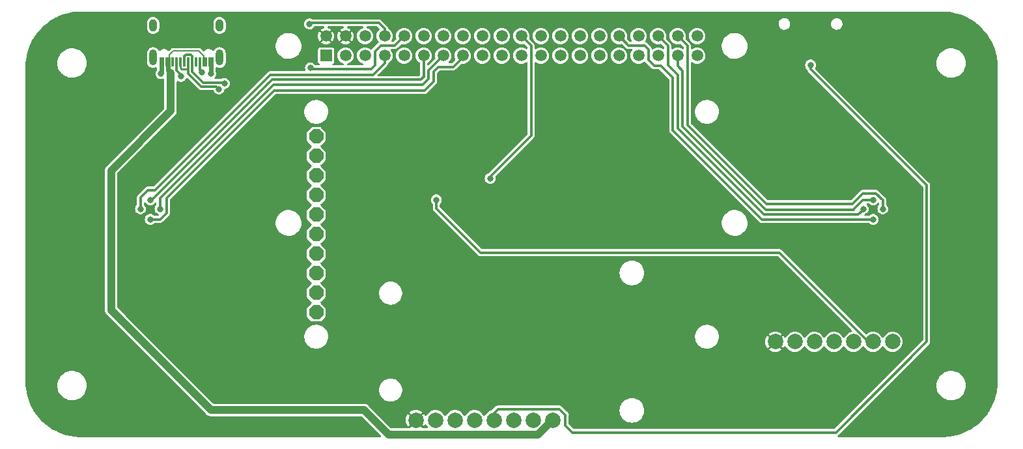
<source format=gbr>
%TF.GenerationSoftware,KiCad,Pcbnew,(6.0.2)*%
%TF.CreationDate,2022-04-12T00:42:21+02:00*%
%TF.ProjectId,raspi_game,72617370-695f-4676-916d-652e6b696361,rev?*%
%TF.SameCoordinates,Original*%
%TF.FileFunction,Copper,L2,Bot*%
%TF.FilePolarity,Positive*%
%FSLAX46Y46*%
G04 Gerber Fmt 4.6, Leading zero omitted, Abs format (unit mm)*
G04 Created by KiCad (PCBNEW (6.0.2)) date 2022-04-12 00:42:21*
%MOMM*%
%LPD*%
G01*
G04 APERTURE LIST*
G04 Aperture macros list*
%AMOutline5P*
0 Free polygon, 5 corners , with rotation*
0 The origin of the aperture is its center*
0 number of corners: always 5*
0 $1 to $10 corner X, Y*
0 $11 Rotation angle, in degrees counterclockwise*
0 create outline with 5 corners*
4,1,5,$1,$2,$3,$4,$5,$6,$7,$8,$9,$10,$1,$2,$11*%
%AMOutline6P*
0 Free polygon, 6 corners , with rotation*
0 The origin of the aperture is its center*
0 number of corners: always 6*
0 $1 to $12 corner X, Y*
0 $13 Rotation angle, in degrees counterclockwise*
0 create outline with 6 corners*
4,1,6,$1,$2,$3,$4,$5,$6,$7,$8,$9,$10,$11,$12,$1,$2,$13*%
%AMOutline7P*
0 Free polygon, 7 corners , with rotation*
0 The origin of the aperture is its center*
0 number of corners: always 7*
0 $1 to $14 corner X, Y*
0 $15 Rotation angle, in degrees counterclockwise*
0 create outline with 7 corners*
4,1,7,$1,$2,$3,$4,$5,$6,$7,$8,$9,$10,$11,$12,$13,$14,$1,$2,$15*%
%AMOutline8P*
0 Free polygon, 8 corners , with rotation*
0 The origin of the aperture is its center*
0 number of corners: always 8*
0 $1 to $16 corner X, Y*
0 $17 Rotation angle, in degrees counterclockwise*
0 create outline with 8 corners*
4,1,8,$1,$2,$3,$4,$5,$6,$7,$8,$9,$10,$11,$12,$13,$14,$15,$16,$1,$2,$17*%
G04 Aperture macros list end*
%TA.AperFunction,ComponentPad*%
%ADD10R,1.508000X1.508000*%
%TD*%
%TA.AperFunction,ComponentPad*%
%ADD11C,1.508000*%
%TD*%
%TA.AperFunction,ComponentPad*%
%ADD12Outline8P,-0.900000X0.450000X-0.450000X0.900000X0.450000X0.900000X0.900000X0.450000X0.900000X-0.450000X0.450000X-0.900000X-0.450000X-0.900000X-0.900000X-0.450000X180.000000*%
%TD*%
%TA.AperFunction,ComponentPad*%
%ADD13C,2.000000*%
%TD*%
%TA.AperFunction,SMDPad,CuDef*%
%ADD14R,0.300000X1.150000*%
%TD*%
%TA.AperFunction,ComponentPad*%
%ADD15O,1.000000X1.600000*%
%TD*%
%TA.AperFunction,ComponentPad*%
%ADD16O,1.000000X2.100000*%
%TD*%
%TA.AperFunction,ViaPad*%
%ADD17C,0.800000*%
%TD*%
%TA.AperFunction,Conductor*%
%ADD18C,0.600000*%
%TD*%
%TA.AperFunction,Conductor*%
%ADD19C,0.300000*%
%TD*%
%TA.AperFunction,Conductor*%
%ADD20C,1.000000*%
%TD*%
%TA.AperFunction,Conductor*%
%ADD21C,0.200000*%
%TD*%
%TA.AperFunction,Conductor*%
%ADD22C,0.250000*%
%TD*%
G04 APERTURE END LIST*
D10*
%TO.P,A1,1,3V3[1]*%
%TO.N,+3V3*%
X109220000Y-69530000D03*
D11*
%TO.P,A1,2,5V[1]*%
%TO.N,+5V*%
X109220000Y-66990000D03*
%TO.P,A1,3,GPIO2/SDA*%
%TO.N,unconnected-(A1-Pad3)*%
X111760000Y-69530000D03*
%TO.P,A1,4,5V[2]*%
%TO.N,+5V*%
X111760000Y-66990000D03*
%TO.P,A1,5,GPIO3/SCL*%
%TO.N,unconnected-(A1-Pad5)*%
X114300000Y-69530000D03*
%TO.P,A1,6,GND[8]*%
%TO.N,GND*%
X114300000Y-66990000D03*
%TO.P,A1,7,GPIO4/GPCKL0*%
%TO.N,BTN_LEFT*%
X116840000Y-69530000D03*
%TO.P,A1,8,TXD0/GPIO14*%
%TO.N,USB_RX*%
X116840000Y-66990000D03*
%TO.P,A1,9,GND[1]*%
%TO.N,GND*%
X119380000Y-69530000D03*
%TO.P,A1,10,RXD0/GPIO15*%
%TO.N,USB_TX*%
X119380000Y-66990000D03*
%TO.P,A1,11,GPIO17/GEN0*%
%TO.N,BTN_UP*%
X121920000Y-69530000D03*
%TO.P,A1,12,GPIO18*%
%TO.N,BCLK*%
X121920000Y-66990000D03*
%TO.P,A1,13,GPIO27/GEN2*%
%TO.N,BTN_RIGHT*%
X124460000Y-69530000D03*
%TO.P,A1,14,GND[4]*%
%TO.N,GND*%
X124460000Y-66990000D03*
%TO.P,A1,15,GPIO22/GEN3*%
%TO.N,BTN_DOWN*%
X127000000Y-69530000D03*
%TO.P,A1,16,GEN4/GPIO23*%
%TO.N,RESET*%
X127000000Y-66990000D03*
%TO.P,A1,17,3V3[2]*%
%TO.N,unconnected-(A1-Pad17)*%
X129540000Y-69530000D03*
%TO.P,A1,18,GEN5/GPIO24*%
%TO.N,D{slash}C*%
X129540000Y-66990000D03*
%TO.P,A1,19,GPIO10/MOSI*%
%TO.N,MOSI*%
X132080000Y-69530000D03*
%TO.P,A1,20,GND[5]*%
%TO.N,GND*%
X132080000Y-66990000D03*
%TO.P,A1,21,GPIO9/MISO*%
%TO.N,MISO*%
X134620000Y-69530000D03*
%TO.P,A1,22,GEN/6GPIO25*%
%TO.N,CARD_CS*%
X134620000Y-66990000D03*
%TO.P,A1,23,GPIO11/SCLK*%
%TO.N,SCK*%
X137160000Y-69530000D03*
%TO.P,A1,24,~{CE0}/GPIO8*%
%TO.N,TFT_CS*%
X137160000Y-66990000D03*
%TO.P,A1,25,GND[2]*%
%TO.N,GND*%
X139700000Y-69530000D03*
%TO.P,A1,26,~{CE1/}GPIO7*%
%TO.N,unconnected-(A1-Pad26)*%
X139700000Y-66990000D03*
%TO.P,A1,27,ID_SD*%
%TO.N,unconnected-(A1-Pad27)*%
X142240000Y-69530000D03*
%TO.P,A1,28,ID_SC*%
%TO.N,unconnected-(A1-Pad28)*%
X142240000Y-66990000D03*
%TO.P,A1,29,GPIO5*%
%TO.N,unconnected-(A1-Pad29)*%
X144780000Y-69530000D03*
%TO.P,A1,30,GND[6]*%
%TO.N,GND*%
X144780000Y-66990000D03*
%TO.P,A1,31,GPIO6*%
%TO.N,unconnected-(A1-Pad31)*%
X147320000Y-69530000D03*
%TO.P,A1,32,GPIO12*%
%TO.N,BTN_B*%
X147320000Y-66990000D03*
%TO.P,A1,33,GPIO13*%
%TO.N,LITE*%
X149860000Y-69530000D03*
%TO.P,A1,34,GND[7]*%
%TO.N,GND*%
X149860000Y-66990000D03*
%TO.P,A1,35,GPIO19*%
%TO.N,LRCLK*%
X152400000Y-69530000D03*
%TO.P,A1,36,GPIO16*%
%TO.N,BTN_X*%
X152400000Y-66990000D03*
%TO.P,A1,37,GPIO26*%
%TO.N,BTN_Y*%
X154940000Y-69530000D03*
%TO.P,A1,38,GPIO20*%
%TO.N,BTN_A*%
X154940000Y-66990000D03*
%TO.P,A1,39,GND[3]*%
%TO.N,GND*%
X157480000Y-69530000D03*
%TO.P,A1,40,GPIO21*%
%TO.N,DIN*%
X157480000Y-66990000D03*
%TD*%
D12*
%TO.P,U1,1,LITE*%
%TO.N,LITE*%
X107950000Y-102870000D03*
%TO.P,U1,2,MISO*%
%TO.N,MISO*%
X107950000Y-100330000D03*
%TO.P,U1,3,SCK*%
%TO.N,SCK*%
X107950000Y-97790000D03*
%TO.P,U1,4,MOSI*%
%TO.N,MOSI*%
X107950000Y-95250000D03*
%TO.P,U1,5,TFT_CS*%
%TO.N,TFT_CS*%
X107950000Y-92710000D03*
%TO.P,U1,6,CARD_CS*%
%TO.N,CARD_CS*%
X107950000Y-90170000D03*
%TO.P,U1,7,D/C*%
%TO.N,D{slash}C*%
X107950000Y-87630000D03*
%TO.P,U1,8,RESET*%
%TO.N,RESET*%
X107950000Y-85090000D03*
%TO.P,U1,9,VCC*%
%TO.N,+3V3*%
X107950000Y-82550000D03*
%TO.P,U1,10,GND*%
%TO.N,GND*%
X107950000Y-80010000D03*
%TD*%
D13*
%TO.P,U4,1,USB*%
%TO.N,USB_5V*%
X138684000Y-116880000D03*
%TO.P,U4,2,BAT*%
%TO.N,unconnected-(U4-Pad2)*%
X136144000Y-116880000D03*
%TO.P,U4,3,VS*%
%TO.N,unconnected-(U4-Pad3)*%
X133604000Y-116880000D03*
%TO.P,U4,4,EN*%
%TO.N,BAT_EN*%
X131064000Y-116880000D03*
%TO.P,U4,5,GND*%
%TO.N,GND*%
X128524000Y-116880000D03*
%TO.P,U4,6,LBO*%
%TO.N,LBO*%
X125984000Y-116880000D03*
%TO.P,U4,7,GND*%
%TO.N,GND*%
X123444000Y-116880000D03*
%TO.P,U4,8,OUT*%
%TO.N,+5V*%
X120904000Y-116880000D03*
%TD*%
%TO.P,U3,1,LRCLK*%
%TO.N,LRCLK*%
X182880000Y-106705400D03*
%TO.P,U3,2,BCLK*%
%TO.N,BCLK*%
X180340000Y-106705400D03*
%TO.P,U3,3,DIN*%
%TO.N,DIN*%
X177800000Y-106705400D03*
%TO.P,U3,4,GAIN*%
%TO.N,unconnected-(U3-Pad4)*%
X175260000Y-106705400D03*
%TO.P,U3,5,SD*%
%TO.N,unconnected-(U3-Pad5)*%
X172720000Y-106705400D03*
%TO.P,U3,6,GND*%
%TO.N,GND*%
X170180000Y-106705400D03*
%TO.P,U3,7,VIN*%
%TO.N,+5V*%
X167640000Y-106705400D03*
%TD*%
D14*
%TO.P,J1,A1,GND*%
%TO.N,GND*%
X87709000Y-70345000D03*
%TO.P,J1,A4,VBUS*%
%TO.N,USB_5V*%
X88509000Y-70345000D03*
%TO.P,J1,A5,CC1*%
%TO.N,Net-(J1-PadA5)*%
X89809000Y-70345000D03*
%TO.P,J1,A6,Dp1*%
%TO.N,Net-(J1-PadA6)*%
X90809000Y-70345000D03*
%TO.P,J1,A7,Dn1*%
%TO.N,Net-(J1-PadA7)*%
X91309000Y-70345000D03*
%TO.P,J1,A8,SBU1*%
%TO.N,unconnected-(J1-PadA8)*%
X92309000Y-70345000D03*
%TO.P,J1,A9,VBUS*%
%TO.N,USB_5V*%
X93609000Y-70345000D03*
%TO.P,J1,A12,GND*%
%TO.N,GND*%
X94409000Y-70345000D03*
%TO.P,J1,B1,GND*%
X94109000Y-70345000D03*
%TO.P,J1,B4,VBUS*%
%TO.N,USB_5V*%
X93309000Y-70345000D03*
%TO.P,J1,B5,CC2*%
%TO.N,Net-(J1-PadB5)*%
X92809000Y-70345000D03*
%TO.P,J1,B6,Dp2*%
%TO.N,Net-(J1-PadA6)*%
X91809000Y-70345000D03*
%TO.P,J1,B7,Dn2*%
%TO.N,Net-(J1-PadA7)*%
X90309000Y-70345000D03*
%TO.P,J1,B8,SBU2*%
%TO.N,unconnected-(J1-PadB8)*%
X89309000Y-70345000D03*
%TO.P,J1,B9,VBUS*%
%TO.N,USB_5V*%
X88809000Y-70345000D03*
%TO.P,J1,B12,GND*%
%TO.N,GND*%
X88009000Y-70345000D03*
D15*
%TO.P,J1,S1,SHIELD*%
%TO.N,unconnected-(J1-PadS1)*%
X95379000Y-65600000D03*
D16*
X86739000Y-69780000D03*
X95379000Y-69780000D03*
D15*
X86739000Y-65600000D03*
%TD*%
D17*
%TO.N,GND*%
X94234000Y-71882000D03*
X87757000Y-71882000D03*
%TO.N,CARD_CS*%
X130556000Y-85471000D03*
%TO.N,BTN_UP*%
X86360000Y-88265000D03*
%TO.N,BTN_DOWN*%
X86360000Y-90805000D03*
%TO.N,BTN_LEFT*%
X85090000Y-89440000D03*
%TO.N,BTN_RIGHT*%
X87630000Y-89440000D03*
%TO.N,BTN_B*%
X180340000Y-90805000D03*
%TO.N,BTN_A*%
X181610000Y-89440000D03*
%TO.N,BTN_X*%
X179070000Y-89440000D03*
%TO.N,BTN_Y*%
X180340000Y-88265000D03*
%TO.N,USB_RX*%
X107061000Y-65405000D03*
%TO.N,USB_TX*%
X107188000Y-71120000D03*
%TO.N,BCLK*%
X123571000Y-88265000D03*
%TO.N,BAT_EN*%
X172212000Y-70739000D03*
%TO.N,Net-(J1-PadA7)*%
X95305245Y-73858755D03*
%TO.N,Net-(J1-PadA5)*%
X90373200Y-72237600D03*
%TO.N,Net-(J1-PadA6)*%
X96012000Y-73152000D03*
%TO.N,Net-(J1-PadB5)*%
X93116400Y-71729600D03*
%TD*%
D18*
%TO.N,GND*%
X87859489Y-71779511D02*
X87859489Y-70345000D01*
X94234000Y-71882000D02*
X94258511Y-71857489D01*
X87757000Y-71882000D02*
X87859489Y-71779511D01*
D19*
X94234000Y-71882000D02*
X94409000Y-71707000D01*
D18*
X94258511Y-71857489D02*
X94258511Y-70345000D01*
D19*
%TO.N,CARD_CS*%
X130556000Y-85471000D02*
X130556000Y-85217000D01*
X135890000Y-79883000D02*
X135890000Y-68260000D01*
X130556000Y-85217000D02*
X135890000Y-79883000D01*
X135890000Y-68260000D02*
X134620000Y-66990000D01*
%TO.N,BTN_UP*%
X121920000Y-72263000D02*
X121539000Y-72644000D01*
X86572850Y-88265000D02*
X86360000Y-88265000D01*
X121920000Y-69530000D02*
X121920000Y-72263000D01*
X102193850Y-72644000D02*
X86572850Y-88265000D01*
X121539000Y-72644000D02*
X102193850Y-72644000D01*
%TO.N,BTN_DOWN*%
X88479511Y-89955489D02*
X87630000Y-90805000D01*
X125730000Y-70993000D02*
X123825000Y-70993000D01*
X123181520Y-72906480D02*
X122047000Y-74041000D01*
X122047000Y-74041000D02*
X102492550Y-74041000D01*
X127000000Y-69530000D02*
X127000000Y-69723000D01*
X127000000Y-69723000D02*
X125730000Y-70993000D01*
X87630000Y-90805000D02*
X86360000Y-90805000D01*
X88479511Y-88054039D02*
X88479511Y-89955489D01*
X102492550Y-74041000D02*
X88479511Y-88054039D01*
X123181520Y-71636480D02*
X123181520Y-72906480D01*
X123825000Y-70993000D02*
X123181520Y-71636480D01*
%TO.N,BTN_LEFT*%
X101981000Y-72009000D02*
X86995000Y-86995000D01*
X116840000Y-69530000D02*
X116840000Y-70485000D01*
X115316000Y-72009000D02*
X101981000Y-72009000D01*
X86995000Y-86995000D02*
X86042500Y-86995000D01*
X116840000Y-70485000D02*
X115316000Y-72009000D01*
X85090000Y-87947500D02*
X85090000Y-89440000D01*
X86042500Y-86995000D02*
X85090000Y-87947500D01*
%TO.N,BTN_RIGHT*%
X102406700Y-73279000D02*
X121793000Y-73279000D01*
X121793000Y-73279000D02*
X122555000Y-72517000D01*
X122555000Y-72517000D02*
X122555000Y-71435000D01*
X87630000Y-88055700D02*
X102406700Y-73279000D01*
X87630000Y-89440000D02*
X87630000Y-88055700D01*
X122555000Y-71435000D02*
X124460000Y-69530000D01*
%TO.N,BTN_B*%
X151892000Y-70866000D02*
X151130000Y-70104000D01*
X165862000Y-90805000D02*
X154305000Y-79248000D01*
X151130000Y-68707000D02*
X150622000Y-68199000D01*
X151130000Y-70104000D02*
X151130000Y-68707000D01*
X152781000Y-70866000D02*
X151892000Y-70866000D01*
X148529000Y-68199000D02*
X147320000Y-66990000D01*
X150622000Y-68199000D02*
X148529000Y-68199000D01*
X180340000Y-90805000D02*
X165862000Y-90805000D01*
X154305000Y-72390000D02*
X152781000Y-70866000D01*
X154305000Y-79248000D02*
X154305000Y-72390000D01*
%TO.N,BTN_A*%
X179045270Y-87415489D02*
X177680379Y-88780380D01*
X181610000Y-89440000D02*
X181610000Y-88299305D01*
X180726184Y-87415489D02*
X179045270Y-87415489D01*
X156210000Y-78527150D02*
X156210000Y-68260000D01*
X177680379Y-88780380D02*
X166463230Y-88780380D01*
X181610000Y-88299305D02*
X180726184Y-87415489D01*
X156210000Y-68260000D02*
X154940000Y-66990000D01*
X166463230Y-88780380D02*
X156210000Y-78527150D01*
%TO.N,BTN_X*%
X153670000Y-68260000D02*
X153670000Y-70739000D01*
X178435000Y-90170000D02*
X179070000Y-89535000D01*
X179070000Y-89535000D02*
X179070000Y-89440000D01*
X153670000Y-70739000D02*
X154940000Y-72009000D01*
X166116000Y-90170000D02*
X178435000Y-90170000D01*
X152400000Y-66990000D02*
X153670000Y-68260000D01*
X154940000Y-72009000D02*
X154940000Y-78994000D01*
X154940000Y-78994000D02*
X166116000Y-90170000D01*
%TO.N,BTN_Y*%
X177800000Y-89508609D02*
X177800000Y-89535000D01*
X179043609Y-88265000D02*
X177800000Y-89508609D01*
X166370000Y-89535000D02*
X155575000Y-78740000D01*
X155575000Y-78740000D02*
X155575000Y-71501000D01*
X154940000Y-70866000D02*
X154940000Y-69530000D01*
X177800000Y-89535000D02*
X166370000Y-89535000D01*
X180340000Y-88265000D02*
X179043609Y-88265000D01*
X155575000Y-71501000D02*
X154940000Y-70866000D01*
%TO.N,USB_RX*%
X107188000Y-65278000D02*
X116078000Y-65278000D01*
X116078000Y-65278000D02*
X116840000Y-66040000D01*
X107061000Y-65405000D02*
X107188000Y-65278000D01*
X116840000Y-66040000D02*
X116840000Y-66990000D01*
%TO.N,USB_TX*%
X115570000Y-70739000D02*
X115570000Y-68961000D01*
X116332000Y-68199000D02*
X118171000Y-68199000D01*
X107188000Y-71120000D02*
X107315000Y-71247000D01*
X115570000Y-68961000D02*
X116332000Y-68199000D01*
X115062000Y-71247000D02*
X115570000Y-70739000D01*
X118171000Y-68199000D02*
X119380000Y-66990000D01*
X107315000Y-71247000D02*
X115062000Y-71247000D01*
%TO.N,BCLK*%
X123571000Y-89408000D02*
X129286000Y-95123000D01*
X123571000Y-88265000D02*
X123571000Y-89408000D01*
X129286000Y-95123000D02*
X168148000Y-95123000D01*
X168148000Y-95123000D02*
X180340000Y-107315000D01*
X180340000Y-107315000D02*
X180340000Y-106705400D01*
D20*
%TO.N,USB_5V*%
X89001600Y-76733400D02*
X81280000Y-84455000D01*
X81280000Y-102590600D02*
X94259400Y-115570000D01*
X89001600Y-71780400D02*
X89001600Y-76733400D01*
D21*
X88843521Y-70310479D02*
X88809000Y-70345000D01*
D20*
X136779000Y-118745000D02*
X138684000Y-116840000D01*
D21*
X93609000Y-70345000D02*
X93309000Y-70345000D01*
X89357200Y-68935600D02*
X88849200Y-69443600D01*
D20*
X81280000Y-84455000D02*
X81280000Y-102590600D01*
D21*
X93309000Y-70345000D02*
X93309000Y-69570000D01*
X88843521Y-69443600D02*
X88843521Y-70310479D01*
D18*
X88659489Y-71438289D02*
X88659489Y-70345000D01*
D21*
X92674600Y-68935600D02*
X89357200Y-68935600D01*
X88849200Y-69443600D02*
X88843521Y-69443600D01*
X93309000Y-69570000D02*
X92674600Y-68935600D01*
D18*
X88900000Y-71678800D02*
X88659489Y-71438289D01*
D20*
X114173000Y-115570000D02*
X117348000Y-118745000D01*
X94259400Y-115570000D02*
X114173000Y-115570000D01*
D21*
X88509000Y-70345000D02*
X88809000Y-70345000D01*
D20*
X117348000Y-118745000D02*
X136779000Y-118745000D01*
D19*
%TO.N,BAT_EN*%
X187325000Y-86360000D02*
X172212000Y-71247000D01*
X187325000Y-106680000D02*
X187325000Y-86360000D01*
X140335000Y-117602000D02*
X141224000Y-118491000D01*
X140335000Y-116205000D02*
X140335000Y-117602000D01*
X131064000Y-116880000D02*
X131064000Y-115951000D01*
X175514000Y-118491000D02*
X187325000Y-106680000D01*
X131572000Y-115443000D02*
X139573000Y-115443000D01*
X141224000Y-118491000D02*
X175514000Y-118491000D01*
X139573000Y-115443000D02*
X140335000Y-116205000D01*
X131064000Y-115951000D02*
X131572000Y-115443000D01*
X172212000Y-71247000D02*
X172212000Y-70739000D01*
%TO.N,Net-(J1-PadA7)*%
X91309000Y-71878000D02*
X91309000Y-71243000D01*
D22*
X91307489Y-71244511D02*
X91309000Y-71243000D01*
D19*
X95305245Y-73858755D02*
X94979490Y-73533000D01*
D22*
X90459000Y-71244511D02*
X91307489Y-71244511D01*
X90309000Y-71094511D02*
X90459000Y-71244511D01*
X90309000Y-70345000D02*
X90309000Y-71094511D01*
D19*
X94979490Y-73533000D02*
X92964000Y-73533000D01*
X91309000Y-71243000D02*
X91309000Y-70345000D01*
X92964000Y-73533000D02*
X91309000Y-71878000D01*
%TO.N,Net-(J1-PadA5)*%
X89809000Y-70345000D02*
X89809000Y-71386398D01*
X89809000Y-71470200D02*
X90220800Y-71882000D01*
X90373200Y-72034400D02*
X90373200Y-72237600D01*
X89809000Y-71386398D02*
X89809000Y-71470200D01*
X90220800Y-71882000D02*
X90373200Y-72034400D01*
%TO.N,Net-(J1-PadA6)*%
X91808511Y-69613489D02*
X91615511Y-69420489D01*
X91808511Y-70344511D02*
X91808511Y-69613489D01*
X91809000Y-70345000D02*
X91808511Y-70344511D01*
X93218000Y-73025000D02*
X91809000Y-71616000D01*
X91005911Y-69420489D02*
X90809000Y-69617400D01*
X91615511Y-69420489D02*
X91005911Y-69420489D01*
X96012000Y-73152000D02*
X95885000Y-73025000D01*
X90809000Y-69617400D02*
X90809000Y-70345000D01*
X90809000Y-70345000D02*
X90809489Y-70344511D01*
X95885000Y-73025000D02*
X93218000Y-73025000D01*
X90809489Y-70344511D02*
X90809489Y-69748400D01*
X91809000Y-71616000D02*
X91809000Y-70345000D01*
%TO.N,Net-(J1-PadB5)*%
X92809000Y-70345000D02*
X92809000Y-71422200D01*
X92809000Y-71422200D02*
X93116400Y-71729600D01*
%TD*%
%TA.AperFunction,Conductor*%
%TO.N,+5V*%
G36*
X189216376Y-63801509D02*
G01*
X189235972Y-63804569D01*
X189246790Y-63802442D01*
X189249851Y-63802382D01*
X189271034Y-63800484D01*
X189464915Y-63803469D01*
X189733552Y-63807605D01*
X189742357Y-63808049D01*
X189813344Y-63814126D01*
X190233881Y-63850125D01*
X190242635Y-63851184D01*
X190730013Y-63927535D01*
X190738672Y-63929204D01*
X191219506Y-64039455D01*
X191228027Y-64041725D01*
X191699987Y-64185342D01*
X191708328Y-64188203D01*
X191938700Y-64276337D01*
X192169079Y-64364475D01*
X192177187Y-64367906D01*
X192449237Y-64494455D01*
X192624490Y-64575977D01*
X192632351Y-64579974D01*
X193064004Y-64818821D01*
X193071564Y-64823357D01*
X193262280Y-64947058D01*
X193485434Y-65091798D01*
X193492660Y-65096852D01*
X193886760Y-65393596D01*
X193893615Y-65399144D01*
X194265998Y-65722729D01*
X194272447Y-65728743D01*
X194621257Y-66077553D01*
X194627271Y-66084002D01*
X194950856Y-66456385D01*
X194956404Y-66463240D01*
X195253148Y-66857340D01*
X195258202Y-66864566D01*
X195480523Y-67207330D01*
X195526642Y-67278435D01*
X195531179Y-67285996D01*
X195770026Y-67717649D01*
X195774023Y-67725510D01*
X195829933Y-67845704D01*
X195981741Y-68172053D01*
X195982091Y-68172806D01*
X195985525Y-68180921D01*
X196049010Y-68346861D01*
X196161797Y-68641672D01*
X196164658Y-68650013D01*
X196308275Y-69121973D01*
X196310545Y-69130494D01*
X196420796Y-69611328D01*
X196422465Y-69619987D01*
X196498816Y-70107365D01*
X196499875Y-70116119D01*
X196541951Y-70607642D01*
X196542395Y-70616449D01*
X196549516Y-71078966D01*
X196547618Y-71100149D01*
X196547558Y-71103210D01*
X196545431Y-71114028D01*
X196547132Y-71124920D01*
X196548491Y-71133621D01*
X196550000Y-71153063D01*
X196550000Y-111726937D01*
X196548491Y-111746376D01*
X196545431Y-111765972D01*
X196547558Y-111776790D01*
X196547618Y-111779851D01*
X196549516Y-111801034D01*
X196542395Y-112263551D01*
X196541951Y-112272358D01*
X196499875Y-112763881D01*
X196498816Y-112772635D01*
X196422465Y-113260013D01*
X196420796Y-113268672D01*
X196310545Y-113749506D01*
X196308275Y-113758027D01*
X196164658Y-114229987D01*
X196161797Y-114238328D01*
X195985528Y-114699073D01*
X195982094Y-114707187D01*
X195906096Y-114870565D01*
X195774023Y-115154490D01*
X195770026Y-115162351D01*
X195531179Y-115594004D01*
X195526642Y-115601565D01*
X195258202Y-116015434D01*
X195253148Y-116022660D01*
X194956404Y-116416760D01*
X194950856Y-116423615D01*
X194627271Y-116795998D01*
X194621257Y-116802447D01*
X194272447Y-117151257D01*
X194265998Y-117157271D01*
X193893615Y-117480856D01*
X193886760Y-117486404D01*
X193492660Y-117783148D01*
X193485434Y-117788202D01*
X193153351Y-118003595D01*
X193071565Y-118056642D01*
X193064004Y-118061179D01*
X192632351Y-118300026D01*
X192624490Y-118304023D01*
X192177187Y-118512094D01*
X192169079Y-118515525D01*
X192009326Y-118576643D01*
X191708328Y-118691797D01*
X191699987Y-118694658D01*
X191228027Y-118838275D01*
X191219506Y-118840545D01*
X190738672Y-118950796D01*
X190730013Y-118952465D01*
X190242635Y-119028816D01*
X190233881Y-119029875D01*
X189813344Y-119065874D01*
X189742357Y-119071951D01*
X189733552Y-119072395D01*
X189536554Y-119075428D01*
X189271034Y-119079516D01*
X189249851Y-119077618D01*
X189246790Y-119077558D01*
X189235972Y-119075431D01*
X189216376Y-119078491D01*
X189196937Y-119080000D01*
X175865246Y-119080000D01*
X175797125Y-119059998D01*
X175750632Y-119006342D01*
X175740528Y-118936068D01*
X175770022Y-118871488D01*
X175783416Y-118858189D01*
X175784939Y-118856888D01*
X175786828Y-118855275D01*
X175824055Y-118818048D01*
X175827621Y-118814618D01*
X175862641Y-118782246D01*
X175869556Y-118775854D01*
X175873249Y-118769495D01*
X175878766Y-118763337D01*
X182203870Y-112438233D01*
X188594906Y-112438233D01*
X188621102Y-112712792D01*
X188622187Y-112717226D01*
X188622188Y-112717232D01*
X188661563Y-112878142D01*
X188686657Y-112980694D01*
X188790199Y-113236326D01*
X188792500Y-113240256D01*
X188792503Y-113240262D01*
X188927255Y-113470403D01*
X188927260Y-113470410D01*
X188929558Y-113474335D01*
X188932405Y-113477895D01*
X189050028Y-113624974D01*
X189101816Y-113689732D01*
X189105157Y-113692853D01*
X189227020Y-113806691D01*
X189303364Y-113878008D01*
X189529979Y-114035216D01*
X189534055Y-114037244D01*
X189534057Y-114037245D01*
X189772827Y-114156032D01*
X189772830Y-114156033D01*
X189776914Y-114158065D01*
X190038998Y-114243980D01*
X190043489Y-114244760D01*
X190043490Y-114244760D01*
X190306957Y-114290506D01*
X190306965Y-114290507D01*
X190310738Y-114291162D01*
X190314575Y-114291353D01*
X190396305Y-114295422D01*
X190396313Y-114295422D01*
X190397876Y-114295500D01*
X190570070Y-114295500D01*
X190572338Y-114295335D01*
X190572350Y-114295335D01*
X190725397Y-114284230D01*
X190775083Y-114280625D01*
X190779538Y-114279641D01*
X190779541Y-114279641D01*
X191039947Y-114222148D01*
X191039950Y-114222147D01*
X191044403Y-114221164D01*
X191302319Y-114123449D01*
X191374913Y-114083127D01*
X191539435Y-113991743D01*
X191539436Y-113991742D01*
X191543428Y-113989525D01*
X191762678Y-113822198D01*
X191765873Y-113818930D01*
X191952283Y-113628242D01*
X191952287Y-113628237D01*
X191955477Y-113624974D01*
X191958166Y-113621280D01*
X192115100Y-113405676D01*
X192115102Y-113405673D01*
X192117787Y-113401984D01*
X192246206Y-113157899D01*
X192338045Y-112897832D01*
X192374516Y-112712792D01*
X192390499Y-112631704D01*
X192390500Y-112631698D01*
X192391380Y-112627232D01*
X192393308Y-112588515D01*
X192404867Y-112356336D01*
X192404867Y-112356330D01*
X192405094Y-112351767D01*
X192378898Y-112077208D01*
X192313343Y-111809306D01*
X192209801Y-111553674D01*
X192207500Y-111549744D01*
X192207497Y-111549738D01*
X192072745Y-111319597D01*
X192072740Y-111319590D01*
X192070442Y-111315665D01*
X191952927Y-111168720D01*
X191901036Y-111103834D01*
X191901035Y-111103833D01*
X191898184Y-111100268D01*
X191696636Y-110911992D01*
X191470021Y-110754784D01*
X191292667Y-110666551D01*
X191227173Y-110633968D01*
X191227170Y-110633967D01*
X191223086Y-110631935D01*
X190961002Y-110546020D01*
X190956510Y-110545240D01*
X190693043Y-110499494D01*
X190693035Y-110499493D01*
X190689262Y-110498838D01*
X190679029Y-110498329D01*
X190603695Y-110494578D01*
X190603687Y-110494578D01*
X190602124Y-110494500D01*
X190429930Y-110494500D01*
X190427662Y-110494665D01*
X190427650Y-110494665D01*
X190293397Y-110504406D01*
X190224917Y-110509375D01*
X190220462Y-110510359D01*
X190220459Y-110510359D01*
X189960053Y-110567852D01*
X189960050Y-110567853D01*
X189955597Y-110568836D01*
X189697681Y-110666551D01*
X189456572Y-110800475D01*
X189237322Y-110967802D01*
X189234129Y-110971068D01*
X189234127Y-110971070D01*
X189047717Y-111161758D01*
X189047713Y-111161763D01*
X189044523Y-111165026D01*
X188882213Y-111388016D01*
X188753794Y-111632101D01*
X188661955Y-111892168D01*
X188650329Y-111951154D01*
X188611273Y-112149309D01*
X188608620Y-112162768D01*
X188608393Y-112167322D01*
X188608393Y-112167324D01*
X188597310Y-112389949D01*
X188594906Y-112438233D01*
X182203870Y-112438233D01*
X187619350Y-107022753D01*
X187630439Y-107012899D01*
X187649709Y-106997707D01*
X187649711Y-106997705D01*
X187657110Y-106991872D01*
X187690462Y-106943615D01*
X187692757Y-106940403D01*
X187702944Y-106926612D01*
X187727634Y-106893184D01*
X187730027Y-106886368D01*
X187734131Y-106880431D01*
X187751826Y-106824481D01*
X187753071Y-106820750D01*
X187769396Y-106774263D01*
X187769396Y-106774261D01*
X187772519Y-106765369D01*
X187772801Y-106758181D01*
X187772812Y-106758122D01*
X187774980Y-106751270D01*
X187775500Y-106744663D01*
X187775500Y-106691984D01*
X187775597Y-106687037D01*
X187777468Y-106639418D01*
X187777838Y-106630006D01*
X187775954Y-106622900D01*
X187775500Y-106614656D01*
X187775500Y-86394220D01*
X187776373Y-86379411D01*
X187779257Y-86355043D01*
X187780364Y-86345690D01*
X187778672Y-86336426D01*
X187778672Y-86336422D01*
X187769827Y-86287989D01*
X187769178Y-86284088D01*
X187761851Y-86235355D01*
X187761849Y-86235347D01*
X187760449Y-86226038D01*
X187757323Y-86219528D01*
X187756026Y-86212427D01*
X187734048Y-86170116D01*
X187728982Y-86160363D01*
X187727214Y-86156825D01*
X187705886Y-86112411D01*
X187701809Y-86103921D01*
X187696926Y-86098640D01*
X187696891Y-86098588D01*
X187693580Y-86092212D01*
X187689276Y-86087172D01*
X187652036Y-86049932D01*
X187648606Y-86046366D01*
X187616245Y-86011357D01*
X187616242Y-86011355D01*
X187609854Y-86004444D01*
X187603498Y-86000753D01*
X187597344Y-85995240D01*
X172843618Y-71241515D01*
X172809592Y-71179203D01*
X172814657Y-71108388D01*
X172822298Y-71091720D01*
X172825930Y-71085114D01*
X172830361Y-71078947D01*
X172840375Y-71054037D01*
X172890766Y-70928687D01*
X172890767Y-70928685D01*
X172893601Y-70921634D01*
X172907439Y-70824401D01*
X172916909Y-70757862D01*
X172916909Y-70757859D01*
X172917490Y-70753778D01*
X172917578Y-70745403D01*
X172917602Y-70743135D01*
X172917602Y-70743129D01*
X172917645Y-70739000D01*
X172915840Y-70724080D01*
X172909466Y-70671416D01*
X172897276Y-70570680D01*
X172881237Y-70528233D01*
X188594906Y-70528233D01*
X188621102Y-70802792D01*
X188622187Y-70807226D01*
X188622188Y-70807232D01*
X188665051Y-70982397D01*
X188686657Y-71070694D01*
X188790199Y-71326326D01*
X188792500Y-71330256D01*
X188792503Y-71330262D01*
X188927255Y-71560403D01*
X188927260Y-71560410D01*
X188929558Y-71564335D01*
X188932405Y-71567895D01*
X189057363Y-71724146D01*
X189101816Y-71779732D01*
X189105157Y-71782853D01*
X189215720Y-71886135D01*
X189303364Y-71968008D01*
X189529979Y-72125216D01*
X189534055Y-72127244D01*
X189534057Y-72127245D01*
X189772827Y-72246032D01*
X189772830Y-72246033D01*
X189776914Y-72248065D01*
X190038998Y-72333980D01*
X190043489Y-72334760D01*
X190043490Y-72334760D01*
X190306957Y-72380506D01*
X190306965Y-72380507D01*
X190310738Y-72381162D01*
X190314575Y-72381353D01*
X190396305Y-72385422D01*
X190396313Y-72385422D01*
X190397876Y-72385500D01*
X190570070Y-72385500D01*
X190572338Y-72385335D01*
X190572350Y-72385335D01*
X190706603Y-72375594D01*
X190775083Y-72370625D01*
X190779538Y-72369641D01*
X190779541Y-72369641D01*
X191039947Y-72312148D01*
X191039950Y-72312147D01*
X191044403Y-72311164D01*
X191302319Y-72213449D01*
X191374245Y-72173498D01*
X191539435Y-72081743D01*
X191539436Y-72081742D01*
X191543428Y-72079525D01*
X191762678Y-71912198D01*
X191777752Y-71896778D01*
X191952283Y-71718242D01*
X191952287Y-71718237D01*
X191955477Y-71714974D01*
X191966788Y-71699434D01*
X192115100Y-71495676D01*
X192115102Y-71495673D01*
X192117787Y-71491984D01*
X192246206Y-71247899D01*
X192338045Y-70987832D01*
X192357697Y-70888126D01*
X192390499Y-70721704D01*
X192390500Y-70721698D01*
X192391380Y-70717232D01*
X192392826Y-70688183D01*
X192404867Y-70446336D01*
X192404867Y-70446330D01*
X192405094Y-70441767D01*
X192378898Y-70167208D01*
X192377225Y-70160368D01*
X192314429Y-69903744D01*
X192313343Y-69899306D01*
X192209801Y-69643674D01*
X192207500Y-69639744D01*
X192207497Y-69639738D01*
X192072745Y-69409597D01*
X192072740Y-69409590D01*
X192070442Y-69405665D01*
X192067595Y-69402105D01*
X191901036Y-69193834D01*
X191901035Y-69193833D01*
X191898184Y-69190268D01*
X191835933Y-69132116D01*
X191699972Y-69005108D01*
X191699969Y-69005106D01*
X191696636Y-69001992D01*
X191470021Y-68844784D01*
X191465943Y-68842755D01*
X191227173Y-68723968D01*
X191227170Y-68723967D01*
X191223086Y-68721935D01*
X190961002Y-68636020D01*
X190949403Y-68634006D01*
X190693043Y-68589494D01*
X190693035Y-68589493D01*
X190689262Y-68588838D01*
X190679029Y-68588329D01*
X190603695Y-68584578D01*
X190603687Y-68584578D01*
X190602124Y-68584500D01*
X190429930Y-68584500D01*
X190427662Y-68584665D01*
X190427650Y-68584665D01*
X190311911Y-68593063D01*
X190224917Y-68599375D01*
X190220462Y-68600359D01*
X190220459Y-68600359D01*
X189960053Y-68657852D01*
X189960050Y-68657853D01*
X189955597Y-68658836D01*
X189697681Y-68756551D01*
X189693694Y-68758765D01*
X189693693Y-68758766D01*
X189500097Y-68866299D01*
X189456572Y-68890475D01*
X189237322Y-69057802D01*
X189234129Y-69061068D01*
X189234127Y-69061070D01*
X189047717Y-69251758D01*
X189047713Y-69251763D01*
X189044523Y-69255026D01*
X189041836Y-69258718D01*
X189041834Y-69258720D01*
X188888412Y-69469500D01*
X188882213Y-69478016D01*
X188753794Y-69722101D01*
X188661955Y-69982168D01*
X188650736Y-70039091D01*
X188610255Y-70244475D01*
X188608620Y-70252768D01*
X188608393Y-70257322D01*
X188608393Y-70257324D01*
X188595160Y-70523133D01*
X188594906Y-70528233D01*
X172881237Y-70528233D01*
X172837345Y-70412077D01*
X172831174Y-70403098D01*
X172745614Y-70278608D01*
X172745613Y-70278607D01*
X172741312Y-70272349D01*
X172729514Y-70261837D01*
X172620392Y-70164612D01*
X172620388Y-70164610D01*
X172614721Y-70159560D01*
X172569144Y-70135428D01*
X172518903Y-70108827D01*
X172464881Y-70080224D01*
X172300441Y-70038919D01*
X172292843Y-70038879D01*
X172292841Y-70038879D01*
X172215668Y-70038475D01*
X172130895Y-70038031D01*
X172123508Y-70039805D01*
X172123504Y-70039805D01*
X171982276Y-70073712D01*
X171966032Y-70077612D01*
X171959288Y-70081093D01*
X171959285Y-70081094D01*
X171843629Y-70140789D01*
X171815369Y-70155375D01*
X171809647Y-70160367D01*
X171809645Y-70160368D01*
X171771340Y-70193784D01*
X171687604Y-70266831D01*
X171660290Y-70305695D01*
X171596754Y-70396098D01*
X171590113Y-70405547D01*
X171528524Y-70563513D01*
X171527532Y-70571046D01*
X171527532Y-70571047D01*
X171508410Y-70716301D01*
X171506394Y-70731611D01*
X171524999Y-70900135D01*
X171546104Y-70957807D01*
X171579937Y-71050258D01*
X171583266Y-71059356D01*
X171587502Y-71065659D01*
X171587502Y-71065660D01*
X171654665Y-71165609D01*
X171677830Y-71200083D01*
X171723364Y-71241515D01*
X171727432Y-71245217D01*
X171764355Y-71305857D01*
X171766585Y-71315787D01*
X171767174Y-71319014D01*
X171767822Y-71322904D01*
X171772726Y-71355518D01*
X171776551Y-71380962D01*
X171779679Y-71387475D01*
X171780975Y-71394573D01*
X171808022Y-71446641D01*
X171809772Y-71450144D01*
X171831114Y-71494590D01*
X171831116Y-71494593D01*
X171835191Y-71503079D01*
X171840077Y-71508365D01*
X171840110Y-71508413D01*
X171843421Y-71514788D01*
X171847725Y-71519828D01*
X171884952Y-71557055D01*
X171888381Y-71560620D01*
X171927146Y-71602556D01*
X171933505Y-71606249D01*
X171939663Y-71611766D01*
X186837595Y-86509698D01*
X186871621Y-86572010D01*
X186874500Y-86598793D01*
X186874500Y-106441207D01*
X186854498Y-106509328D01*
X186837595Y-106530302D01*
X175364302Y-118003595D01*
X175301990Y-118037621D01*
X175275207Y-118040500D01*
X141462793Y-118040500D01*
X141394672Y-118020498D01*
X141373698Y-118003595D01*
X140822405Y-117452302D01*
X140788379Y-117389990D01*
X140785500Y-117363207D01*
X140785500Y-116239220D01*
X140786373Y-116224411D01*
X140789257Y-116200043D01*
X140790364Y-116190690D01*
X140788672Y-116181426D01*
X140788672Y-116181422D01*
X140779827Y-116132989D01*
X140779178Y-116129088D01*
X140771851Y-116080355D01*
X140771849Y-116080347D01*
X140770449Y-116071038D01*
X140767323Y-116064528D01*
X140766026Y-116057427D01*
X140744213Y-116015434D01*
X140738982Y-116005363D01*
X140737214Y-116001825D01*
X140715886Y-115957411D01*
X140711809Y-115948921D01*
X140706922Y-115943635D01*
X140706895Y-115943595D01*
X140703580Y-115937212D01*
X140699275Y-115932172D01*
X140662048Y-115894945D01*
X140658618Y-115891379D01*
X140630673Y-115861148D01*
X140619854Y-115849444D01*
X140613495Y-115845751D01*
X140607337Y-115840234D01*
X140377103Y-115610000D01*
X147388551Y-115610000D01*
X147408317Y-115861148D01*
X147409471Y-115865955D01*
X147409472Y-115865961D01*
X147442090Y-116001825D01*
X147467127Y-116106111D01*
X147469020Y-116110682D01*
X147469021Y-116110684D01*
X147561597Y-116334182D01*
X147563534Y-116338859D01*
X147695164Y-116553659D01*
X147698376Y-116557419D01*
X147698379Y-116557424D01*
X147785027Y-116658875D01*
X147858776Y-116745224D01*
X147862538Y-116748437D01*
X148046576Y-116905621D01*
X148046581Y-116905624D01*
X148050341Y-116908836D01*
X148265141Y-117040466D01*
X148269711Y-117042359D01*
X148269715Y-117042361D01*
X148493316Y-117134979D01*
X148497889Y-117136873D01*
X148582289Y-117157135D01*
X148738039Y-117194528D01*
X148738045Y-117194529D01*
X148742852Y-117195683D01*
X148831149Y-117202632D01*
X148928661Y-117210307D01*
X148928670Y-117210307D01*
X148931118Y-117210500D01*
X149056882Y-117210500D01*
X149059330Y-117210307D01*
X149059339Y-117210307D01*
X149156851Y-117202632D01*
X149245148Y-117195683D01*
X149249955Y-117194529D01*
X149249961Y-117194528D01*
X149405711Y-117157135D01*
X149490111Y-117136873D01*
X149494684Y-117134979D01*
X149718285Y-117042361D01*
X149718289Y-117042359D01*
X149722859Y-117040466D01*
X149937659Y-116908836D01*
X149941419Y-116905624D01*
X149941424Y-116905621D01*
X150125462Y-116748437D01*
X150129224Y-116745224D01*
X150202973Y-116658875D01*
X150289621Y-116557424D01*
X150289624Y-116557419D01*
X150292836Y-116553659D01*
X150424466Y-116338859D01*
X150426404Y-116334182D01*
X150518979Y-116110684D01*
X150518980Y-116110682D01*
X150520873Y-116106111D01*
X150545910Y-116001825D01*
X150578528Y-115865961D01*
X150578529Y-115865955D01*
X150579683Y-115861148D01*
X150599449Y-115610000D01*
X150579683Y-115358852D01*
X150520873Y-115113889D01*
X150517412Y-115105534D01*
X150426361Y-114885715D01*
X150426359Y-114885711D01*
X150424466Y-114881141D01*
X150292836Y-114666341D01*
X150289624Y-114662581D01*
X150289621Y-114662576D01*
X150132437Y-114478538D01*
X150129224Y-114474776D01*
X150043141Y-114401254D01*
X149941424Y-114314379D01*
X149941419Y-114314376D01*
X149937659Y-114311164D01*
X149722859Y-114179534D01*
X149718289Y-114177641D01*
X149718285Y-114177639D01*
X149494684Y-114085021D01*
X149494682Y-114085020D01*
X149490111Y-114083127D01*
X149405711Y-114062865D01*
X149249961Y-114025472D01*
X149249955Y-114025471D01*
X149245148Y-114024317D01*
X149156851Y-114017368D01*
X149059339Y-114009693D01*
X149059330Y-114009693D01*
X149056882Y-114009500D01*
X148931118Y-114009500D01*
X148928670Y-114009693D01*
X148928661Y-114009693D01*
X148831149Y-114017368D01*
X148742852Y-114024317D01*
X148738045Y-114025471D01*
X148738039Y-114025472D01*
X148582289Y-114062865D01*
X148497889Y-114083127D01*
X148493318Y-114085020D01*
X148493316Y-114085021D01*
X148269715Y-114177639D01*
X148269711Y-114177641D01*
X148265141Y-114179534D01*
X148050341Y-114311164D01*
X148046581Y-114314376D01*
X148046576Y-114314379D01*
X147944859Y-114401254D01*
X147858776Y-114474776D01*
X147855563Y-114478538D01*
X147698379Y-114662576D01*
X147698376Y-114662581D01*
X147695164Y-114666341D01*
X147563534Y-114881141D01*
X147561641Y-114885711D01*
X147561639Y-114885715D01*
X147470588Y-115105534D01*
X147467127Y-115113889D01*
X147408317Y-115358852D01*
X147388551Y-115610000D01*
X140377103Y-115610000D01*
X139915753Y-115148650D01*
X139905899Y-115137561D01*
X139890707Y-115118291D01*
X139890705Y-115118289D01*
X139884872Y-115110890D01*
X139877125Y-115105535D01*
X139877123Y-115105534D01*
X139840875Y-115080482D01*
X139836615Y-115077538D01*
X139833403Y-115075243D01*
X139827785Y-115071093D01*
X139786184Y-115040366D01*
X139779368Y-115037973D01*
X139773431Y-115033869D01*
X139764451Y-115031029D01*
X139764449Y-115031028D01*
X139744283Y-115024650D01*
X139717481Y-115016174D01*
X139713750Y-115014929D01*
X139667263Y-114998604D01*
X139667261Y-114998604D01*
X139658369Y-114995481D01*
X139651181Y-114995199D01*
X139651122Y-114995188D01*
X139644270Y-114993020D01*
X139637663Y-114992500D01*
X139584984Y-114992500D01*
X139580037Y-114992403D01*
X139523006Y-114990162D01*
X139515900Y-114992046D01*
X139507653Y-114992500D01*
X131606219Y-114992500D01*
X131591410Y-114991627D01*
X131567042Y-114988743D01*
X131557689Y-114987636D01*
X131548425Y-114989328D01*
X131548423Y-114989328D01*
X131499988Y-114998174D01*
X131496084Y-114998824D01*
X131447348Y-115006151D01*
X131447346Y-115006152D01*
X131438038Y-115007551D01*
X131431525Y-115010678D01*
X131424426Y-115011975D01*
X131416067Y-115016317D01*
X131372363Y-115039018D01*
X131368825Y-115040786D01*
X131358051Y-115045960D01*
X131315921Y-115066191D01*
X131310636Y-115071076D01*
X131310589Y-115071108D01*
X131304211Y-115074421D01*
X131299172Y-115078725D01*
X131261945Y-115115952D01*
X131258380Y-115119381D01*
X131216444Y-115158146D01*
X131212751Y-115164505D01*
X131207234Y-115170663D01*
X130787723Y-115590174D01*
X130731240Y-115622785D01*
X130659944Y-115641889D01*
X130622814Y-115651838D01*
X130622812Y-115651839D01*
X130617504Y-115653261D01*
X130612524Y-115655583D01*
X130612522Y-115655584D01*
X130416247Y-115747109D01*
X130416244Y-115747111D01*
X130411266Y-115749432D01*
X130224861Y-115879953D01*
X130063953Y-116040861D01*
X129933432Y-116227266D01*
X129931111Y-116232244D01*
X129931109Y-116232247D01*
X129908195Y-116281387D01*
X129861278Y-116334672D01*
X129793000Y-116354133D01*
X129725041Y-116333591D01*
X129679805Y-116281387D01*
X129656891Y-116232247D01*
X129656889Y-116232244D01*
X129654568Y-116227266D01*
X129524047Y-116040861D01*
X129363139Y-115879953D01*
X129176734Y-115749432D01*
X129171756Y-115747111D01*
X129171753Y-115747109D01*
X128975478Y-115655584D01*
X128975476Y-115655583D01*
X128970496Y-115653261D01*
X128965188Y-115651839D01*
X128965186Y-115651838D01*
X128756007Y-115595789D01*
X128756005Y-115595789D01*
X128750692Y-115594365D01*
X128524000Y-115574532D01*
X128297308Y-115594365D01*
X128291995Y-115595789D01*
X128291993Y-115595789D01*
X128082814Y-115651838D01*
X128082812Y-115651839D01*
X128077504Y-115653261D01*
X128072524Y-115655583D01*
X128072522Y-115655584D01*
X127876247Y-115747109D01*
X127876244Y-115747111D01*
X127871266Y-115749432D01*
X127684861Y-115879953D01*
X127523953Y-116040861D01*
X127393432Y-116227266D01*
X127391111Y-116232244D01*
X127391109Y-116232247D01*
X127368195Y-116281387D01*
X127321278Y-116334672D01*
X127253000Y-116354133D01*
X127185041Y-116333591D01*
X127139805Y-116281387D01*
X127116891Y-116232247D01*
X127116889Y-116232244D01*
X127114568Y-116227266D01*
X126984047Y-116040861D01*
X126823139Y-115879953D01*
X126636734Y-115749432D01*
X126631756Y-115747111D01*
X126631753Y-115747109D01*
X126435478Y-115655584D01*
X126435476Y-115655583D01*
X126430496Y-115653261D01*
X126425188Y-115651839D01*
X126425186Y-115651838D01*
X126216007Y-115595789D01*
X126216005Y-115595789D01*
X126210692Y-115594365D01*
X125984000Y-115574532D01*
X125757308Y-115594365D01*
X125751995Y-115595789D01*
X125751993Y-115595789D01*
X125542814Y-115651838D01*
X125542812Y-115651839D01*
X125537504Y-115653261D01*
X125532524Y-115655583D01*
X125532522Y-115655584D01*
X125336247Y-115747109D01*
X125336244Y-115747111D01*
X125331266Y-115749432D01*
X125144861Y-115879953D01*
X124983953Y-116040861D01*
X124853432Y-116227266D01*
X124851111Y-116232244D01*
X124851109Y-116232247D01*
X124828195Y-116281387D01*
X124781278Y-116334672D01*
X124713000Y-116354133D01*
X124645041Y-116333591D01*
X124599805Y-116281387D01*
X124576891Y-116232247D01*
X124576889Y-116232244D01*
X124574568Y-116227266D01*
X124444047Y-116040861D01*
X124283139Y-115879953D01*
X124096734Y-115749432D01*
X124091756Y-115747111D01*
X124091753Y-115747109D01*
X123895478Y-115655584D01*
X123895476Y-115655583D01*
X123890496Y-115653261D01*
X123885188Y-115651839D01*
X123885186Y-115651838D01*
X123676007Y-115595789D01*
X123676005Y-115595789D01*
X123670692Y-115594365D01*
X123444000Y-115574532D01*
X123217308Y-115594365D01*
X123211995Y-115595789D01*
X123211993Y-115595789D01*
X123002814Y-115651838D01*
X123002812Y-115651839D01*
X122997504Y-115653261D01*
X122992524Y-115655583D01*
X122992522Y-115655584D01*
X122796247Y-115747109D01*
X122796244Y-115747111D01*
X122791266Y-115749432D01*
X122604861Y-115879953D01*
X122443953Y-116040861D01*
X122313432Y-116227266D01*
X122311111Y-116232243D01*
X122311106Y-116232252D01*
X122287918Y-116281979D01*
X122241001Y-116335263D01*
X122172724Y-116354724D01*
X122104764Y-116334182D01*
X122059529Y-116281977D01*
X122036462Y-116232508D01*
X122030977Y-116223009D01*
X121935175Y-116086190D01*
X121924696Y-116077814D01*
X121911250Y-116084882D01*
X121128944Y-116867188D01*
X121121330Y-116881132D01*
X121121461Y-116882965D01*
X121125712Y-116889580D01*
X121911971Y-117675839D01*
X121923746Y-117682269D01*
X121935761Y-117672973D01*
X122030977Y-117536991D01*
X122036462Y-117527492D01*
X122059529Y-117478023D01*
X122106445Y-117424738D01*
X122174722Y-117405276D01*
X122242683Y-117425817D01*
X122287918Y-117478021D01*
X122311106Y-117527748D01*
X122311109Y-117527753D01*
X122313432Y-117532734D01*
X122443953Y-117719139D01*
X122454219Y-117729405D01*
X122488245Y-117791717D01*
X122483180Y-117862532D01*
X122440633Y-117919368D01*
X122374113Y-117944179D01*
X122365124Y-117944500D01*
X121805327Y-117944500D01*
X121737206Y-117924498D01*
X121714124Y-117899310D01*
X121712651Y-117900783D01*
X120916812Y-117104944D01*
X120902868Y-117097330D01*
X120901035Y-117097461D01*
X120894420Y-117101712D01*
X120095349Y-117900783D01*
X120093287Y-117898721D01*
X120062915Y-117929090D01*
X120002534Y-117944500D01*
X117731768Y-117944500D01*
X117663647Y-117924498D01*
X117642673Y-117907595D01*
X116620553Y-116885475D01*
X119599513Y-116885475D01*
X119618380Y-117101125D01*
X119620283Y-117111918D01*
X119676310Y-117321015D01*
X119680056Y-117331307D01*
X119771540Y-117527496D01*
X119777023Y-117536991D01*
X119872825Y-117673810D01*
X119883304Y-117682186D01*
X119896750Y-117675118D01*
X120679056Y-116892812D01*
X120686670Y-116878868D01*
X120686539Y-116877035D01*
X120682288Y-116870420D01*
X119896029Y-116084161D01*
X119884254Y-116077731D01*
X119872239Y-116087027D01*
X119777023Y-116223009D01*
X119771540Y-116232504D01*
X119680056Y-116428693D01*
X119676310Y-116438985D01*
X119620283Y-116648082D01*
X119618380Y-116658875D01*
X119599513Y-116874525D01*
X119599513Y-116885475D01*
X116620553Y-116885475D01*
X115594382Y-115859304D01*
X120101814Y-115859304D01*
X120108882Y-115872750D01*
X120891188Y-116655056D01*
X120905132Y-116662670D01*
X120906965Y-116662539D01*
X120913580Y-116658288D01*
X121699839Y-115872029D01*
X121706269Y-115860254D01*
X121696973Y-115848239D01*
X121560991Y-115753023D01*
X121551496Y-115747540D01*
X121355307Y-115656056D01*
X121345015Y-115652310D01*
X121135918Y-115596283D01*
X121125125Y-115594380D01*
X120909475Y-115575513D01*
X120898525Y-115575513D01*
X120682875Y-115594380D01*
X120672082Y-115596283D01*
X120462985Y-115652310D01*
X120452693Y-115656056D01*
X120256504Y-115747540D01*
X120247009Y-115753023D01*
X120110190Y-115848825D01*
X120101814Y-115859304D01*
X115594382Y-115859304D01*
X114745519Y-115010441D01*
X114744590Y-115009503D01*
X114730859Y-114995481D01*
X114682141Y-114945732D01*
X114676221Y-114941917D01*
X114676215Y-114941912D01*
X114646109Y-114922510D01*
X114635755Y-114915070D01*
X114607774Y-114892733D01*
X114602266Y-114888336D01*
X114572441Y-114873918D01*
X114559025Y-114866389D01*
X114537109Y-114852265D01*
X114531183Y-114848446D01*
X114490909Y-114833787D01*
X114479169Y-114828828D01*
X114446916Y-114813237D01*
X114446917Y-114813237D01*
X114440578Y-114810173D01*
X114433723Y-114808590D01*
X114433719Y-114808589D01*
X114414757Y-114804212D01*
X114408302Y-114802721D01*
X114393554Y-114798352D01*
X114369045Y-114789432D01*
X114369041Y-114789431D01*
X114362422Y-114787022D01*
X114319882Y-114781648D01*
X114307363Y-114779418D01*
X114265589Y-114769774D01*
X114258548Y-114769749D01*
X114258545Y-114769749D01*
X114225418Y-114769633D01*
X114224545Y-114769604D01*
X114223717Y-114769500D01*
X114187262Y-114769500D01*
X114186822Y-114769499D01*
X114089493Y-114769159D01*
X114089490Y-114769159D01*
X114086000Y-114769147D01*
X114084812Y-114769413D01*
X114083200Y-114769500D01*
X94643168Y-114769500D01*
X94575047Y-114749498D01*
X94554073Y-114732595D01*
X92904506Y-113083028D01*
X116114025Y-113083028D01*
X116151347Y-113326930D01*
X116228003Y-113561460D01*
X116341935Y-113780321D01*
X116345038Y-113784454D01*
X116345040Y-113784457D01*
X116438931Y-113909508D01*
X116490083Y-113977636D01*
X116668468Y-114148104D01*
X116672740Y-114151018D01*
X116672741Y-114151019D01*
X116788504Y-114229987D01*
X116872300Y-114287149D01*
X116984202Y-114339092D01*
X117091409Y-114388856D01*
X117091413Y-114388857D01*
X117096104Y-114391035D01*
X117333871Y-114456974D01*
X117339008Y-114457523D01*
X117531957Y-114478144D01*
X117531965Y-114478144D01*
X117535292Y-114478500D01*
X117678554Y-114478500D01*
X117681127Y-114478288D01*
X117681138Y-114478288D01*
X117856760Y-114463849D01*
X117856766Y-114463848D01*
X117861911Y-114463425D01*
X118101217Y-114403316D01*
X118327493Y-114304928D01*
X118534661Y-114170905D01*
X118547210Y-114159487D01*
X118592536Y-114118243D01*
X118717158Y-114004846D01*
X118720357Y-114000795D01*
X118720361Y-114000791D01*
X118866881Y-113815264D01*
X118866884Y-113815259D01*
X118870082Y-113811210D01*
X118872577Y-113806691D01*
X118986830Y-113599722D01*
X118986832Y-113599718D01*
X118989327Y-113595198D01*
X119001275Y-113561460D01*
X119069965Y-113367485D01*
X119069966Y-113367481D01*
X119071691Y-113362610D01*
X119088424Y-113268672D01*
X119114055Y-113124783D01*
X119114056Y-113124777D01*
X119114961Y-113119694D01*
X119117975Y-112872972D01*
X119080653Y-112629070D01*
X119003997Y-112394540D01*
X118890065Y-112175679D01*
X118880372Y-112162768D01*
X118745022Y-111982499D01*
X118745020Y-111982496D01*
X118741917Y-111978364D01*
X118651718Y-111892168D01*
X118567269Y-111811467D01*
X118567268Y-111811466D01*
X118563532Y-111807896D01*
X118535212Y-111788577D01*
X118363979Y-111671770D01*
X118363980Y-111671770D01*
X118359700Y-111668851D01*
X118247798Y-111616908D01*
X118140591Y-111567144D01*
X118140587Y-111567143D01*
X118135896Y-111564965D01*
X117898129Y-111499026D01*
X117892992Y-111498477D01*
X117700043Y-111477856D01*
X117700035Y-111477856D01*
X117696708Y-111477500D01*
X117553446Y-111477500D01*
X117550873Y-111477712D01*
X117550862Y-111477712D01*
X117375240Y-111492151D01*
X117375234Y-111492152D01*
X117370089Y-111492575D01*
X117130783Y-111552684D01*
X116904507Y-111651072D01*
X116697339Y-111785095D01*
X116693514Y-111788575D01*
X116693512Y-111788577D01*
X116675381Y-111805075D01*
X116514842Y-111951154D01*
X116511643Y-111955205D01*
X116511639Y-111955209D01*
X116365119Y-112140736D01*
X116365116Y-112140741D01*
X116361918Y-112144790D01*
X116359425Y-112149306D01*
X116359423Y-112149309D01*
X116247661Y-112351767D01*
X116242673Y-112360802D01*
X116240949Y-112365671D01*
X116240947Y-112365675D01*
X116162035Y-112588515D01*
X116160309Y-112593390D01*
X116159402Y-112598483D01*
X116159401Y-112598486D01*
X116128381Y-112772635D01*
X116117039Y-112836306D01*
X116114025Y-113083028D01*
X92904506Y-113083028D01*
X87546624Y-107725146D01*
X166837731Y-107725146D01*
X166847027Y-107737161D01*
X166983009Y-107832377D01*
X166992504Y-107837860D01*
X167188693Y-107929344D01*
X167198985Y-107933090D01*
X167408082Y-107989117D01*
X167418875Y-107991020D01*
X167634525Y-108009887D01*
X167645475Y-108009887D01*
X167861125Y-107991020D01*
X167871918Y-107989117D01*
X168081015Y-107933090D01*
X168091307Y-107929344D01*
X168287496Y-107837860D01*
X168296991Y-107832377D01*
X168433810Y-107736575D01*
X168442186Y-107726096D01*
X168435118Y-107712650D01*
X167652812Y-106930344D01*
X167638868Y-106922730D01*
X167637035Y-106922861D01*
X167630420Y-106927112D01*
X166844161Y-107713371D01*
X166837731Y-107725146D01*
X87546624Y-107725146D01*
X85920766Y-106099288D01*
X106395404Y-106099288D01*
X106395985Y-106104308D01*
X106395985Y-106104312D01*
X106404757Y-106180124D01*
X106424081Y-106347140D01*
X106492017Y-106587219D01*
X106511259Y-106628484D01*
X106576369Y-106768113D01*
X106597462Y-106813348D01*
X106737706Y-107019710D01*
X106741190Y-107023394D01*
X106867420Y-107156878D01*
X106909138Y-107200994D01*
X106913164Y-107204072D01*
X106913165Y-107204073D01*
X106974187Y-107250728D01*
X107107349Y-107352538D01*
X107327239Y-107470443D01*
X107563152Y-107551674D01*
X107691099Y-107573774D01*
X107805107Y-107593467D01*
X107805113Y-107593468D01*
X107809017Y-107594142D01*
X107812978Y-107594322D01*
X107812979Y-107594322D01*
X107837503Y-107595436D01*
X107837522Y-107595436D01*
X107838922Y-107595500D01*
X108012691Y-107595500D01*
X108015199Y-107595298D01*
X108015204Y-107595298D01*
X108193661Y-107580940D01*
X108193666Y-107580939D01*
X108198702Y-107580534D01*
X108203610Y-107579329D01*
X108203613Y-107579328D01*
X108436092Y-107522225D01*
X108441006Y-107521018D01*
X108445658Y-107519043D01*
X108445662Y-107519042D01*
X108666022Y-107425505D01*
X108666023Y-107425505D01*
X108670677Y-107423529D01*
X108881808Y-107290573D01*
X108927673Y-107250138D01*
X109065168Y-107128920D01*
X109065171Y-107128917D01*
X109068965Y-107125572D01*
X109227334Y-106932770D01*
X109352840Y-106717128D01*
X109355241Y-106710875D01*
X109440443Y-106488915D01*
X109442255Y-106484195D01*
X109443402Y-106478708D01*
X109492243Y-106244915D01*
X109493278Y-106239961D01*
X109499666Y-106099288D01*
X157195404Y-106099288D01*
X157195985Y-106104308D01*
X157195985Y-106104312D01*
X157204757Y-106180124D01*
X157224081Y-106347140D01*
X157292017Y-106587219D01*
X157311259Y-106628484D01*
X157376369Y-106768113D01*
X157397462Y-106813348D01*
X157537706Y-107019710D01*
X157541190Y-107023394D01*
X157667420Y-107156878D01*
X157709138Y-107200994D01*
X157713164Y-107204072D01*
X157713165Y-107204073D01*
X157774187Y-107250728D01*
X157907349Y-107352538D01*
X158127239Y-107470443D01*
X158363152Y-107551674D01*
X158491099Y-107573774D01*
X158605107Y-107593467D01*
X158605113Y-107593468D01*
X158609017Y-107594142D01*
X158612978Y-107594322D01*
X158612979Y-107594322D01*
X158637503Y-107595436D01*
X158637522Y-107595436D01*
X158638922Y-107595500D01*
X158812691Y-107595500D01*
X158815199Y-107595298D01*
X158815204Y-107595298D01*
X158993661Y-107580940D01*
X158993666Y-107580939D01*
X158998702Y-107580534D01*
X159003610Y-107579329D01*
X159003613Y-107579328D01*
X159236092Y-107522225D01*
X159241006Y-107521018D01*
X159245658Y-107519043D01*
X159245662Y-107519042D01*
X159466022Y-107425505D01*
X159466023Y-107425505D01*
X159470677Y-107423529D01*
X159681808Y-107290573D01*
X159727673Y-107250138D01*
X159865168Y-107128920D01*
X159865171Y-107128917D01*
X159868965Y-107125572D01*
X160027334Y-106932770D01*
X160152840Y-106717128D01*
X160155241Y-106710875D01*
X166335513Y-106710875D01*
X166354380Y-106926525D01*
X166356283Y-106937318D01*
X166412310Y-107146415D01*
X166416056Y-107156707D01*
X166507540Y-107352896D01*
X166513023Y-107362391D01*
X166608825Y-107499210D01*
X166619304Y-107507586D01*
X166632750Y-107500518D01*
X167415056Y-106718212D01*
X167422670Y-106704268D01*
X167422539Y-106702435D01*
X167418288Y-106695820D01*
X166632029Y-105909561D01*
X166620254Y-105903131D01*
X166608239Y-105912427D01*
X166513023Y-106048409D01*
X166507540Y-106057904D01*
X166416056Y-106254093D01*
X166412310Y-106264385D01*
X166356283Y-106473482D01*
X166354380Y-106484275D01*
X166335513Y-106699925D01*
X166335513Y-106710875D01*
X160155241Y-106710875D01*
X160240443Y-106488915D01*
X160242255Y-106484195D01*
X160243402Y-106478708D01*
X160292243Y-106244915D01*
X160293278Y-106239961D01*
X160304596Y-105990712D01*
X160295442Y-105911590D01*
X160276501Y-105747890D01*
X160275919Y-105742860D01*
X160270113Y-105722340D01*
X160259463Y-105684704D01*
X166837814Y-105684704D01*
X166844882Y-105698150D01*
X167627188Y-106480456D01*
X167641132Y-106488070D01*
X167642965Y-106487939D01*
X167649580Y-106483688D01*
X168435839Y-105697429D01*
X168442269Y-105685654D01*
X168432973Y-105673639D01*
X168296991Y-105578423D01*
X168287496Y-105572940D01*
X168091307Y-105481456D01*
X168081015Y-105477710D01*
X167871918Y-105421683D01*
X167861125Y-105419780D01*
X167645475Y-105400913D01*
X167634525Y-105400913D01*
X167418875Y-105419780D01*
X167408082Y-105421683D01*
X167198985Y-105477710D01*
X167188693Y-105481456D01*
X166992504Y-105572940D01*
X166983009Y-105578423D01*
X166846190Y-105674225D01*
X166837814Y-105684704D01*
X160259463Y-105684704D01*
X160229263Y-105577982D01*
X160207983Y-105502781D01*
X160102538Y-105276652D01*
X159962294Y-105070290D01*
X159790862Y-104889006D01*
X159592651Y-104737462D01*
X159372761Y-104619557D01*
X159136848Y-104538326D01*
X159008901Y-104516226D01*
X158894893Y-104496533D01*
X158894887Y-104496532D01*
X158890983Y-104495858D01*
X158887022Y-104495678D01*
X158887021Y-104495678D01*
X158862497Y-104494564D01*
X158862478Y-104494564D01*
X158861078Y-104494500D01*
X158687309Y-104494500D01*
X158684801Y-104494702D01*
X158684796Y-104494702D01*
X158506339Y-104509060D01*
X158506334Y-104509061D01*
X158501298Y-104509466D01*
X158496390Y-104510671D01*
X158496387Y-104510672D01*
X158266392Y-104567165D01*
X158258994Y-104568982D01*
X158254342Y-104570957D01*
X158254338Y-104570958D01*
X158033978Y-104664495D01*
X158029323Y-104666471D01*
X157818192Y-104799427D01*
X157814398Y-104802772D01*
X157634832Y-104961080D01*
X157634829Y-104961083D01*
X157631035Y-104964428D01*
X157472666Y-105157230D01*
X157347160Y-105372872D01*
X157345347Y-105377595D01*
X157345346Y-105377597D01*
X157305478Y-105481456D01*
X157257745Y-105605805D01*
X157256712Y-105610751D01*
X157256710Y-105610757D01*
X157230131Y-105737986D01*
X157206722Y-105850039D01*
X157206493Y-105855088D01*
X157206492Y-105855094D01*
X157204311Y-105903131D01*
X157195404Y-106099288D01*
X109499666Y-106099288D01*
X109504596Y-105990712D01*
X109495442Y-105911590D01*
X109476501Y-105747890D01*
X109475919Y-105742860D01*
X109470113Y-105722340D01*
X109429263Y-105577982D01*
X109407983Y-105502781D01*
X109302538Y-105276652D01*
X109162294Y-105070290D01*
X108990862Y-104889006D01*
X108792651Y-104737462D01*
X108572761Y-104619557D01*
X108336848Y-104538326D01*
X108208901Y-104516226D01*
X108094893Y-104496533D01*
X108094887Y-104496532D01*
X108090983Y-104495858D01*
X108087022Y-104495678D01*
X108087021Y-104495678D01*
X108062497Y-104494564D01*
X108062478Y-104494564D01*
X108061078Y-104494500D01*
X107887309Y-104494500D01*
X107884801Y-104494702D01*
X107884796Y-104494702D01*
X107706339Y-104509060D01*
X107706334Y-104509061D01*
X107701298Y-104509466D01*
X107696390Y-104510671D01*
X107696387Y-104510672D01*
X107466392Y-104567165D01*
X107458994Y-104568982D01*
X107454342Y-104570957D01*
X107454338Y-104570958D01*
X107233978Y-104664495D01*
X107229323Y-104666471D01*
X107018192Y-104799427D01*
X107014398Y-104802772D01*
X106834832Y-104961080D01*
X106834829Y-104961083D01*
X106831035Y-104964428D01*
X106672666Y-105157230D01*
X106547160Y-105372872D01*
X106545347Y-105377595D01*
X106545346Y-105377597D01*
X106505478Y-105481456D01*
X106457745Y-105605805D01*
X106456712Y-105610751D01*
X106456710Y-105610757D01*
X106430131Y-105737986D01*
X106406722Y-105850039D01*
X106406493Y-105855088D01*
X106406492Y-105855094D01*
X106404311Y-105903131D01*
X106395404Y-106099288D01*
X85920766Y-106099288D01*
X83191416Y-103369938D01*
X106749500Y-103369938D01*
X106750975Y-103383560D01*
X106793905Y-103486946D01*
X106802204Y-103497176D01*
X107322829Y-104017800D01*
X107325460Y-104019917D01*
X107325467Y-104019923D01*
X107326025Y-104020371D01*
X107333501Y-104026386D01*
X107341827Y-104029826D01*
X107341830Y-104029828D01*
X107389432Y-104049496D01*
X107436962Y-104069135D01*
X107445998Y-104070077D01*
X107445999Y-104070077D01*
X107446803Y-104070161D01*
X107446810Y-104070161D01*
X107450059Y-104070500D01*
X108449938Y-104070500D01*
X108453843Y-104070077D01*
X108454597Y-104069996D01*
X108454600Y-104069995D01*
X108463560Y-104069025D01*
X108471884Y-104065568D01*
X108471886Y-104065568D01*
X108515939Y-104047275D01*
X108566946Y-104026095D01*
X108577176Y-104017796D01*
X109097800Y-103497171D01*
X109099917Y-103494540D01*
X109099923Y-103494533D01*
X109100737Y-103493520D01*
X109106386Y-103486499D01*
X109109826Y-103478173D01*
X109109828Y-103478170D01*
X109145665Y-103391435D01*
X109149135Y-103383038D01*
X109150077Y-103374001D01*
X109150161Y-103373197D01*
X109150161Y-103373190D01*
X109150500Y-103369941D01*
X109150500Y-102370062D01*
X109149025Y-102356440D01*
X109106095Y-102253054D01*
X109097796Y-102242824D01*
X108577171Y-101722200D01*
X108574540Y-101720083D01*
X108574533Y-101720077D01*
X108573975Y-101719629D01*
X108566499Y-101713614D01*
X108558167Y-101710171D01*
X108555198Y-101708413D01*
X108506776Y-101656491D01*
X108494112Y-101586633D01*
X108521226Y-101521018D01*
X108554882Y-101491769D01*
X108558556Y-101489579D01*
X108566946Y-101486095D01*
X108577176Y-101477796D01*
X109097800Y-100957171D01*
X109099917Y-100954540D01*
X109099923Y-100954533D01*
X109100737Y-100953520D01*
X109106386Y-100946499D01*
X109109826Y-100938173D01*
X109109828Y-100938170D01*
X109145665Y-100851435D01*
X109149135Y-100843038D01*
X109150077Y-100834001D01*
X109150161Y-100833197D01*
X109150161Y-100833190D01*
X109150500Y-100829941D01*
X109150500Y-100487028D01*
X116114025Y-100487028D01*
X116151347Y-100730930D01*
X116228003Y-100965460D01*
X116341935Y-101184321D01*
X116490083Y-101381636D01*
X116493821Y-101385208D01*
X116593404Y-101480371D01*
X116668468Y-101552104D01*
X116672740Y-101555018D01*
X116672741Y-101555019D01*
X116758276Y-101613367D01*
X116872300Y-101691149D01*
X116984202Y-101743092D01*
X117091409Y-101792856D01*
X117091413Y-101792857D01*
X117096104Y-101795035D01*
X117333871Y-101860974D01*
X117339008Y-101861523D01*
X117531957Y-101882144D01*
X117531965Y-101882144D01*
X117535292Y-101882500D01*
X117678554Y-101882500D01*
X117681127Y-101882288D01*
X117681138Y-101882288D01*
X117856760Y-101867849D01*
X117856766Y-101867848D01*
X117861911Y-101867425D01*
X118101217Y-101807316D01*
X118291657Y-101724510D01*
X118322744Y-101710993D01*
X118322745Y-101710993D01*
X118327493Y-101708928D01*
X118534661Y-101574905D01*
X118556516Y-101555019D01*
X118593882Y-101521018D01*
X118717158Y-101408846D01*
X118720357Y-101404795D01*
X118720361Y-101404791D01*
X118866881Y-101219264D01*
X118866884Y-101219259D01*
X118870082Y-101215210D01*
X118872577Y-101210691D01*
X118986830Y-101003722D01*
X118986832Y-101003718D01*
X118989327Y-100999198D01*
X119001275Y-100965460D01*
X119069965Y-100771485D01*
X119069966Y-100771481D01*
X119071691Y-100766610D01*
X119114961Y-100523694D01*
X119117975Y-100276972D01*
X119080653Y-100033070D01*
X119003997Y-99798540D01*
X118890065Y-99579679D01*
X118741917Y-99382364D01*
X118563532Y-99211896D01*
X118535212Y-99192577D01*
X118363979Y-99075770D01*
X118363980Y-99075770D01*
X118359700Y-99072851D01*
X118210315Y-99003509D01*
X118140591Y-98971144D01*
X118140587Y-98971143D01*
X118135896Y-98968965D01*
X117898129Y-98903026D01*
X117892992Y-98902477D01*
X117700043Y-98881856D01*
X117700035Y-98881856D01*
X117696708Y-98881500D01*
X117553446Y-98881500D01*
X117550873Y-98881712D01*
X117550862Y-98881712D01*
X117375240Y-98896151D01*
X117375234Y-98896152D01*
X117370089Y-98896575D01*
X117130783Y-98956684D01*
X116904507Y-99055072D01*
X116697339Y-99189095D01*
X116693514Y-99192575D01*
X116693512Y-99192577D01*
X116672281Y-99211896D01*
X116514842Y-99355154D01*
X116511643Y-99359205D01*
X116511639Y-99359209D01*
X116365119Y-99544736D01*
X116365116Y-99544741D01*
X116361918Y-99548790D01*
X116359425Y-99553306D01*
X116359423Y-99553309D01*
X116266395Y-99721830D01*
X116242673Y-99764802D01*
X116240949Y-99769671D01*
X116240947Y-99769675D01*
X116218359Y-99833461D01*
X116160309Y-99997390D01*
X116117039Y-100240306D01*
X116114025Y-100487028D01*
X109150500Y-100487028D01*
X109150500Y-99830062D01*
X109149025Y-99816440D01*
X109143635Y-99803458D01*
X109109579Y-99721445D01*
X109106095Y-99713054D01*
X109097796Y-99702824D01*
X108577171Y-99182200D01*
X108574540Y-99180083D01*
X108574533Y-99180077D01*
X108573975Y-99179629D01*
X108566499Y-99173614D01*
X108558167Y-99170171D01*
X108555198Y-99168413D01*
X108506776Y-99116491D01*
X108494112Y-99046633D01*
X108521226Y-98981018D01*
X108554882Y-98951769D01*
X108558556Y-98949579D01*
X108566946Y-98946095D01*
X108577176Y-98937796D01*
X109097800Y-98417171D01*
X109099917Y-98414540D01*
X109099923Y-98414533D01*
X109100737Y-98413520D01*
X109106386Y-98406499D01*
X109109826Y-98398173D01*
X109109828Y-98398170D01*
X109145665Y-98311435D01*
X109149135Y-98303038D01*
X109150077Y-98294001D01*
X109150161Y-98293197D01*
X109150161Y-98293190D01*
X109150500Y-98289941D01*
X109150500Y-97750000D01*
X147388551Y-97750000D01*
X147408317Y-98001148D01*
X147467127Y-98246111D01*
X147469020Y-98250682D01*
X147469021Y-98250684D01*
X147536470Y-98413520D01*
X147563534Y-98478859D01*
X147695164Y-98693659D01*
X147698376Y-98697419D01*
X147698379Y-98697424D01*
X147843256Y-98867052D01*
X147858776Y-98885224D01*
X147862538Y-98888437D01*
X148046576Y-99045621D01*
X148046581Y-99045624D01*
X148050341Y-99048836D01*
X148265141Y-99180466D01*
X148269711Y-99182359D01*
X148269715Y-99182361D01*
X148493316Y-99274979D01*
X148497889Y-99276873D01*
X148582289Y-99297135D01*
X148738039Y-99334528D01*
X148738045Y-99334529D01*
X148742852Y-99335683D01*
X148831149Y-99342632D01*
X148928661Y-99350307D01*
X148928670Y-99350307D01*
X148931118Y-99350500D01*
X149056882Y-99350500D01*
X149059330Y-99350307D01*
X149059339Y-99350307D01*
X149156851Y-99342632D01*
X149245148Y-99335683D01*
X149249955Y-99334529D01*
X149249961Y-99334528D01*
X149405711Y-99297135D01*
X149490111Y-99276873D01*
X149494684Y-99274979D01*
X149718285Y-99182361D01*
X149718289Y-99182359D01*
X149722859Y-99180466D01*
X149937659Y-99048836D01*
X149941419Y-99045624D01*
X149941424Y-99045621D01*
X150125462Y-98888437D01*
X150129224Y-98885224D01*
X150144744Y-98867052D01*
X150289621Y-98697424D01*
X150289624Y-98697419D01*
X150292836Y-98693659D01*
X150424466Y-98478859D01*
X150451531Y-98413520D01*
X150518979Y-98250684D01*
X150518980Y-98250682D01*
X150520873Y-98246111D01*
X150579683Y-98001148D01*
X150599449Y-97750000D01*
X150579683Y-97498852D01*
X150520873Y-97253889D01*
X150518979Y-97249316D01*
X150426361Y-97025715D01*
X150426359Y-97025711D01*
X150424466Y-97021141D01*
X150292836Y-96806341D01*
X150289624Y-96802581D01*
X150289621Y-96802576D01*
X150132437Y-96618538D01*
X150129224Y-96614776D01*
X150084398Y-96576491D01*
X149941424Y-96454379D01*
X149941419Y-96454376D01*
X149937659Y-96451164D01*
X149722859Y-96319534D01*
X149718289Y-96317641D01*
X149718285Y-96317639D01*
X149494684Y-96225021D01*
X149494682Y-96225020D01*
X149490111Y-96223127D01*
X149405711Y-96202865D01*
X149249961Y-96165472D01*
X149249955Y-96165471D01*
X149245148Y-96164317D01*
X149156851Y-96157368D01*
X149059339Y-96149693D01*
X149059330Y-96149693D01*
X149056882Y-96149500D01*
X148931118Y-96149500D01*
X148928670Y-96149693D01*
X148928661Y-96149693D01*
X148831149Y-96157368D01*
X148742852Y-96164317D01*
X148738045Y-96165471D01*
X148738039Y-96165472D01*
X148582289Y-96202865D01*
X148497889Y-96223127D01*
X148493318Y-96225020D01*
X148493316Y-96225021D01*
X148269715Y-96317639D01*
X148269711Y-96317641D01*
X148265141Y-96319534D01*
X148050341Y-96451164D01*
X148046581Y-96454376D01*
X148046576Y-96454379D01*
X147903602Y-96576491D01*
X147858776Y-96614776D01*
X147855563Y-96618538D01*
X147698379Y-96802576D01*
X147698376Y-96802581D01*
X147695164Y-96806341D01*
X147563534Y-97021141D01*
X147561641Y-97025711D01*
X147561639Y-97025715D01*
X147469021Y-97249316D01*
X147467127Y-97253889D01*
X147408317Y-97498852D01*
X147388551Y-97750000D01*
X109150500Y-97750000D01*
X109150500Y-97290062D01*
X109149025Y-97276440D01*
X109106095Y-97173054D01*
X109097796Y-97162824D01*
X108577171Y-96642200D01*
X108574540Y-96640083D01*
X108574533Y-96640077D01*
X108573975Y-96639629D01*
X108566499Y-96633614D01*
X108558167Y-96630171D01*
X108555198Y-96628413D01*
X108506776Y-96576491D01*
X108494112Y-96506633D01*
X108521226Y-96441018D01*
X108554882Y-96411769D01*
X108558556Y-96409579D01*
X108566946Y-96406095D01*
X108577176Y-96397796D01*
X109097800Y-95877171D01*
X109099917Y-95874540D01*
X109099923Y-95874533D01*
X109100737Y-95873520D01*
X109106386Y-95866499D01*
X109109826Y-95858173D01*
X109109828Y-95858170D01*
X109145665Y-95771435D01*
X109149135Y-95763038D01*
X109150077Y-95754001D01*
X109150161Y-95753197D01*
X109150161Y-95753190D01*
X109150500Y-95749941D01*
X109150500Y-94750062D01*
X109149025Y-94736440D01*
X109144674Y-94725960D01*
X109122518Y-94672605D01*
X109106095Y-94633054D01*
X109097796Y-94622824D01*
X108577171Y-94102200D01*
X108574540Y-94100083D01*
X108574533Y-94100077D01*
X108573975Y-94099629D01*
X108566499Y-94093614D01*
X108558167Y-94090171D01*
X108555198Y-94088413D01*
X108506776Y-94036491D01*
X108494112Y-93966633D01*
X108521226Y-93901018D01*
X108554882Y-93871769D01*
X108558556Y-93869579D01*
X108566946Y-93866095D01*
X108577176Y-93857796D01*
X109097800Y-93337171D01*
X109099917Y-93334540D01*
X109099923Y-93334533D01*
X109100737Y-93333520D01*
X109106386Y-93326499D01*
X109109826Y-93318173D01*
X109109828Y-93318170D01*
X109145665Y-93231435D01*
X109149135Y-93223038D01*
X109150077Y-93214001D01*
X109150161Y-93213197D01*
X109150161Y-93213190D01*
X109150500Y-93209941D01*
X109150500Y-92210062D01*
X109149025Y-92196440D01*
X109106095Y-92093054D01*
X109097796Y-92082824D01*
X108577171Y-91562200D01*
X108574540Y-91560083D01*
X108574533Y-91560077D01*
X108573975Y-91559629D01*
X108566499Y-91553614D01*
X108558167Y-91550171D01*
X108555198Y-91548413D01*
X108506776Y-91496491D01*
X108494112Y-91426633D01*
X108521226Y-91361018D01*
X108554882Y-91331769D01*
X108558556Y-91329579D01*
X108566946Y-91326095D01*
X108577176Y-91317796D01*
X109097800Y-90797171D01*
X109099917Y-90794540D01*
X109099923Y-90794533D01*
X109100737Y-90793520D01*
X109106386Y-90786499D01*
X109109826Y-90778173D01*
X109109828Y-90778170D01*
X109145665Y-90691435D01*
X109149135Y-90683038D01*
X109150077Y-90674001D01*
X109150161Y-90673197D01*
X109150161Y-90673190D01*
X109150500Y-90669941D01*
X109150500Y-89670062D01*
X109149025Y-89656440D01*
X109140595Y-89636137D01*
X109124983Y-89598541D01*
X109106095Y-89553054D01*
X109097796Y-89542824D01*
X108577171Y-89022200D01*
X108574540Y-89020083D01*
X108574533Y-89020077D01*
X108573975Y-89019629D01*
X108566499Y-89013614D01*
X108558167Y-89010171D01*
X108555198Y-89008413D01*
X108506776Y-88956491D01*
X108494112Y-88886633D01*
X108521226Y-88821018D01*
X108554882Y-88791769D01*
X108558556Y-88789579D01*
X108566946Y-88786095D01*
X108577176Y-88777796D01*
X109097360Y-88257611D01*
X122865394Y-88257611D01*
X122883999Y-88426135D01*
X122942266Y-88585356D01*
X122946502Y-88591659D01*
X122946502Y-88591660D01*
X122959574Y-88611113D01*
X123036830Y-88726083D01*
X123042446Y-88731193D01*
X123079300Y-88764728D01*
X123116222Y-88825368D01*
X123120500Y-88857921D01*
X123120500Y-89373780D01*
X123119627Y-89388589D01*
X123115636Y-89422310D01*
X123117328Y-89431574D01*
X123117328Y-89431575D01*
X123126172Y-89480001D01*
X123126822Y-89483904D01*
X123135551Y-89541962D01*
X123138679Y-89548475D01*
X123139975Y-89555573D01*
X123167025Y-89607647D01*
X123168768Y-89611137D01*
X123194191Y-89664079D01*
X123199077Y-89669365D01*
X123199110Y-89669413D01*
X123202421Y-89675788D01*
X123206725Y-89680828D01*
X123243952Y-89718055D01*
X123247381Y-89721620D01*
X123286146Y-89763556D01*
X123292505Y-89767249D01*
X123298663Y-89772766D01*
X128943251Y-95417355D01*
X128953106Y-95428444D01*
X128974128Y-95455110D01*
X128981872Y-95460462D01*
X128981874Y-95460464D01*
X129022370Y-95488452D01*
X129025585Y-95490750D01*
X129072817Y-95525635D01*
X129079634Y-95528029D01*
X129085569Y-95532131D01*
X129094544Y-95534969D01*
X129094545Y-95534970D01*
X129116507Y-95541915D01*
X129141475Y-95549812D01*
X129145215Y-95551060D01*
X129191745Y-95567400D01*
X129191748Y-95567401D01*
X129200631Y-95570520D01*
X129207816Y-95570803D01*
X129207889Y-95570817D01*
X129214730Y-95572980D01*
X129221337Y-95573500D01*
X129273991Y-95573500D01*
X129278937Y-95573597D01*
X129335994Y-95575839D01*
X129343103Y-95573954D01*
X129351352Y-95573500D01*
X167909207Y-95573500D01*
X167977328Y-95593502D01*
X167998302Y-95610405D01*
X177603819Y-105215922D01*
X177637845Y-105278234D01*
X177632780Y-105349049D01*
X177590233Y-105405885D01*
X177547335Y-105426724D01*
X177358814Y-105477238D01*
X177358812Y-105477239D01*
X177353504Y-105478661D01*
X177348524Y-105480983D01*
X177348522Y-105480984D01*
X177152247Y-105572509D01*
X177152244Y-105572511D01*
X177147266Y-105574832D01*
X176960861Y-105705353D01*
X176799953Y-105866261D01*
X176669432Y-106052666D01*
X176667111Y-106057644D01*
X176667109Y-106057647D01*
X176644195Y-106106787D01*
X176597278Y-106160072D01*
X176529000Y-106179533D01*
X176461041Y-106158991D01*
X176415805Y-106106787D01*
X176392891Y-106057647D01*
X176392889Y-106057644D01*
X176390568Y-106052666D01*
X176260047Y-105866261D01*
X176099139Y-105705353D01*
X175912734Y-105574832D01*
X175907756Y-105572511D01*
X175907753Y-105572509D01*
X175711478Y-105480984D01*
X175711476Y-105480983D01*
X175706496Y-105478661D01*
X175701188Y-105477239D01*
X175701186Y-105477238D01*
X175492007Y-105421189D01*
X175492005Y-105421189D01*
X175486692Y-105419765D01*
X175260000Y-105399932D01*
X175033308Y-105419765D01*
X175027995Y-105421189D01*
X175027993Y-105421189D01*
X174818814Y-105477238D01*
X174818812Y-105477239D01*
X174813504Y-105478661D01*
X174808524Y-105480983D01*
X174808522Y-105480984D01*
X174612247Y-105572509D01*
X174612244Y-105572511D01*
X174607266Y-105574832D01*
X174420861Y-105705353D01*
X174259953Y-105866261D01*
X174129432Y-106052666D01*
X174127111Y-106057644D01*
X174127109Y-106057647D01*
X174104195Y-106106787D01*
X174057278Y-106160072D01*
X173989000Y-106179533D01*
X173921041Y-106158991D01*
X173875805Y-106106787D01*
X173852891Y-106057647D01*
X173852889Y-106057644D01*
X173850568Y-106052666D01*
X173720047Y-105866261D01*
X173559139Y-105705353D01*
X173372734Y-105574832D01*
X173367756Y-105572511D01*
X173367753Y-105572509D01*
X173171478Y-105480984D01*
X173171476Y-105480983D01*
X173166496Y-105478661D01*
X173161188Y-105477239D01*
X173161186Y-105477238D01*
X172952007Y-105421189D01*
X172952005Y-105421189D01*
X172946692Y-105419765D01*
X172720000Y-105399932D01*
X172493308Y-105419765D01*
X172487995Y-105421189D01*
X172487993Y-105421189D01*
X172278814Y-105477238D01*
X172278812Y-105477239D01*
X172273504Y-105478661D01*
X172268524Y-105480983D01*
X172268522Y-105480984D01*
X172072247Y-105572509D01*
X172072244Y-105572511D01*
X172067266Y-105574832D01*
X171880861Y-105705353D01*
X171719953Y-105866261D01*
X171589432Y-106052666D01*
X171587111Y-106057644D01*
X171587109Y-106057647D01*
X171564195Y-106106787D01*
X171517278Y-106160072D01*
X171449000Y-106179533D01*
X171381041Y-106158991D01*
X171335805Y-106106787D01*
X171312891Y-106057647D01*
X171312889Y-106057644D01*
X171310568Y-106052666D01*
X171180047Y-105866261D01*
X171019139Y-105705353D01*
X170832734Y-105574832D01*
X170827756Y-105572511D01*
X170827753Y-105572509D01*
X170631478Y-105480984D01*
X170631476Y-105480983D01*
X170626496Y-105478661D01*
X170621188Y-105477239D01*
X170621186Y-105477238D01*
X170412007Y-105421189D01*
X170412005Y-105421189D01*
X170406692Y-105419765D01*
X170180000Y-105399932D01*
X169953308Y-105419765D01*
X169947995Y-105421189D01*
X169947993Y-105421189D01*
X169738814Y-105477238D01*
X169738812Y-105477239D01*
X169733504Y-105478661D01*
X169728524Y-105480983D01*
X169728522Y-105480984D01*
X169532247Y-105572509D01*
X169532244Y-105572511D01*
X169527266Y-105574832D01*
X169340861Y-105705353D01*
X169179953Y-105866261D01*
X169049432Y-106052666D01*
X169047111Y-106057643D01*
X169047106Y-106057652D01*
X169023918Y-106107379D01*
X168977001Y-106160663D01*
X168908724Y-106180124D01*
X168840764Y-106159582D01*
X168795529Y-106107377D01*
X168772462Y-106057908D01*
X168766977Y-106048409D01*
X168671175Y-105911590D01*
X168660696Y-105903214D01*
X168647250Y-105910282D01*
X167864944Y-106692588D01*
X167857330Y-106706532D01*
X167857461Y-106708365D01*
X167861712Y-106714980D01*
X168647971Y-107501239D01*
X168659746Y-107507669D01*
X168671761Y-107498373D01*
X168766977Y-107362391D01*
X168772462Y-107352892D01*
X168795529Y-107303423D01*
X168842445Y-107250138D01*
X168910722Y-107230676D01*
X168978683Y-107251217D01*
X169023918Y-107303421D01*
X169047106Y-107353148D01*
X169047109Y-107353153D01*
X169049432Y-107358134D01*
X169179953Y-107544539D01*
X169340861Y-107705447D01*
X169527266Y-107835968D01*
X169532244Y-107838289D01*
X169532247Y-107838291D01*
X169727510Y-107929344D01*
X169733504Y-107932139D01*
X169738812Y-107933561D01*
X169738814Y-107933562D01*
X169947993Y-107989611D01*
X169947995Y-107989611D01*
X169953308Y-107991035D01*
X170180000Y-108010868D01*
X170406692Y-107991035D01*
X170412005Y-107989611D01*
X170412007Y-107989611D01*
X170621186Y-107933562D01*
X170621188Y-107933561D01*
X170626496Y-107932139D01*
X170632490Y-107929344D01*
X170827753Y-107838291D01*
X170827756Y-107838289D01*
X170832734Y-107835968D01*
X171019139Y-107705447D01*
X171180047Y-107544539D01*
X171310568Y-107358134D01*
X171313013Y-107352892D01*
X171335805Y-107304013D01*
X171382722Y-107250728D01*
X171451000Y-107231267D01*
X171518959Y-107251809D01*
X171564195Y-107304013D01*
X171586988Y-107352892D01*
X171589432Y-107358134D01*
X171719953Y-107544539D01*
X171880861Y-107705447D01*
X172067266Y-107835968D01*
X172072244Y-107838289D01*
X172072247Y-107838291D01*
X172267510Y-107929344D01*
X172273504Y-107932139D01*
X172278812Y-107933561D01*
X172278814Y-107933562D01*
X172487993Y-107989611D01*
X172487995Y-107989611D01*
X172493308Y-107991035D01*
X172720000Y-108010868D01*
X172946692Y-107991035D01*
X172952005Y-107989611D01*
X172952007Y-107989611D01*
X173161186Y-107933562D01*
X173161188Y-107933561D01*
X173166496Y-107932139D01*
X173172490Y-107929344D01*
X173367753Y-107838291D01*
X173367756Y-107838289D01*
X173372734Y-107835968D01*
X173559139Y-107705447D01*
X173720047Y-107544539D01*
X173850568Y-107358134D01*
X173853013Y-107352892D01*
X173875805Y-107304013D01*
X173922722Y-107250728D01*
X173991000Y-107231267D01*
X174058959Y-107251809D01*
X174104195Y-107304013D01*
X174126988Y-107352892D01*
X174129432Y-107358134D01*
X174259953Y-107544539D01*
X174420861Y-107705447D01*
X174607266Y-107835968D01*
X174612244Y-107838289D01*
X174612247Y-107838291D01*
X174807510Y-107929344D01*
X174813504Y-107932139D01*
X174818812Y-107933561D01*
X174818814Y-107933562D01*
X175027993Y-107989611D01*
X175027995Y-107989611D01*
X175033308Y-107991035D01*
X175260000Y-108010868D01*
X175486692Y-107991035D01*
X175492005Y-107989611D01*
X175492007Y-107989611D01*
X175701186Y-107933562D01*
X175701188Y-107933561D01*
X175706496Y-107932139D01*
X175712490Y-107929344D01*
X175907753Y-107838291D01*
X175907756Y-107838289D01*
X175912734Y-107835968D01*
X176099139Y-107705447D01*
X176260047Y-107544539D01*
X176390568Y-107358134D01*
X176393013Y-107352892D01*
X176415805Y-107304013D01*
X176462722Y-107250728D01*
X176531000Y-107231267D01*
X176598959Y-107251809D01*
X176644195Y-107304013D01*
X176666988Y-107352892D01*
X176669432Y-107358134D01*
X176799953Y-107544539D01*
X176960861Y-107705447D01*
X177147266Y-107835968D01*
X177152244Y-107838289D01*
X177152247Y-107838291D01*
X177347510Y-107929344D01*
X177353504Y-107932139D01*
X177358812Y-107933561D01*
X177358814Y-107933562D01*
X177567993Y-107989611D01*
X177567995Y-107989611D01*
X177573308Y-107991035D01*
X177800000Y-108010868D01*
X178026692Y-107991035D01*
X178032005Y-107989611D01*
X178032007Y-107989611D01*
X178241186Y-107933562D01*
X178241188Y-107933561D01*
X178246496Y-107932139D01*
X178252490Y-107929344D01*
X178447753Y-107838291D01*
X178447756Y-107838289D01*
X178452734Y-107835968D01*
X178639139Y-107705447D01*
X178800047Y-107544539D01*
X178930568Y-107358134D01*
X178933013Y-107352892D01*
X178955805Y-107304013D01*
X179002722Y-107250728D01*
X179071000Y-107231267D01*
X179138959Y-107251809D01*
X179184195Y-107304013D01*
X179206988Y-107352892D01*
X179209432Y-107358134D01*
X179339953Y-107544539D01*
X179500861Y-107705447D01*
X179687266Y-107835968D01*
X179692244Y-107838289D01*
X179692247Y-107838291D01*
X179887510Y-107929344D01*
X179893504Y-107932139D01*
X179898812Y-107933561D01*
X179898814Y-107933562D01*
X180107993Y-107989611D01*
X180107995Y-107989611D01*
X180113308Y-107991035D01*
X180340000Y-108010868D01*
X180566692Y-107991035D01*
X180572005Y-107989611D01*
X180572007Y-107989611D01*
X180781186Y-107933562D01*
X180781188Y-107933561D01*
X180786496Y-107932139D01*
X180792490Y-107929344D01*
X180987753Y-107838291D01*
X180987756Y-107838289D01*
X180992734Y-107835968D01*
X181179139Y-107705447D01*
X181340047Y-107544539D01*
X181470568Y-107358134D01*
X181473013Y-107352892D01*
X181495805Y-107304013D01*
X181542722Y-107250728D01*
X181611000Y-107231267D01*
X181678959Y-107251809D01*
X181724195Y-107304013D01*
X181746988Y-107352892D01*
X181749432Y-107358134D01*
X181879953Y-107544539D01*
X182040861Y-107705447D01*
X182227266Y-107835968D01*
X182232244Y-107838289D01*
X182232247Y-107838291D01*
X182427510Y-107929344D01*
X182433504Y-107932139D01*
X182438812Y-107933561D01*
X182438814Y-107933562D01*
X182647993Y-107989611D01*
X182647995Y-107989611D01*
X182653308Y-107991035D01*
X182880000Y-108010868D01*
X183106692Y-107991035D01*
X183112005Y-107989611D01*
X183112007Y-107989611D01*
X183321186Y-107933562D01*
X183321188Y-107933561D01*
X183326496Y-107932139D01*
X183332490Y-107929344D01*
X183527753Y-107838291D01*
X183527756Y-107838289D01*
X183532734Y-107835968D01*
X183719139Y-107705447D01*
X183880047Y-107544539D01*
X184010568Y-107358134D01*
X184013013Y-107352892D01*
X184104416Y-107156878D01*
X184104417Y-107156876D01*
X184106739Y-107151896D01*
X184112896Y-107128920D01*
X184164211Y-106937407D01*
X184164211Y-106937405D01*
X184165635Y-106932092D01*
X184185468Y-106705400D01*
X184165635Y-106478708D01*
X184106739Y-106258904D01*
X184097906Y-106239961D01*
X184012891Y-106057647D01*
X184012889Y-106057644D01*
X184010568Y-106052666D01*
X183880047Y-105866261D01*
X183719139Y-105705353D01*
X183532734Y-105574832D01*
X183527756Y-105572511D01*
X183527753Y-105572509D01*
X183331478Y-105480984D01*
X183331476Y-105480983D01*
X183326496Y-105478661D01*
X183321188Y-105477239D01*
X183321186Y-105477238D01*
X183112007Y-105421189D01*
X183112005Y-105421189D01*
X183106692Y-105419765D01*
X182880000Y-105399932D01*
X182653308Y-105419765D01*
X182647995Y-105421189D01*
X182647993Y-105421189D01*
X182438814Y-105477238D01*
X182438812Y-105477239D01*
X182433504Y-105478661D01*
X182428524Y-105480983D01*
X182428522Y-105480984D01*
X182232247Y-105572509D01*
X182232244Y-105572511D01*
X182227266Y-105574832D01*
X182040861Y-105705353D01*
X181879953Y-105866261D01*
X181749432Y-106052666D01*
X181747111Y-106057644D01*
X181747109Y-106057647D01*
X181724195Y-106106787D01*
X181677278Y-106160072D01*
X181609000Y-106179533D01*
X181541041Y-106158991D01*
X181495805Y-106106787D01*
X181472891Y-106057647D01*
X181472889Y-106057644D01*
X181470568Y-106052666D01*
X181340047Y-105866261D01*
X181179139Y-105705353D01*
X180992734Y-105574832D01*
X180987756Y-105572511D01*
X180987753Y-105572509D01*
X180791478Y-105480984D01*
X180791476Y-105480983D01*
X180786496Y-105478661D01*
X180781188Y-105477239D01*
X180781186Y-105477238D01*
X180572007Y-105421189D01*
X180572005Y-105421189D01*
X180566692Y-105419765D01*
X180340000Y-105399932D01*
X180113308Y-105419765D01*
X180107995Y-105421189D01*
X180107993Y-105421189D01*
X179898814Y-105477238D01*
X179898812Y-105477239D01*
X179893504Y-105478661D01*
X179888524Y-105480983D01*
X179888522Y-105480984D01*
X179692247Y-105572509D01*
X179692244Y-105572511D01*
X179687266Y-105574832D01*
X179509002Y-105699653D01*
X179441728Y-105722340D01*
X179372868Y-105705055D01*
X179347637Y-105685534D01*
X168490753Y-94828650D01*
X168480899Y-94817561D01*
X168465707Y-94798291D01*
X168465705Y-94798289D01*
X168459872Y-94790890D01*
X168452125Y-94785535D01*
X168452123Y-94785534D01*
X168411625Y-94757545D01*
X168408403Y-94755243D01*
X168405991Y-94753461D01*
X168382946Y-94736440D01*
X168368758Y-94725960D01*
X168368757Y-94725959D01*
X168361184Y-94720366D01*
X168354368Y-94717973D01*
X168348431Y-94713869D01*
X168339451Y-94711029D01*
X168339449Y-94711028D01*
X168319283Y-94704650D01*
X168292481Y-94696174D01*
X168288750Y-94694929D01*
X168242263Y-94678604D01*
X168242261Y-94678604D01*
X168233369Y-94675481D01*
X168226181Y-94675199D01*
X168226122Y-94675188D01*
X168219270Y-94673020D01*
X168212663Y-94672500D01*
X168159984Y-94672500D01*
X168155037Y-94672403D01*
X168098006Y-94670162D01*
X168090900Y-94672046D01*
X168082653Y-94672500D01*
X129524794Y-94672500D01*
X129456673Y-94652498D01*
X129435699Y-94635595D01*
X125972156Y-91172053D01*
X160671872Y-91172053D01*
X160674310Y-91275502D01*
X160677154Y-91396159D01*
X160677878Y-91426900D01*
X160685627Y-91470623D01*
X160701858Y-91562204D01*
X160722363Y-91677906D01*
X160804303Y-91919295D01*
X160806506Y-91923536D01*
X160894564Y-92093054D01*
X160921814Y-92145513D01*
X160924640Y-92149381D01*
X160924641Y-92149383D01*
X160966002Y-92205999D01*
X161072190Y-92351353D01*
X161075561Y-92354742D01*
X161075563Y-92354744D01*
X161248596Y-92528685D01*
X161248601Y-92528689D01*
X161251972Y-92532078D01*
X161255818Y-92534919D01*
X161255823Y-92534923D01*
X161401216Y-92642312D01*
X161457021Y-92683530D01*
X161461251Y-92685756D01*
X161461255Y-92685758D01*
X161678383Y-92799994D01*
X161682620Y-92802223D01*
X161923577Y-92885427D01*
X162004262Y-92900162D01*
X162170375Y-92930500D01*
X162170381Y-92930501D01*
X162174347Y-92931225D01*
X162218647Y-92933547D01*
X162254247Y-92935413D01*
X162254263Y-92935413D01*
X162255915Y-92935500D01*
X162414824Y-92935500D01*
X162417203Y-92935319D01*
X162417204Y-92935319D01*
X162599416Y-92921459D01*
X162599421Y-92921458D01*
X162604183Y-92921096D01*
X162608836Y-92920017D01*
X162608839Y-92920017D01*
X162847853Y-92864616D01*
X162847852Y-92864616D01*
X162852517Y-92863535D01*
X163089287Y-92769073D01*
X163234802Y-92683530D01*
X163304917Y-92642312D01*
X163304920Y-92642310D01*
X163309045Y-92639885D01*
X163506732Y-92478942D01*
X163677801Y-92289948D01*
X163739231Y-92196962D01*
X163812537Y-92085998D01*
X163818314Y-92077253D01*
X163925038Y-91845751D01*
X163926362Y-91841149D01*
X163994195Y-91605363D01*
X163994196Y-91605359D01*
X163995516Y-91600770D01*
X164000183Y-91564595D01*
X164027517Y-91352684D01*
X164028128Y-91347947D01*
X164023344Y-91144947D01*
X164022235Y-91097880D01*
X164022235Y-91097875D01*
X164022122Y-91093100D01*
X163977637Y-90842094D01*
X163962390Y-90797176D01*
X163897234Y-90605233D01*
X163895697Y-90600705D01*
X163893494Y-90596464D01*
X163780395Y-90378739D01*
X163780393Y-90378736D01*
X163778186Y-90374487D01*
X163762604Y-90353157D01*
X163630632Y-90172510D01*
X163627810Y-90168647D01*
X163622691Y-90163501D01*
X163451404Y-89991315D01*
X163451399Y-89991311D01*
X163448028Y-89987922D01*
X163444182Y-89985081D01*
X163444177Y-89985077D01*
X163246831Y-89839315D01*
X163246830Y-89839314D01*
X163242979Y-89836470D01*
X163238749Y-89834244D01*
X163238745Y-89834242D01*
X163021617Y-89720006D01*
X163021615Y-89720005D01*
X163017380Y-89717777D01*
X162776423Y-89634573D01*
X162648169Y-89611150D01*
X162529625Y-89589500D01*
X162529619Y-89589499D01*
X162525653Y-89588775D01*
X162481353Y-89586453D01*
X162445753Y-89584587D01*
X162445737Y-89584587D01*
X162444085Y-89584500D01*
X162285176Y-89584500D01*
X162282797Y-89584681D01*
X162282796Y-89584681D01*
X162100584Y-89598541D01*
X162100579Y-89598542D01*
X162095817Y-89598904D01*
X162091164Y-89599983D01*
X162091161Y-89599983D01*
X161907197Y-89642624D01*
X161847483Y-89656465D01*
X161610713Y-89750927D01*
X161606583Y-89753355D01*
X161395083Y-89877688D01*
X161395080Y-89877690D01*
X161390955Y-89880115D01*
X161193268Y-90041058D01*
X161022199Y-90230052D01*
X161019558Y-90234050D01*
X161019557Y-90234051D01*
X160961075Y-90322576D01*
X160881686Y-90442747D01*
X160879685Y-90447087D01*
X160879683Y-90447091D01*
X160778516Y-90666539D01*
X160774962Y-90674249D01*
X160773638Y-90678850D01*
X160773638Y-90678851D01*
X160727978Y-90837566D01*
X160704484Y-90919230D01*
X160703873Y-90923965D01*
X160703872Y-90923971D01*
X160677475Y-91128618D01*
X160671872Y-91172053D01*
X125972156Y-91172053D01*
X124058405Y-89258302D01*
X124024379Y-89195990D01*
X124021500Y-89169207D01*
X124021500Y-88859587D01*
X124041502Y-88791466D01*
X124065669Y-88763776D01*
X124084651Y-88747564D01*
X124084652Y-88747563D01*
X124090423Y-88742634D01*
X124189361Y-88604947D01*
X124197237Y-88585356D01*
X124249766Y-88454687D01*
X124249767Y-88454685D01*
X124252601Y-88447634D01*
X124269899Y-88326092D01*
X124275909Y-88283862D01*
X124275909Y-88283859D01*
X124276490Y-88279778D01*
X124276645Y-88265000D01*
X124275988Y-88259566D01*
X124269231Y-88203737D01*
X124256276Y-88096680D01*
X124196345Y-87938077D01*
X124158236Y-87882628D01*
X124104614Y-87804608D01*
X124104613Y-87804607D01*
X124100312Y-87798349D01*
X124052838Y-87756051D01*
X123979392Y-87690612D01*
X123979388Y-87690610D01*
X123973721Y-87685560D01*
X123823881Y-87606224D01*
X123659441Y-87564919D01*
X123651843Y-87564879D01*
X123651841Y-87564879D01*
X123574668Y-87564475D01*
X123489895Y-87564031D01*
X123482508Y-87565805D01*
X123482504Y-87565805D01*
X123339162Y-87600220D01*
X123325032Y-87603612D01*
X123318288Y-87607093D01*
X123318285Y-87607094D01*
X123236079Y-87649524D01*
X123174369Y-87681375D01*
X123168647Y-87686367D01*
X123168645Y-87686368D01*
X123116021Y-87732275D01*
X123046604Y-87792831D01*
X122949113Y-87931547D01*
X122887524Y-88089513D01*
X122886532Y-88097046D01*
X122886532Y-88097047D01*
X122866857Y-88246499D01*
X122865394Y-88257611D01*
X109097360Y-88257611D01*
X109097800Y-88257171D01*
X109099917Y-88254540D01*
X109099923Y-88254533D01*
X109100737Y-88253520D01*
X109106386Y-88246499D01*
X109109826Y-88238173D01*
X109109828Y-88238170D01*
X109136069Y-88174660D01*
X109149135Y-88143038D01*
X109150077Y-88134001D01*
X109150161Y-88133197D01*
X109150161Y-88133190D01*
X109150500Y-88129941D01*
X109150500Y-87130062D01*
X109149025Y-87116440D01*
X109138133Y-87090208D01*
X109122670Y-87052971D01*
X109106095Y-87013054D01*
X109097796Y-87002824D01*
X108577171Y-86482200D01*
X108574540Y-86480083D01*
X108574533Y-86480077D01*
X108573975Y-86479629D01*
X108566499Y-86473614D01*
X108558167Y-86470171D01*
X108555198Y-86468413D01*
X108506776Y-86416491D01*
X108494112Y-86346633D01*
X108521226Y-86281018D01*
X108554882Y-86251769D01*
X108558556Y-86249579D01*
X108566946Y-86246095D01*
X108577176Y-86237796D01*
X109097800Y-85717171D01*
X109099917Y-85714540D01*
X109099923Y-85714533D01*
X109100737Y-85713520D01*
X109106386Y-85706499D01*
X109109826Y-85698173D01*
X109109828Y-85698170D01*
X109137112Y-85632135D01*
X109149135Y-85603038D01*
X109150077Y-85594001D01*
X109150161Y-85593197D01*
X109150161Y-85593190D01*
X109150500Y-85589941D01*
X109150500Y-85463611D01*
X129850394Y-85463611D01*
X129868999Y-85632135D01*
X129927266Y-85791356D01*
X129931502Y-85797659D01*
X129931502Y-85797660D01*
X129944574Y-85817113D01*
X130021830Y-85932083D01*
X130027442Y-85937190D01*
X130027445Y-85937193D01*
X130141612Y-86041077D01*
X130141616Y-86041080D01*
X130147233Y-86046191D01*
X130153906Y-86049814D01*
X130153910Y-86049817D01*
X130289558Y-86123467D01*
X130289560Y-86123468D01*
X130296235Y-86127092D01*
X130303584Y-86129020D01*
X130452883Y-86168188D01*
X130452885Y-86168188D01*
X130460233Y-86170116D01*
X130546609Y-86171473D01*
X130622161Y-86172660D01*
X130622164Y-86172660D01*
X130629760Y-86172779D01*
X130637165Y-86171083D01*
X130637166Y-86171083D01*
X130699420Y-86156825D01*
X130795029Y-86134928D01*
X130946498Y-86058747D01*
X131075423Y-85948634D01*
X131174361Y-85810947D01*
X131182237Y-85791356D01*
X131234766Y-85660687D01*
X131234767Y-85660685D01*
X131237601Y-85653634D01*
X131261490Y-85485778D01*
X131261645Y-85471000D01*
X131259840Y-85456080D01*
X131242188Y-85310220D01*
X131241276Y-85302680D01*
X131233326Y-85281640D01*
X131227956Y-85210850D01*
X131262096Y-85148007D01*
X136184350Y-80225753D01*
X136195439Y-80215899D01*
X136214709Y-80200707D01*
X136214711Y-80200705D01*
X136222110Y-80194872D01*
X136255462Y-80146615D01*
X136257757Y-80143403D01*
X136287040Y-80103758D01*
X136287041Y-80103757D01*
X136292634Y-80096184D01*
X136295027Y-80089368D01*
X136299131Y-80083431D01*
X136316826Y-80027481D01*
X136318071Y-80023750D01*
X136334396Y-79977263D01*
X136334396Y-79977261D01*
X136337519Y-79968369D01*
X136337801Y-79961181D01*
X136337812Y-79961122D01*
X136339980Y-79954270D01*
X136340500Y-79947663D01*
X136340500Y-79894984D01*
X136340597Y-79890037D01*
X136342468Y-79842415D01*
X136342838Y-79833006D01*
X136340954Y-79825900D01*
X136340500Y-79817653D01*
X136340500Y-70489996D01*
X136360502Y-70421875D01*
X136414158Y-70375382D01*
X136484432Y-70365278D01*
X136545378Y-70392784D01*
X136545519Y-70392581D01*
X136546615Y-70393343D01*
X136548160Y-70394040D01*
X136550574Y-70396094D01*
X136550577Y-70396096D01*
X136555271Y-70400091D01*
X136735789Y-70500980D01*
X136932466Y-70564884D01*
X137137809Y-70589370D01*
X137143944Y-70588898D01*
X137143946Y-70588898D01*
X137337856Y-70573977D01*
X137337860Y-70573976D01*
X137343998Y-70573504D01*
X137543178Y-70517892D01*
X137548682Y-70515112D01*
X137548684Y-70515111D01*
X137722262Y-70427431D01*
X137722264Y-70427430D01*
X137727763Y-70424652D01*
X137890722Y-70297334D01*
X137894748Y-70292670D01*
X137894751Y-70292667D01*
X138021819Y-70145457D01*
X138021820Y-70145455D01*
X138025848Y-70140789D01*
X138115958Y-69982168D01*
X138124950Y-69966340D01*
X138124952Y-69966336D01*
X138127995Y-69960979D01*
X138181547Y-69799994D01*
X138191325Y-69770601D01*
X138191326Y-69770598D01*
X138193270Y-69764753D01*
X138219189Y-69559586D01*
X138219602Y-69530000D01*
X138218151Y-69515206D01*
X138640501Y-69515206D01*
X138657806Y-69721278D01*
X138714807Y-69920066D01*
X138717625Y-69925548D01*
X138717626Y-69925552D01*
X138806514Y-70098509D01*
X138806517Y-70098513D01*
X138809334Y-70103995D01*
X138937786Y-70266061D01*
X138942479Y-70270055D01*
X138942480Y-70270056D01*
X139090575Y-70396094D01*
X139095271Y-70400091D01*
X139275789Y-70500980D01*
X139472466Y-70564884D01*
X139677809Y-70589370D01*
X139683944Y-70588898D01*
X139683946Y-70588898D01*
X139877856Y-70573977D01*
X139877860Y-70573976D01*
X139883998Y-70573504D01*
X140083178Y-70517892D01*
X140088682Y-70515112D01*
X140088684Y-70515111D01*
X140262262Y-70427431D01*
X140262264Y-70427430D01*
X140267763Y-70424652D01*
X140430722Y-70297334D01*
X140434748Y-70292670D01*
X140434751Y-70292667D01*
X140561819Y-70145457D01*
X140561820Y-70145455D01*
X140565848Y-70140789D01*
X140655958Y-69982168D01*
X140664950Y-69966340D01*
X140664952Y-69966336D01*
X140667995Y-69960979D01*
X140721547Y-69799994D01*
X140731325Y-69770601D01*
X140731326Y-69770598D01*
X140733270Y-69764753D01*
X140759189Y-69559586D01*
X140759602Y-69530000D01*
X140758151Y-69515206D01*
X141180501Y-69515206D01*
X141197806Y-69721278D01*
X141254807Y-69920066D01*
X141257625Y-69925548D01*
X141257626Y-69925552D01*
X141346514Y-70098509D01*
X141346517Y-70098513D01*
X141349334Y-70103995D01*
X141477786Y-70266061D01*
X141482479Y-70270055D01*
X141482480Y-70270056D01*
X141630575Y-70396094D01*
X141635271Y-70400091D01*
X141815789Y-70500980D01*
X142012466Y-70564884D01*
X142217809Y-70589370D01*
X142223944Y-70588898D01*
X142223946Y-70588898D01*
X142417856Y-70573977D01*
X142417860Y-70573976D01*
X142423998Y-70573504D01*
X142623178Y-70517892D01*
X142628682Y-70515112D01*
X142628684Y-70515111D01*
X142802262Y-70427431D01*
X142802264Y-70427430D01*
X142807763Y-70424652D01*
X142970722Y-70297334D01*
X142974748Y-70292670D01*
X142974751Y-70292667D01*
X143101819Y-70145457D01*
X143101820Y-70145455D01*
X143105848Y-70140789D01*
X143195958Y-69982168D01*
X143204950Y-69966340D01*
X143204952Y-69966336D01*
X143207995Y-69960979D01*
X143261547Y-69799994D01*
X143271325Y-69770601D01*
X143271326Y-69770598D01*
X143273270Y-69764753D01*
X143299189Y-69559586D01*
X143299602Y-69530000D01*
X143298151Y-69515206D01*
X143720501Y-69515206D01*
X143737806Y-69721278D01*
X143794807Y-69920066D01*
X143797625Y-69925548D01*
X143797626Y-69925552D01*
X143886514Y-70098509D01*
X143886517Y-70098513D01*
X143889334Y-70103995D01*
X144017786Y-70266061D01*
X144022479Y-70270055D01*
X144022480Y-70270056D01*
X144170575Y-70396094D01*
X144175271Y-70400091D01*
X144355789Y-70500980D01*
X144552466Y-70564884D01*
X144757809Y-70589370D01*
X144763944Y-70588898D01*
X144763946Y-70588898D01*
X144957856Y-70573977D01*
X144957860Y-70573976D01*
X144963998Y-70573504D01*
X145163178Y-70517892D01*
X145168682Y-70515112D01*
X145168684Y-70515111D01*
X145342262Y-70427431D01*
X145342264Y-70427430D01*
X145347763Y-70424652D01*
X145510722Y-70297334D01*
X145514748Y-70292670D01*
X145514751Y-70292667D01*
X145641819Y-70145457D01*
X145641820Y-70145455D01*
X145645848Y-70140789D01*
X145735958Y-69982168D01*
X145744950Y-69966340D01*
X145744952Y-69966336D01*
X145747995Y-69960979D01*
X145801547Y-69799994D01*
X145811325Y-69770601D01*
X145811326Y-69770598D01*
X145813270Y-69764753D01*
X145839189Y-69559586D01*
X145839602Y-69530000D01*
X145838151Y-69515206D01*
X146260501Y-69515206D01*
X146277806Y-69721278D01*
X146334807Y-69920066D01*
X146337625Y-69925548D01*
X146337626Y-69925552D01*
X146426514Y-70098509D01*
X146426517Y-70098513D01*
X146429334Y-70103995D01*
X146557786Y-70266061D01*
X146562479Y-70270055D01*
X146562480Y-70270056D01*
X146710575Y-70396094D01*
X146715271Y-70400091D01*
X146895789Y-70500980D01*
X147092466Y-70564884D01*
X147297809Y-70589370D01*
X147303944Y-70588898D01*
X147303946Y-70588898D01*
X147497856Y-70573977D01*
X147497860Y-70573976D01*
X147503998Y-70573504D01*
X147703178Y-70517892D01*
X147708682Y-70515112D01*
X147708684Y-70515111D01*
X147882262Y-70427431D01*
X147882264Y-70427430D01*
X147887763Y-70424652D01*
X148050722Y-70297334D01*
X148054748Y-70292670D01*
X148054751Y-70292667D01*
X148181819Y-70145457D01*
X148181820Y-70145455D01*
X148185848Y-70140789D01*
X148275958Y-69982168D01*
X148284950Y-69966340D01*
X148284952Y-69966336D01*
X148287995Y-69960979D01*
X148341547Y-69799994D01*
X148351325Y-69770601D01*
X148351326Y-69770598D01*
X148353270Y-69764753D01*
X148379189Y-69559586D01*
X148379602Y-69530000D01*
X148359422Y-69324189D01*
X148299651Y-69126217D01*
X148230678Y-68996498D01*
X148205459Y-68949067D01*
X148205457Y-68949064D01*
X148202565Y-68943625D01*
X148198674Y-68938855D01*
X148198672Y-68938851D01*
X148075758Y-68788143D01*
X148075755Y-68788140D01*
X148071863Y-68783368D01*
X148064966Y-68777662D01*
X147917271Y-68655478D01*
X147917266Y-68655475D01*
X147912522Y-68651550D01*
X147907103Y-68648620D01*
X147907100Y-68648618D01*
X147736032Y-68556122D01*
X147736027Y-68556120D01*
X147730612Y-68553192D01*
X147533063Y-68492040D01*
X147526938Y-68491396D01*
X147526937Y-68491396D01*
X147333526Y-68471068D01*
X147333524Y-68471068D01*
X147327397Y-68470424D01*
X147204029Y-68481651D01*
X147127591Y-68488607D01*
X147127590Y-68488607D01*
X147121450Y-68489166D01*
X146923066Y-68547554D01*
X146917601Y-68550411D01*
X146745261Y-68640508D01*
X146745257Y-68640511D01*
X146739801Y-68643363D01*
X146735001Y-68647223D01*
X146735000Y-68647223D01*
X146731082Y-68650373D01*
X146578635Y-68772943D01*
X146445708Y-68931360D01*
X146346082Y-69112578D01*
X146283553Y-69309696D01*
X146282867Y-69315813D01*
X146282866Y-69315817D01*
X146264569Y-69478942D01*
X146260501Y-69515206D01*
X145838151Y-69515206D01*
X145819422Y-69324189D01*
X145759651Y-69126217D01*
X145690678Y-68996498D01*
X145665459Y-68949067D01*
X145665457Y-68949064D01*
X145662565Y-68943625D01*
X145658674Y-68938855D01*
X145658672Y-68938851D01*
X145535758Y-68788143D01*
X145535755Y-68788140D01*
X145531863Y-68783368D01*
X145524966Y-68777662D01*
X145377271Y-68655478D01*
X145377266Y-68655475D01*
X145372522Y-68651550D01*
X145367103Y-68648620D01*
X145367100Y-68648618D01*
X145196032Y-68556122D01*
X145196027Y-68556120D01*
X145190612Y-68553192D01*
X144993063Y-68492040D01*
X144986938Y-68491396D01*
X144986937Y-68491396D01*
X144793526Y-68471068D01*
X144793524Y-68471068D01*
X144787397Y-68470424D01*
X144664029Y-68481651D01*
X144587591Y-68488607D01*
X144587590Y-68488607D01*
X144581450Y-68489166D01*
X144383066Y-68547554D01*
X144377601Y-68550411D01*
X144205261Y-68640508D01*
X144205257Y-68640511D01*
X144199801Y-68643363D01*
X144195001Y-68647223D01*
X144195000Y-68647223D01*
X144191082Y-68650373D01*
X144038635Y-68772943D01*
X143905708Y-68931360D01*
X143806082Y-69112578D01*
X143743553Y-69309696D01*
X143742867Y-69315813D01*
X143742866Y-69315817D01*
X143724569Y-69478942D01*
X143720501Y-69515206D01*
X143298151Y-69515206D01*
X143279422Y-69324189D01*
X143219651Y-69126217D01*
X143150678Y-68996498D01*
X143125459Y-68949067D01*
X143125457Y-68949064D01*
X143122565Y-68943625D01*
X143118674Y-68938855D01*
X143118672Y-68938851D01*
X142995758Y-68788143D01*
X142995755Y-68788140D01*
X142991863Y-68783368D01*
X142984966Y-68777662D01*
X142837271Y-68655478D01*
X142837266Y-68655475D01*
X142832522Y-68651550D01*
X142827103Y-68648620D01*
X142827100Y-68648618D01*
X142656032Y-68556122D01*
X142656027Y-68556120D01*
X142650612Y-68553192D01*
X142453063Y-68492040D01*
X142446938Y-68491396D01*
X142446937Y-68491396D01*
X142253526Y-68471068D01*
X142253524Y-68471068D01*
X142247397Y-68470424D01*
X142124029Y-68481651D01*
X142047591Y-68488607D01*
X142047590Y-68488607D01*
X142041450Y-68489166D01*
X141843066Y-68547554D01*
X141837601Y-68550411D01*
X141665261Y-68640508D01*
X141665257Y-68640511D01*
X141659801Y-68643363D01*
X141655001Y-68647223D01*
X141655000Y-68647223D01*
X141651082Y-68650373D01*
X141498635Y-68772943D01*
X141365708Y-68931360D01*
X141266082Y-69112578D01*
X141203553Y-69309696D01*
X141202867Y-69315813D01*
X141202866Y-69315817D01*
X141184569Y-69478942D01*
X141180501Y-69515206D01*
X140758151Y-69515206D01*
X140739422Y-69324189D01*
X140679651Y-69126217D01*
X140610678Y-68996498D01*
X140585459Y-68949067D01*
X140585457Y-68949064D01*
X140582565Y-68943625D01*
X140578674Y-68938855D01*
X140578672Y-68938851D01*
X140455758Y-68788143D01*
X140455755Y-68788140D01*
X140451863Y-68783368D01*
X140444966Y-68777662D01*
X140297271Y-68655478D01*
X140297266Y-68655475D01*
X140292522Y-68651550D01*
X140287103Y-68648620D01*
X140287100Y-68648618D01*
X140116032Y-68556122D01*
X140116027Y-68556120D01*
X140110612Y-68553192D01*
X139913063Y-68492040D01*
X139906938Y-68491396D01*
X139906937Y-68491396D01*
X139713526Y-68471068D01*
X139713524Y-68471068D01*
X139707397Y-68470424D01*
X139584029Y-68481651D01*
X139507591Y-68488607D01*
X139507590Y-68488607D01*
X139501450Y-68489166D01*
X139303066Y-68547554D01*
X139297601Y-68550411D01*
X139125261Y-68640508D01*
X139125257Y-68640511D01*
X139119801Y-68643363D01*
X139115001Y-68647223D01*
X139115000Y-68647223D01*
X139111082Y-68650373D01*
X138958635Y-68772943D01*
X138825708Y-68931360D01*
X138726082Y-69112578D01*
X138663553Y-69309696D01*
X138662867Y-69315813D01*
X138662866Y-69315817D01*
X138644569Y-69478942D01*
X138640501Y-69515206D01*
X138218151Y-69515206D01*
X138199422Y-69324189D01*
X138139651Y-69126217D01*
X138070678Y-68996498D01*
X138045459Y-68949067D01*
X138045457Y-68949064D01*
X138042565Y-68943625D01*
X138038674Y-68938855D01*
X138038672Y-68938851D01*
X137915758Y-68788143D01*
X137915755Y-68788140D01*
X137911863Y-68783368D01*
X137904966Y-68777662D01*
X137757271Y-68655478D01*
X137757266Y-68655475D01*
X137752522Y-68651550D01*
X137747103Y-68648620D01*
X137747100Y-68648618D01*
X137576032Y-68556122D01*
X137576027Y-68556120D01*
X137570612Y-68553192D01*
X137373063Y-68492040D01*
X137366938Y-68491396D01*
X137366937Y-68491396D01*
X137173526Y-68471068D01*
X137173524Y-68471068D01*
X137167397Y-68470424D01*
X137044029Y-68481651D01*
X136967591Y-68488607D01*
X136967590Y-68488607D01*
X136961450Y-68489166D01*
X136763066Y-68547554D01*
X136757601Y-68550411D01*
X136585261Y-68640508D01*
X136585257Y-68640511D01*
X136579801Y-68643363D01*
X136575001Y-68647223D01*
X136575000Y-68647223D01*
X136545452Y-68670980D01*
X136479829Y-68698076D01*
X136409975Y-68685392D01*
X136358067Y-68636956D01*
X136340500Y-68572783D01*
X136340500Y-68294219D01*
X136341373Y-68279410D01*
X136344257Y-68255041D01*
X136345364Y-68245689D01*
X136343672Y-68236426D01*
X136343672Y-68236419D01*
X136334825Y-68187982D01*
X136334174Y-68184075D01*
X136326850Y-68135356D01*
X136326850Y-68135355D01*
X136325449Y-68126038D01*
X136322321Y-68119525D01*
X136321025Y-68112427D01*
X136293972Y-68060347D01*
X136292223Y-68056845D01*
X136270887Y-68012413D01*
X136270886Y-68012412D01*
X136266809Y-68003921D01*
X136261923Y-67998636D01*
X136261892Y-67998589D01*
X136258579Y-67992211D01*
X136254275Y-67987172D01*
X136217048Y-67949945D01*
X136213618Y-67946379D01*
X136181246Y-67911359D01*
X136174854Y-67904444D01*
X136168495Y-67900751D01*
X136162337Y-67895234D01*
X135668005Y-67400902D01*
X135633979Y-67338590D01*
X135637541Y-67272037D01*
X135651324Y-67230603D01*
X135653270Y-67224753D01*
X135679189Y-67019586D01*
X135679602Y-66990000D01*
X135678151Y-66975206D01*
X136100501Y-66975206D01*
X136101854Y-66991315D01*
X136117070Y-67172510D01*
X136117806Y-67181278D01*
X136174807Y-67380066D01*
X136177625Y-67385548D01*
X136177626Y-67385552D01*
X136266514Y-67558509D01*
X136266517Y-67558513D01*
X136269334Y-67563995D01*
X136397786Y-67726061D01*
X136402479Y-67730055D01*
X136402480Y-67730056D01*
X136550085Y-67855677D01*
X136555271Y-67860091D01*
X136735789Y-67960980D01*
X136932466Y-68024884D01*
X137137809Y-68049370D01*
X137143944Y-68048898D01*
X137143946Y-68048898D01*
X137337856Y-68033977D01*
X137337860Y-68033976D01*
X137343998Y-68033504D01*
X137543178Y-67977892D01*
X137548682Y-67975112D01*
X137548684Y-67975111D01*
X137722262Y-67887431D01*
X137722264Y-67887430D01*
X137727763Y-67884652D01*
X137890722Y-67757334D01*
X137894748Y-67752670D01*
X137894751Y-67752667D01*
X138021819Y-67605457D01*
X138021820Y-67605455D01*
X138025848Y-67600789D01*
X138076922Y-67510884D01*
X138124950Y-67426340D01*
X138124952Y-67426336D01*
X138127995Y-67420979D01*
X138160632Y-67322866D01*
X138191325Y-67230601D01*
X138191326Y-67230598D01*
X138193270Y-67224753D01*
X138219189Y-67019586D01*
X138219602Y-66990000D01*
X138218151Y-66975206D01*
X138640501Y-66975206D01*
X138641854Y-66991315D01*
X138657070Y-67172510D01*
X138657806Y-67181278D01*
X138714807Y-67380066D01*
X138717625Y-67385548D01*
X138717626Y-67385552D01*
X138806514Y-67558509D01*
X138806517Y-67558513D01*
X138809334Y-67563995D01*
X138937786Y-67726061D01*
X138942479Y-67730055D01*
X138942480Y-67730056D01*
X139090085Y-67855677D01*
X139095271Y-67860091D01*
X139275789Y-67960980D01*
X139472466Y-68024884D01*
X139677809Y-68049370D01*
X139683944Y-68048898D01*
X139683946Y-68048898D01*
X139877856Y-68033977D01*
X139877860Y-68033976D01*
X139883998Y-68033504D01*
X140083178Y-67977892D01*
X140088682Y-67975112D01*
X140088684Y-67975111D01*
X140262262Y-67887431D01*
X140262264Y-67887430D01*
X140267763Y-67884652D01*
X140430722Y-67757334D01*
X140434748Y-67752670D01*
X140434751Y-67752667D01*
X140561819Y-67605457D01*
X140561820Y-67605455D01*
X140565848Y-67600789D01*
X140616922Y-67510884D01*
X140664950Y-67426340D01*
X140664952Y-67426336D01*
X140667995Y-67420979D01*
X140700632Y-67322866D01*
X140731325Y-67230601D01*
X140731326Y-67230598D01*
X140733270Y-67224753D01*
X140759189Y-67019586D01*
X140759602Y-66990000D01*
X140758151Y-66975206D01*
X141180501Y-66975206D01*
X141181854Y-66991315D01*
X141197070Y-67172510D01*
X141197806Y-67181278D01*
X141254807Y-67380066D01*
X141257625Y-67385548D01*
X141257626Y-67385552D01*
X141346514Y-67558509D01*
X141346517Y-67558513D01*
X141349334Y-67563995D01*
X141477786Y-67726061D01*
X141482479Y-67730055D01*
X141482480Y-67730056D01*
X141630085Y-67855677D01*
X141635271Y-67860091D01*
X141815789Y-67960980D01*
X142012466Y-68024884D01*
X142217809Y-68049370D01*
X142223944Y-68048898D01*
X142223946Y-68048898D01*
X142417856Y-68033977D01*
X142417860Y-68033976D01*
X142423998Y-68033504D01*
X142623178Y-67977892D01*
X142628682Y-67975112D01*
X142628684Y-67975111D01*
X142802262Y-67887431D01*
X142802264Y-67887430D01*
X142807763Y-67884652D01*
X142970722Y-67757334D01*
X142974748Y-67752670D01*
X142974751Y-67752667D01*
X143101819Y-67605457D01*
X143101820Y-67605455D01*
X143105848Y-67600789D01*
X143156922Y-67510884D01*
X143204950Y-67426340D01*
X143204952Y-67426336D01*
X143207995Y-67420979D01*
X143240632Y-67322866D01*
X143271325Y-67230601D01*
X143271326Y-67230598D01*
X143273270Y-67224753D01*
X143299189Y-67019586D01*
X143299602Y-66990000D01*
X143298151Y-66975206D01*
X143720501Y-66975206D01*
X143721854Y-66991315D01*
X143737070Y-67172510D01*
X143737806Y-67181278D01*
X143794807Y-67380066D01*
X143797625Y-67385548D01*
X143797626Y-67385552D01*
X143886514Y-67558509D01*
X143886517Y-67558513D01*
X143889334Y-67563995D01*
X144017786Y-67726061D01*
X144022479Y-67730055D01*
X144022480Y-67730056D01*
X144170085Y-67855677D01*
X144175271Y-67860091D01*
X144355789Y-67960980D01*
X144552466Y-68024884D01*
X144757809Y-68049370D01*
X144763944Y-68048898D01*
X144763946Y-68048898D01*
X144957856Y-68033977D01*
X144957860Y-68033976D01*
X144963998Y-68033504D01*
X145163178Y-67977892D01*
X145168682Y-67975112D01*
X145168684Y-67975111D01*
X145342262Y-67887431D01*
X145342264Y-67887430D01*
X145347763Y-67884652D01*
X145510722Y-67757334D01*
X145514748Y-67752670D01*
X145514751Y-67752667D01*
X145641819Y-67605457D01*
X145641820Y-67605455D01*
X145645848Y-67600789D01*
X145696922Y-67510884D01*
X145744950Y-67426340D01*
X145744952Y-67426336D01*
X145747995Y-67420979D01*
X145780632Y-67322866D01*
X145811325Y-67230601D01*
X145811326Y-67230598D01*
X145813270Y-67224753D01*
X145839189Y-67019586D01*
X145839602Y-66990000D01*
X145838151Y-66975206D01*
X146260501Y-66975206D01*
X146261854Y-66991315D01*
X146277070Y-67172510D01*
X146277806Y-67181278D01*
X146334807Y-67380066D01*
X146337625Y-67385548D01*
X146337626Y-67385552D01*
X146426514Y-67558509D01*
X146426517Y-67558513D01*
X146429334Y-67563995D01*
X146557786Y-67726061D01*
X146562479Y-67730055D01*
X146562480Y-67730056D01*
X146710085Y-67855677D01*
X146715271Y-67860091D01*
X146895789Y-67960980D01*
X147092466Y-68024884D01*
X147297809Y-68049370D01*
X147303944Y-68048898D01*
X147303946Y-68048898D01*
X147497856Y-68033977D01*
X147497860Y-68033976D01*
X147503998Y-68033504D01*
X147606943Y-68004761D01*
X147677932Y-68005707D01*
X147729921Y-68037024D01*
X148186247Y-68493350D01*
X148196101Y-68504439D01*
X148210433Y-68522618D01*
X148217128Y-68531110D01*
X148224875Y-68536465D01*
X148224877Y-68536466D01*
X148240921Y-68547554D01*
X148265358Y-68564443D01*
X148265375Y-68564455D01*
X148268587Y-68566750D01*
X148280852Y-68575809D01*
X148306909Y-68595055D01*
X148315816Y-68601634D01*
X148322632Y-68604027D01*
X148328569Y-68608131D01*
X148337549Y-68610971D01*
X148337551Y-68610972D01*
X148345488Y-68613482D01*
X148384519Y-68625826D01*
X148388250Y-68627071D01*
X148434737Y-68643396D01*
X148434739Y-68643396D01*
X148443631Y-68646519D01*
X148450819Y-68646801D01*
X148450878Y-68646812D01*
X148457730Y-68648980D01*
X148464337Y-68649500D01*
X148517016Y-68649500D01*
X148521962Y-68649597D01*
X148578994Y-68651838D01*
X148586100Y-68649954D01*
X148594344Y-68649500D01*
X148952008Y-68649500D01*
X149020129Y-68669502D01*
X149066622Y-68723158D01*
X149076726Y-68793432D01*
X149048530Y-68856491D01*
X149034933Y-68872696D01*
X148985708Y-68931360D01*
X148886082Y-69112578D01*
X148823553Y-69309696D01*
X148822867Y-69315813D01*
X148822866Y-69315817D01*
X148804569Y-69478942D01*
X148800501Y-69515206D01*
X148817806Y-69721278D01*
X148874807Y-69920066D01*
X148877625Y-69925548D01*
X148877626Y-69925552D01*
X148966514Y-70098509D01*
X148966517Y-70098513D01*
X148969334Y-70103995D01*
X149097786Y-70266061D01*
X149102479Y-70270055D01*
X149102480Y-70270056D01*
X149250575Y-70396094D01*
X149255271Y-70400091D01*
X149435789Y-70500980D01*
X149632466Y-70564884D01*
X149837809Y-70589370D01*
X149843944Y-70588898D01*
X149843946Y-70588898D01*
X150037856Y-70573977D01*
X150037860Y-70573976D01*
X150043998Y-70573504D01*
X150243178Y-70517892D01*
X150248682Y-70515112D01*
X150248684Y-70515111D01*
X150422262Y-70427431D01*
X150422264Y-70427430D01*
X150427763Y-70424652D01*
X150563995Y-70318216D01*
X150629989Y-70292038D01*
X150699659Y-70305695D01*
X150745781Y-70346683D01*
X150749112Y-70351584D01*
X150753191Y-70360079D01*
X150758074Y-70365361D01*
X150758112Y-70365418D01*
X150761421Y-70371788D01*
X150765725Y-70376828D01*
X150802952Y-70414055D01*
X150806381Y-70417620D01*
X150845146Y-70459556D01*
X150851505Y-70463249D01*
X150857663Y-70468766D01*
X151549247Y-71160350D01*
X151559101Y-71171439D01*
X151574294Y-71190711D01*
X151574298Y-71190715D01*
X151580128Y-71198110D01*
X151587875Y-71203464D01*
X151587879Y-71203468D01*
X151628404Y-71231477D01*
X151631598Y-71233758D01*
X151678817Y-71268635D01*
X151685634Y-71271029D01*
X151691569Y-71275131D01*
X151700544Y-71277969D01*
X151700545Y-71277970D01*
X151709633Y-71280844D01*
X151747475Y-71292812D01*
X151751215Y-71294060D01*
X151797745Y-71310400D01*
X151797748Y-71310401D01*
X151806631Y-71313520D01*
X151813816Y-71313803D01*
X151813889Y-71313817D01*
X151820730Y-71315980D01*
X151827337Y-71316500D01*
X151880006Y-71316500D01*
X151884952Y-71316597D01*
X151941994Y-71318838D01*
X151949100Y-71316954D01*
X151957347Y-71316500D01*
X152542207Y-71316500D01*
X152610328Y-71336502D01*
X152631302Y-71353405D01*
X153817595Y-72539698D01*
X153851621Y-72602010D01*
X153854500Y-72628793D01*
X153854500Y-79213780D01*
X153853627Y-79228589D01*
X153849636Y-79262310D01*
X153851328Y-79271574D01*
X153851328Y-79271575D01*
X153860172Y-79320001D01*
X153860822Y-79323904D01*
X153869551Y-79381962D01*
X153872679Y-79388475D01*
X153873975Y-79395573D01*
X153901025Y-79447647D01*
X153902768Y-79451137D01*
X153928191Y-79504079D01*
X153933077Y-79509365D01*
X153933110Y-79509413D01*
X153936421Y-79515788D01*
X153940725Y-79520828D01*
X153977952Y-79558055D01*
X153981381Y-79561620D01*
X154020146Y-79603556D01*
X154026505Y-79607249D01*
X154032663Y-79612766D01*
X165519247Y-91099350D01*
X165529101Y-91110439D01*
X165543433Y-91128618D01*
X165550128Y-91137110D01*
X165557875Y-91142465D01*
X165557877Y-91142466D01*
X165561467Y-91144947D01*
X165596668Y-91169275D01*
X165598375Y-91170455D01*
X165601587Y-91172750D01*
X165648816Y-91207634D01*
X165655632Y-91210027D01*
X165661569Y-91214131D01*
X165670549Y-91216971D01*
X165670551Y-91216972D01*
X165690717Y-91223350D01*
X165717519Y-91231826D01*
X165721250Y-91233071D01*
X165767737Y-91249396D01*
X165767739Y-91249396D01*
X165776631Y-91252519D01*
X165783819Y-91252801D01*
X165783878Y-91252812D01*
X165790730Y-91254980D01*
X165797337Y-91255500D01*
X165850016Y-91255500D01*
X165854962Y-91255597D01*
X165911994Y-91257838D01*
X165919100Y-91255954D01*
X165927347Y-91255500D01*
X179745454Y-91255500D01*
X179813575Y-91275502D01*
X179830254Y-91288307D01*
X179925612Y-91375077D01*
X179925616Y-91375080D01*
X179931233Y-91380191D01*
X179937906Y-91383814D01*
X179937910Y-91383817D01*
X180073558Y-91457467D01*
X180073560Y-91457468D01*
X180080235Y-91461092D01*
X180087584Y-91463020D01*
X180236883Y-91502188D01*
X180236885Y-91502188D01*
X180244233Y-91504116D01*
X180330609Y-91505473D01*
X180406161Y-91506660D01*
X180406164Y-91506660D01*
X180413760Y-91506779D01*
X180421165Y-91505083D01*
X180421166Y-91505083D01*
X180481586Y-91491245D01*
X180579029Y-91468928D01*
X180730498Y-91392747D01*
X180859423Y-91282634D01*
X180958361Y-91144947D01*
X180961194Y-91137900D01*
X181018766Y-90994687D01*
X181018767Y-90994685D01*
X181021601Y-90987634D01*
X181042314Y-90842094D01*
X181044909Y-90823862D01*
X181044909Y-90823859D01*
X181045490Y-90819778D01*
X181045645Y-90805000D01*
X181044988Y-90799566D01*
X181041004Y-90766653D01*
X181025276Y-90636680D01*
X180965345Y-90478077D01*
X180938319Y-90438754D01*
X180873614Y-90344608D01*
X180873613Y-90344607D01*
X180869312Y-90338349D01*
X180863119Y-90332831D01*
X180748392Y-90230612D01*
X180748388Y-90230610D01*
X180742721Y-90225560D01*
X180730500Y-90219089D01*
X180649588Y-90176249D01*
X180592881Y-90146224D01*
X180428441Y-90104919D01*
X180420843Y-90104879D01*
X180420841Y-90104879D01*
X180343668Y-90104475D01*
X180258895Y-90104031D01*
X180251508Y-90105805D01*
X180251504Y-90105805D01*
X180120789Y-90137188D01*
X180094032Y-90143612D01*
X180087288Y-90147093D01*
X180087285Y-90147094D01*
X179971307Y-90206955D01*
X179943369Y-90221375D01*
X179937647Y-90226367D01*
X179937645Y-90226368D01*
X179826359Y-90323449D01*
X179761877Y-90353157D01*
X179743530Y-90354500D01*
X179329508Y-90354500D01*
X179261387Y-90334498D01*
X179214894Y-90280842D01*
X179204790Y-90210568D01*
X179234284Y-90145988D01*
X179294010Y-90107604D01*
X179301380Y-90105680D01*
X179301626Y-90105624D01*
X179301630Y-90105623D01*
X179309029Y-90103928D01*
X179460498Y-90027747D01*
X179589423Y-89917634D01*
X179688361Y-89779947D01*
X179699051Y-89753355D01*
X179748766Y-89629687D01*
X179748767Y-89629685D01*
X179751601Y-89622634D01*
X179760309Y-89561445D01*
X179774909Y-89458862D01*
X179774909Y-89458859D01*
X179775490Y-89454778D01*
X179775645Y-89440000D01*
X179774626Y-89431575D01*
X179756188Y-89279220D01*
X179755276Y-89271680D01*
X179695345Y-89113077D01*
X179634474Y-89024510D01*
X179603614Y-88979608D01*
X179603613Y-88979607D01*
X179599312Y-88973349D01*
X179556915Y-88935575D01*
X179519361Y-88875325D01*
X179520342Y-88804336D01*
X179559546Y-88745145D01*
X179624528Y-88716547D01*
X179640736Y-88715500D01*
X179745454Y-88715500D01*
X179813575Y-88735502D01*
X179830254Y-88748307D01*
X179925612Y-88835077D01*
X179925616Y-88835080D01*
X179931233Y-88840191D01*
X179937906Y-88843814D01*
X179937910Y-88843817D01*
X180073558Y-88917467D01*
X180073560Y-88917468D01*
X180080235Y-88921092D01*
X180087584Y-88923020D01*
X180236883Y-88962188D01*
X180236885Y-88962188D01*
X180244233Y-88964116D01*
X180330609Y-88965473D01*
X180406161Y-88966660D01*
X180406164Y-88966660D01*
X180413760Y-88966779D01*
X180421165Y-88965083D01*
X180421166Y-88965083D01*
X180481586Y-88951245D01*
X180579029Y-88928928D01*
X180730498Y-88852747D01*
X180821053Y-88775405D01*
X180853651Y-88747564D01*
X180853652Y-88747563D01*
X180859423Y-88742634D01*
X180863852Y-88736470D01*
X180863857Y-88736465D01*
X180931178Y-88642778D01*
X180987172Y-88599130D01*
X181057876Y-88592684D01*
X181120840Y-88625487D01*
X181156074Y-88687123D01*
X181159500Y-88716304D01*
X181159500Y-88846079D01*
X181139498Y-88914200D01*
X181116329Y-88941028D01*
X181085604Y-88967831D01*
X180988113Y-89106547D01*
X180926524Y-89264513D01*
X180925532Y-89272046D01*
X180925532Y-89272047D01*
X180911161Y-89381213D01*
X180904394Y-89432611D01*
X180922999Y-89601135D01*
X180946484Y-89665310D01*
X180966433Y-89719822D01*
X180981266Y-89760356D01*
X180985502Y-89766659D01*
X180985502Y-89766660D01*
X180998574Y-89786113D01*
X181075830Y-89901083D01*
X181081442Y-89906190D01*
X181081445Y-89906193D01*
X181195612Y-90010077D01*
X181195616Y-90010080D01*
X181201233Y-90015191D01*
X181207906Y-90018814D01*
X181207910Y-90018817D01*
X181343558Y-90092467D01*
X181343560Y-90092468D01*
X181350235Y-90096092D01*
X181357584Y-90098020D01*
X181506883Y-90137188D01*
X181506885Y-90137188D01*
X181514233Y-90139116D01*
X181600609Y-90140473D01*
X181676161Y-90141660D01*
X181676164Y-90141660D01*
X181683760Y-90141779D01*
X181691165Y-90140083D01*
X181691166Y-90140083D01*
X181751586Y-90126245D01*
X181849029Y-90103928D01*
X182000498Y-90027747D01*
X182129423Y-89917634D01*
X182228361Y-89779947D01*
X182239051Y-89753355D01*
X182288766Y-89629687D01*
X182288767Y-89629685D01*
X182291601Y-89622634D01*
X182300309Y-89561445D01*
X182314909Y-89458862D01*
X182314909Y-89458859D01*
X182315490Y-89454778D01*
X182315645Y-89440000D01*
X182314626Y-89431575D01*
X182296188Y-89279220D01*
X182295276Y-89271680D01*
X182235345Y-89113077D01*
X182174474Y-89024510D01*
X182143614Y-88979608D01*
X182143613Y-88979607D01*
X182139312Y-88973349D01*
X182131805Y-88966660D01*
X182102681Y-88940712D01*
X182065125Y-88880462D01*
X182060500Y-88846636D01*
X182060500Y-88333525D01*
X182061373Y-88318716D01*
X182064257Y-88294348D01*
X182065364Y-88284995D01*
X182063672Y-88275731D01*
X182063672Y-88275727D01*
X182054827Y-88227294D01*
X182054178Y-88223393D01*
X182046851Y-88174660D01*
X182046849Y-88174652D01*
X182045449Y-88165343D01*
X182042323Y-88158833D01*
X182041026Y-88151732D01*
X182013982Y-88099668D01*
X182012214Y-88096130D01*
X181990886Y-88051716D01*
X181986809Y-88043226D01*
X181981926Y-88037945D01*
X181981891Y-88037893D01*
X181978580Y-88031517D01*
X181974276Y-88026477D01*
X181937037Y-87989238D01*
X181933607Y-87985672D01*
X181901245Y-87950662D01*
X181901242Y-87950660D01*
X181894854Y-87943749D01*
X181888499Y-87940058D01*
X181882349Y-87934550D01*
X181068932Y-87121134D01*
X181059077Y-87110044D01*
X181057911Y-87108565D01*
X181038056Y-87083379D01*
X181030309Y-87078024D01*
X181030307Y-87078023D01*
X180994059Y-87052971D01*
X180989799Y-87050027D01*
X180986587Y-87047732D01*
X180980969Y-87043582D01*
X180939368Y-87012855D01*
X180932552Y-87010462D01*
X180926615Y-87006358D01*
X180917635Y-87003518D01*
X180917633Y-87003517D01*
X180897467Y-86997139D01*
X180870665Y-86988663D01*
X180866934Y-86987418D01*
X180820447Y-86971093D01*
X180820445Y-86971093D01*
X180811553Y-86967970D01*
X180804365Y-86967688D01*
X180804306Y-86967677D01*
X180797454Y-86965509D01*
X180790847Y-86964989D01*
X180738168Y-86964989D01*
X180733221Y-86964892D01*
X180676190Y-86962651D01*
X180669084Y-86964535D01*
X180660837Y-86964989D01*
X179079489Y-86964989D01*
X179064680Y-86964116D01*
X179055428Y-86963021D01*
X179030959Y-86960125D01*
X179021696Y-86961817D01*
X179021689Y-86961817D01*
X178973252Y-86970664D01*
X178969353Y-86971314D01*
X178946623Y-86974731D01*
X178920626Y-86978639D01*
X178920625Y-86978639D01*
X178911308Y-86980040D01*
X178904795Y-86983168D01*
X178897697Y-86984464D01*
X178845617Y-87011517D01*
X178842115Y-87013266D01*
X178824281Y-87021830D01*
X178789191Y-87038680D01*
X178783906Y-87043566D01*
X178783859Y-87043597D01*
X178777481Y-87046910D01*
X178772442Y-87051214D01*
X178735215Y-87088441D01*
X178731650Y-87091870D01*
X178689714Y-87130635D01*
X178686021Y-87136994D01*
X178680504Y-87143152D01*
X177530681Y-88292975D01*
X177468369Y-88327001D01*
X177441586Y-88329880D01*
X166702023Y-88329880D01*
X166633902Y-88309878D01*
X166612928Y-88292975D01*
X156697405Y-78377452D01*
X156663379Y-78315140D01*
X156660500Y-78288357D01*
X156660500Y-76889288D01*
X157195404Y-76889288D01*
X157195985Y-76894308D01*
X157195985Y-76894312D01*
X157208327Y-77000978D01*
X157224081Y-77137140D01*
X157225460Y-77142011D01*
X157225460Y-77142014D01*
X157242193Y-77201145D01*
X157292017Y-77377219D01*
X157397462Y-77603348D01*
X157537706Y-77809710D01*
X157709138Y-77990994D01*
X157907349Y-78142538D01*
X158127239Y-78260443D01*
X158363152Y-78341674D01*
X158491099Y-78363774D01*
X158605107Y-78383467D01*
X158605113Y-78383468D01*
X158609017Y-78384142D01*
X158612978Y-78384322D01*
X158612979Y-78384322D01*
X158637503Y-78385436D01*
X158637522Y-78385436D01*
X158638922Y-78385500D01*
X158812691Y-78385500D01*
X158815199Y-78385298D01*
X158815204Y-78385298D01*
X158993661Y-78370940D01*
X158993666Y-78370939D01*
X158998702Y-78370534D01*
X159003610Y-78369329D01*
X159003613Y-78369328D01*
X159236092Y-78312225D01*
X159241006Y-78311018D01*
X159245658Y-78309043D01*
X159245662Y-78309042D01*
X159466022Y-78215505D01*
X159466023Y-78215505D01*
X159470677Y-78213529D01*
X159681808Y-78080573D01*
X159779923Y-77994073D01*
X159865168Y-77918920D01*
X159865171Y-77918917D01*
X159868965Y-77915572D01*
X160027334Y-77722770D01*
X160152840Y-77507128D01*
X160242255Y-77274195D01*
X160293278Y-77029961D01*
X160294307Y-77007316D01*
X160300361Y-76873967D01*
X160304596Y-76780712D01*
X160300755Y-76747509D01*
X160276501Y-76537890D01*
X160275919Y-76532860D01*
X160207983Y-76292781D01*
X160102538Y-76066652D01*
X159962294Y-75860290D01*
X159790862Y-75679006D01*
X159592651Y-75527462D01*
X159372761Y-75409557D01*
X159136848Y-75328326D01*
X159008901Y-75306226D01*
X158894893Y-75286533D01*
X158894887Y-75286532D01*
X158890983Y-75285858D01*
X158887022Y-75285678D01*
X158887021Y-75285678D01*
X158862497Y-75284564D01*
X158862478Y-75284564D01*
X158861078Y-75284500D01*
X158687309Y-75284500D01*
X158684801Y-75284702D01*
X158684796Y-75284702D01*
X158506339Y-75299060D01*
X158506334Y-75299061D01*
X158501298Y-75299466D01*
X158496390Y-75300671D01*
X158496387Y-75300672D01*
X158266392Y-75357165D01*
X158258994Y-75358982D01*
X158254342Y-75360957D01*
X158254338Y-75360958D01*
X158033978Y-75454495D01*
X158029323Y-75456471D01*
X157818192Y-75589427D01*
X157814398Y-75592772D01*
X157634832Y-75751080D01*
X157634829Y-75751083D01*
X157631035Y-75754428D01*
X157472666Y-75947230D01*
X157347160Y-76162872D01*
X157257745Y-76395805D01*
X157256712Y-76400751D01*
X157256710Y-76400757D01*
X157248778Y-76438727D01*
X157206722Y-76640039D01*
X157206493Y-76645088D01*
X157206492Y-76645094D01*
X157201855Y-76747223D01*
X157195404Y-76889288D01*
X156660500Y-76889288D01*
X156660500Y-70489996D01*
X156680502Y-70421875D01*
X156734158Y-70375382D01*
X156804432Y-70365278D01*
X156865378Y-70392784D01*
X156865519Y-70392581D01*
X156866615Y-70393343D01*
X156868160Y-70394040D01*
X156870574Y-70396094D01*
X156870577Y-70396096D01*
X156875271Y-70400091D01*
X157055789Y-70500980D01*
X157252466Y-70564884D01*
X157457809Y-70589370D01*
X157463944Y-70588898D01*
X157463946Y-70588898D01*
X157657856Y-70573977D01*
X157657860Y-70573976D01*
X157663998Y-70573504D01*
X157863178Y-70517892D01*
X157868682Y-70515112D01*
X157868684Y-70515111D01*
X158042262Y-70427431D01*
X158042264Y-70427430D01*
X158047763Y-70424652D01*
X158210722Y-70297334D01*
X158214748Y-70292670D01*
X158214751Y-70292667D01*
X158341819Y-70145457D01*
X158341820Y-70145455D01*
X158345848Y-70140789D01*
X158435958Y-69982168D01*
X158444950Y-69966340D01*
X158444952Y-69966336D01*
X158447995Y-69960979D01*
X158501547Y-69799994D01*
X158511325Y-69770601D01*
X158511326Y-69770598D01*
X158513270Y-69764753D01*
X158539189Y-69559586D01*
X158539602Y-69530000D01*
X158519422Y-69324189D01*
X158459651Y-69126217D01*
X158390678Y-68996498D01*
X158365459Y-68949067D01*
X158365457Y-68949064D01*
X158362565Y-68943625D01*
X158358674Y-68938855D01*
X158358672Y-68938851D01*
X158235758Y-68788143D01*
X158235755Y-68788140D01*
X158231863Y-68783368D01*
X158224966Y-68777662D01*
X158077271Y-68655478D01*
X158077266Y-68655475D01*
X158072522Y-68651550D01*
X158067103Y-68648620D01*
X158067100Y-68648618D01*
X157896032Y-68556122D01*
X157896027Y-68556120D01*
X157890612Y-68553192D01*
X157693063Y-68492040D01*
X157686938Y-68491396D01*
X157686937Y-68491396D01*
X157493526Y-68471068D01*
X157493524Y-68471068D01*
X157487397Y-68470424D01*
X157364029Y-68481651D01*
X157287591Y-68488607D01*
X157287590Y-68488607D01*
X157281450Y-68489166D01*
X157083066Y-68547554D01*
X157077601Y-68550411D01*
X156905261Y-68640508D01*
X156905257Y-68640511D01*
X156899801Y-68643363D01*
X156895001Y-68647223D01*
X156895000Y-68647223D01*
X156865452Y-68670980D01*
X156799829Y-68698076D01*
X156729975Y-68685392D01*
X156678067Y-68636956D01*
X156660500Y-68572783D01*
X156660500Y-68294219D01*
X156661373Y-68279410D01*
X156664257Y-68255041D01*
X156665364Y-68245689D01*
X156663672Y-68236426D01*
X156663672Y-68236419D01*
X156654825Y-68187982D01*
X156654174Y-68184075D01*
X156652367Y-68172053D01*
X160671872Y-68172053D01*
X160673828Y-68255041D01*
X160677473Y-68409698D01*
X160677878Y-68426900D01*
X160686827Y-68477397D01*
X160721136Y-68670980D01*
X160722363Y-68677906D01*
X160723900Y-68682434D01*
X160755445Y-68775362D01*
X160804303Y-68919295D01*
X160806506Y-68923536D01*
X160911791Y-69126217D01*
X160921814Y-69145513D01*
X160924640Y-69149381D01*
X160924641Y-69149383D01*
X161004517Y-69258720D01*
X161072190Y-69351353D01*
X161075561Y-69354742D01*
X161075563Y-69354744D01*
X161248596Y-69528685D01*
X161248601Y-69528689D01*
X161251972Y-69532078D01*
X161255818Y-69534919D01*
X161255823Y-69534923D01*
X161453169Y-69680685D01*
X161457021Y-69683530D01*
X161461251Y-69685756D01*
X161461255Y-69685758D01*
X161678383Y-69799994D01*
X161682620Y-69802223D01*
X161923577Y-69885427D01*
X161999572Y-69899306D01*
X162170375Y-69930500D01*
X162170381Y-69930501D01*
X162174347Y-69931225D01*
X162218647Y-69933547D01*
X162254247Y-69935413D01*
X162254263Y-69935413D01*
X162255915Y-69935500D01*
X162414824Y-69935500D01*
X162417203Y-69935319D01*
X162417204Y-69935319D01*
X162599416Y-69921459D01*
X162599421Y-69921458D01*
X162604183Y-69921096D01*
X162608836Y-69920017D01*
X162608839Y-69920017D01*
X162847853Y-69864616D01*
X162847852Y-69864616D01*
X162852517Y-69863535D01*
X163089287Y-69769073D01*
X163234802Y-69683530D01*
X163304917Y-69642312D01*
X163304920Y-69642310D01*
X163309045Y-69639885D01*
X163506732Y-69478942D01*
X163677801Y-69289948D01*
X163818314Y-69077253D01*
X163825775Y-69061070D01*
X163923032Y-68850103D01*
X163923033Y-68850100D01*
X163925038Y-68845751D01*
X163930572Y-68826514D01*
X163994195Y-68605363D01*
X163994196Y-68605359D01*
X163995516Y-68600770D01*
X163996254Y-68595055D01*
X164027517Y-68352684D01*
X164028128Y-68347947D01*
X164024095Y-68176803D01*
X164022235Y-68097880D01*
X164022235Y-68097875D01*
X164022122Y-68093100D01*
X163987055Y-67895234D01*
X163978471Y-67846798D01*
X163978470Y-67846794D01*
X163977637Y-67842094D01*
X163895697Y-67600705D01*
X163799299Y-67415131D01*
X163780395Y-67378739D01*
X163780393Y-67378736D01*
X163778186Y-67374487D01*
X163627810Y-67168647D01*
X163624437Y-67165256D01*
X163451404Y-66991315D01*
X163451399Y-66991311D01*
X163448028Y-66987922D01*
X163444182Y-66985081D01*
X163444177Y-66985077D01*
X163246831Y-66839315D01*
X163246830Y-66839314D01*
X163242979Y-66836470D01*
X163238749Y-66834244D01*
X163238745Y-66834242D01*
X163021617Y-66720006D01*
X163021615Y-66720005D01*
X163017380Y-66717777D01*
X162776423Y-66634573D01*
X162695738Y-66619838D01*
X162529625Y-66589500D01*
X162529619Y-66589499D01*
X162525653Y-66588775D01*
X162481353Y-66586453D01*
X162445753Y-66584587D01*
X162445737Y-66584587D01*
X162444085Y-66584500D01*
X162285176Y-66584500D01*
X162282797Y-66584681D01*
X162282796Y-66584681D01*
X162100584Y-66598541D01*
X162100579Y-66598542D01*
X162095817Y-66598904D01*
X162091164Y-66599983D01*
X162091161Y-66599983D01*
X161907197Y-66642624D01*
X161847483Y-66656465D01*
X161610713Y-66750927D01*
X161573727Y-66772670D01*
X161395083Y-66877688D01*
X161395080Y-66877690D01*
X161390955Y-66880115D01*
X161193268Y-67041058D01*
X161022199Y-67230052D01*
X160881686Y-67442747D01*
X160879685Y-67447087D01*
X160879683Y-67447091D01*
X160776968Y-67669897D01*
X160774962Y-67674249D01*
X160773638Y-67678850D01*
X160773638Y-67678851D01*
X160705947Y-67914146D01*
X160704484Y-67919230D01*
X160703873Y-67923965D01*
X160703872Y-67923971D01*
X160677378Y-68129367D01*
X160671872Y-68172053D01*
X156652367Y-68172053D01*
X156646850Y-68135356D01*
X156646850Y-68135355D01*
X156645449Y-68126038D01*
X156642321Y-68119525D01*
X156641025Y-68112427D01*
X156613972Y-68060347D01*
X156612223Y-68056845D01*
X156590887Y-68012413D01*
X156590886Y-68012412D01*
X156586809Y-68003921D01*
X156581923Y-67998636D01*
X156581892Y-67998589D01*
X156578579Y-67992211D01*
X156574275Y-67987172D01*
X156537048Y-67949945D01*
X156533618Y-67946379D01*
X156501246Y-67911359D01*
X156494854Y-67904444D01*
X156488495Y-67900751D01*
X156482337Y-67895234D01*
X155988005Y-67400902D01*
X155953979Y-67338590D01*
X155957541Y-67272037D01*
X155971324Y-67230603D01*
X155973270Y-67224753D01*
X155999189Y-67019586D01*
X155999602Y-66990000D01*
X155998151Y-66975206D01*
X156420501Y-66975206D01*
X156421854Y-66991315D01*
X156437070Y-67172510D01*
X156437806Y-67181278D01*
X156494807Y-67380066D01*
X156497625Y-67385548D01*
X156497626Y-67385552D01*
X156586514Y-67558509D01*
X156586517Y-67558513D01*
X156589334Y-67563995D01*
X156717786Y-67726061D01*
X156722479Y-67730055D01*
X156722480Y-67730056D01*
X156870085Y-67855677D01*
X156875271Y-67860091D01*
X157055789Y-67960980D01*
X157252466Y-68024884D01*
X157457809Y-68049370D01*
X157463944Y-68048898D01*
X157463946Y-68048898D01*
X157657856Y-68033977D01*
X157657860Y-68033976D01*
X157663998Y-68033504D01*
X157863178Y-67977892D01*
X157868682Y-67975112D01*
X157868684Y-67975111D01*
X158042262Y-67887431D01*
X158042264Y-67887430D01*
X158047763Y-67884652D01*
X158210722Y-67757334D01*
X158214748Y-67752670D01*
X158214751Y-67752667D01*
X158341819Y-67605457D01*
X158341820Y-67605455D01*
X158345848Y-67600789D01*
X158396922Y-67510884D01*
X158444950Y-67426340D01*
X158444952Y-67426336D01*
X158447995Y-67420979D01*
X158480632Y-67322866D01*
X158511325Y-67230601D01*
X158511326Y-67230598D01*
X158513270Y-67224753D01*
X158539189Y-67019586D01*
X158539602Y-66990000D01*
X158519422Y-66784189D01*
X158459651Y-66586217D01*
X158390618Y-66456385D01*
X158365459Y-66409067D01*
X158365457Y-66409064D01*
X158362565Y-66403625D01*
X158358674Y-66398855D01*
X158358672Y-66398851D01*
X158235758Y-66248143D01*
X158235755Y-66248140D01*
X158231863Y-66243368D01*
X158224966Y-66237662D01*
X158077271Y-66115478D01*
X158077266Y-66115475D01*
X158072522Y-66111550D01*
X158067103Y-66108620D01*
X158067100Y-66108618D01*
X157896032Y-66016122D01*
X157896027Y-66016120D01*
X157890612Y-66013192D01*
X157693063Y-65952040D01*
X157686938Y-65951396D01*
X157686937Y-65951396D01*
X157493526Y-65931068D01*
X157493524Y-65931068D01*
X157487397Y-65930424D01*
X157364249Y-65941631D01*
X157287591Y-65948607D01*
X157287590Y-65948607D01*
X157281450Y-65949166D01*
X157083066Y-66007554D01*
X157077601Y-66010411D01*
X156905261Y-66100508D01*
X156905257Y-66100511D01*
X156899801Y-66103363D01*
X156895001Y-66107223D01*
X156895000Y-66107223D01*
X156885378Y-66114959D01*
X156738635Y-66232943D01*
X156605708Y-66391360D01*
X156506082Y-66572578D01*
X156443553Y-66769696D01*
X156442867Y-66775813D01*
X156442866Y-66775817D01*
X156431167Y-66880115D01*
X156420501Y-66975206D01*
X155998151Y-66975206D01*
X155979422Y-66784189D01*
X155919651Y-66586217D01*
X155850618Y-66456385D01*
X155825459Y-66409067D01*
X155825457Y-66409064D01*
X155822565Y-66403625D01*
X155818674Y-66398855D01*
X155818672Y-66398851D01*
X155695758Y-66248143D01*
X155695755Y-66248140D01*
X155691863Y-66243368D01*
X155684966Y-66237662D01*
X155537271Y-66115478D01*
X155537266Y-66115475D01*
X155532522Y-66111550D01*
X155527103Y-66108620D01*
X155527100Y-66108618D01*
X155356032Y-66016122D01*
X155356027Y-66016120D01*
X155350612Y-66013192D01*
X155153063Y-65952040D01*
X155146938Y-65951396D01*
X155146937Y-65951396D01*
X154953526Y-65931068D01*
X154953524Y-65931068D01*
X154947397Y-65930424D01*
X154824249Y-65941631D01*
X154747591Y-65948607D01*
X154747590Y-65948607D01*
X154741450Y-65949166D01*
X154543066Y-66007554D01*
X154537601Y-66010411D01*
X154365261Y-66100508D01*
X154365257Y-66100511D01*
X154359801Y-66103363D01*
X154355001Y-66107223D01*
X154355000Y-66107223D01*
X154345378Y-66114959D01*
X154198635Y-66232943D01*
X154065708Y-66391360D01*
X153966082Y-66572578D01*
X153903553Y-66769696D01*
X153902867Y-66775813D01*
X153902866Y-66775817D01*
X153891167Y-66880115D01*
X153880501Y-66975206D01*
X153881854Y-66991315D01*
X153897070Y-67172510D01*
X153897806Y-67181278D01*
X153954807Y-67380066D01*
X153957625Y-67385548D01*
X153957626Y-67385552D01*
X154046514Y-67558509D01*
X154046517Y-67558513D01*
X154049334Y-67563995D01*
X154177786Y-67726061D01*
X154182479Y-67730055D01*
X154182480Y-67730056D01*
X154330085Y-67855677D01*
X154335271Y-67860091D01*
X154515789Y-67960980D01*
X154712466Y-68024884D01*
X154917809Y-68049370D01*
X154923944Y-68048898D01*
X154923946Y-68048898D01*
X155117856Y-68033977D01*
X155117860Y-68033976D01*
X155123998Y-68033504D01*
X155226943Y-68004761D01*
X155297932Y-68005707D01*
X155349921Y-68037024D01*
X155722595Y-68409698D01*
X155756621Y-68472010D01*
X155759500Y-68498793D01*
X155759500Y-68571559D01*
X155739498Y-68639680D01*
X155685842Y-68686173D01*
X155615568Y-68696277D01*
X155553184Y-68668643D01*
X155537272Y-68655479D01*
X155537269Y-68655477D01*
X155532522Y-68651550D01*
X155527103Y-68648620D01*
X155527100Y-68648618D01*
X155356032Y-68556122D01*
X155356027Y-68556120D01*
X155350612Y-68553192D01*
X155153063Y-68492040D01*
X155146938Y-68491396D01*
X155146937Y-68491396D01*
X154953526Y-68471068D01*
X154953524Y-68471068D01*
X154947397Y-68470424D01*
X154824029Y-68481651D01*
X154747591Y-68488607D01*
X154747590Y-68488607D01*
X154741450Y-68489166D01*
X154543066Y-68547554D01*
X154537601Y-68550411D01*
X154365261Y-68640508D01*
X154365257Y-68640511D01*
X154359801Y-68643363D01*
X154355001Y-68647223D01*
X154355000Y-68647223D01*
X154325452Y-68670980D01*
X154259829Y-68698076D01*
X154189975Y-68685392D01*
X154138067Y-68636956D01*
X154120500Y-68572783D01*
X154120500Y-68294219D01*
X154121373Y-68279410D01*
X154124257Y-68255041D01*
X154125364Y-68245689D01*
X154123672Y-68236426D01*
X154123672Y-68236419D01*
X154114825Y-68187982D01*
X154114174Y-68184075D01*
X154106850Y-68135356D01*
X154106850Y-68135355D01*
X154105449Y-68126038D01*
X154102321Y-68119525D01*
X154101025Y-68112427D01*
X154073972Y-68060347D01*
X154072223Y-68056845D01*
X154050887Y-68012413D01*
X154050886Y-68012412D01*
X154046809Y-68003921D01*
X154041923Y-67998636D01*
X154041892Y-67998589D01*
X154038579Y-67992211D01*
X154034275Y-67987172D01*
X153997048Y-67949945D01*
X153993618Y-67946379D01*
X153961246Y-67911359D01*
X153954854Y-67904444D01*
X153948495Y-67900751D01*
X153942337Y-67895234D01*
X153448005Y-67400902D01*
X153413979Y-67338590D01*
X153417541Y-67272037D01*
X153431324Y-67230603D01*
X153433270Y-67224753D01*
X153459189Y-67019586D01*
X153459602Y-66990000D01*
X153439422Y-66784189D01*
X153379651Y-66586217D01*
X153310618Y-66456385D01*
X153285459Y-66409067D01*
X153285457Y-66409064D01*
X153282565Y-66403625D01*
X153278674Y-66398855D01*
X153278672Y-66398851D01*
X153155758Y-66248143D01*
X153155755Y-66248140D01*
X153151863Y-66243368D01*
X153144966Y-66237662D01*
X152997271Y-66115478D01*
X152997266Y-66115475D01*
X152992522Y-66111550D01*
X152987103Y-66108620D01*
X152987100Y-66108618D01*
X152816032Y-66016122D01*
X152816027Y-66016120D01*
X152810612Y-66013192D01*
X152613063Y-65952040D01*
X152606938Y-65951396D01*
X152606937Y-65951396D01*
X152413526Y-65931068D01*
X152413524Y-65931068D01*
X152407397Y-65930424D01*
X152284249Y-65941631D01*
X152207591Y-65948607D01*
X152207590Y-65948607D01*
X152201450Y-65949166D01*
X152003066Y-66007554D01*
X151997601Y-66010411D01*
X151825261Y-66100508D01*
X151825257Y-66100511D01*
X151819801Y-66103363D01*
X151815001Y-66107223D01*
X151815000Y-66107223D01*
X151805378Y-66114959D01*
X151658635Y-66232943D01*
X151525708Y-66391360D01*
X151426082Y-66572578D01*
X151363553Y-66769696D01*
X151362867Y-66775813D01*
X151362866Y-66775817D01*
X151351167Y-66880115D01*
X151340501Y-66975206D01*
X151341854Y-66991315D01*
X151357070Y-67172510D01*
X151357806Y-67181278D01*
X151414807Y-67380066D01*
X151417625Y-67385548D01*
X151417626Y-67385552D01*
X151506514Y-67558509D01*
X151506517Y-67558513D01*
X151509334Y-67563995D01*
X151637786Y-67726061D01*
X151642479Y-67730055D01*
X151642480Y-67730056D01*
X151790085Y-67855677D01*
X151795271Y-67860091D01*
X151975789Y-67960980D01*
X152172466Y-68024884D01*
X152377809Y-68049370D01*
X152383944Y-68048898D01*
X152383946Y-68048898D01*
X152577856Y-68033977D01*
X152577860Y-68033976D01*
X152583998Y-68033504D01*
X152686943Y-68004761D01*
X152757932Y-68005707D01*
X152809921Y-68037024D01*
X153182595Y-68409698D01*
X153216621Y-68472010D01*
X153219500Y-68498793D01*
X153219500Y-68571559D01*
X153199498Y-68639680D01*
X153145842Y-68686173D01*
X153075568Y-68696277D01*
X153013184Y-68668643D01*
X152997272Y-68655479D01*
X152997269Y-68655477D01*
X152992522Y-68651550D01*
X152987103Y-68648620D01*
X152987100Y-68648618D01*
X152816032Y-68556122D01*
X152816027Y-68556120D01*
X152810612Y-68553192D01*
X152613063Y-68492040D01*
X152606938Y-68491396D01*
X152606937Y-68491396D01*
X152413526Y-68471068D01*
X152413524Y-68471068D01*
X152407397Y-68470424D01*
X152284029Y-68481651D01*
X152207591Y-68488607D01*
X152207590Y-68488607D01*
X152201450Y-68489166D01*
X152003066Y-68547554D01*
X151997601Y-68550411D01*
X151825261Y-68640508D01*
X151825257Y-68640511D01*
X151819801Y-68643363D01*
X151815000Y-68647223D01*
X151814994Y-68647227D01*
X151773254Y-68680787D01*
X151707632Y-68707884D01*
X151637777Y-68695201D01*
X151585869Y-68646765D01*
X151569703Y-68601325D01*
X151566851Y-68582354D01*
X151566848Y-68582345D01*
X151565449Y-68573038D01*
X151562322Y-68566525D01*
X151561025Y-68559426D01*
X151554858Y-68547554D01*
X151533982Y-68507363D01*
X151532214Y-68503825D01*
X151510887Y-68459413D01*
X151510887Y-68459412D01*
X151506809Y-68450921D01*
X151501924Y-68445636D01*
X151501892Y-68445589D01*
X151498579Y-68439211D01*
X151494275Y-68434172D01*
X151457048Y-68396945D01*
X151453618Y-68393379D01*
X151421246Y-68358359D01*
X151414854Y-68351444D01*
X151408495Y-68347751D01*
X151402337Y-68342234D01*
X150964753Y-67904650D01*
X150954899Y-67893561D01*
X150939707Y-67874291D01*
X150939705Y-67874289D01*
X150933872Y-67866890D01*
X150926125Y-67861535D01*
X150926123Y-67861534D01*
X150891443Y-67837566D01*
X150885615Y-67833538D01*
X150882403Y-67831243D01*
X150842758Y-67801960D01*
X150842757Y-67801959D01*
X150835184Y-67796366D01*
X150828368Y-67793973D01*
X150822431Y-67789869D01*
X150797989Y-67782139D01*
X150739071Y-67742526D01*
X150710922Y-67677348D01*
X150722479Y-67607299D01*
X150726421Y-67599780D01*
X150779725Y-67505949D01*
X150824950Y-67426340D01*
X150824952Y-67426336D01*
X150827995Y-67420979D01*
X150860632Y-67322866D01*
X150891325Y-67230601D01*
X150891326Y-67230598D01*
X150893270Y-67224753D01*
X150919189Y-67019586D01*
X150919602Y-66990000D01*
X150899422Y-66784189D01*
X150839651Y-66586217D01*
X150770618Y-66456385D01*
X150745459Y-66409067D01*
X150745457Y-66409064D01*
X150742565Y-66403625D01*
X150738674Y-66398855D01*
X150738672Y-66398851D01*
X150615758Y-66248143D01*
X150615755Y-66248140D01*
X150611863Y-66243368D01*
X150604966Y-66237662D01*
X150457271Y-66115478D01*
X150457266Y-66115475D01*
X150452522Y-66111550D01*
X150447103Y-66108620D01*
X150447100Y-66108618D01*
X150276032Y-66016122D01*
X150276027Y-66016120D01*
X150270612Y-66013192D01*
X150073063Y-65952040D01*
X150066938Y-65951396D01*
X150066937Y-65951396D01*
X149873526Y-65931068D01*
X149873524Y-65931068D01*
X149867397Y-65930424D01*
X149744249Y-65941631D01*
X149667591Y-65948607D01*
X149667590Y-65948607D01*
X149661450Y-65949166D01*
X149463066Y-66007554D01*
X149457601Y-66010411D01*
X149285261Y-66100508D01*
X149285257Y-66100511D01*
X149279801Y-66103363D01*
X149275001Y-66107223D01*
X149275000Y-66107223D01*
X149265378Y-66114959D01*
X149118635Y-66232943D01*
X148985708Y-66391360D01*
X148886082Y-66572578D01*
X148823553Y-66769696D01*
X148822867Y-66775813D01*
X148822866Y-66775817D01*
X148811167Y-66880115D01*
X148800501Y-66975206D01*
X148801854Y-66991315D01*
X148817070Y-67172510D01*
X148817806Y-67181278D01*
X148874807Y-67380066D01*
X148877625Y-67385548D01*
X148877626Y-67385552D01*
X148969334Y-67563995D01*
X148966999Y-67565195D01*
X148983855Y-67622350D01*
X148963934Y-67690494D01*
X148910334Y-67737051D01*
X148857855Y-67748500D01*
X148767793Y-67748500D01*
X148699672Y-67728498D01*
X148678698Y-67711595D01*
X148368005Y-67400902D01*
X148333979Y-67338590D01*
X148337541Y-67272037D01*
X148351324Y-67230603D01*
X148353270Y-67224753D01*
X148379189Y-67019586D01*
X148379602Y-66990000D01*
X148359422Y-66784189D01*
X148299651Y-66586217D01*
X148230618Y-66456385D01*
X148205459Y-66409067D01*
X148205457Y-66409064D01*
X148202565Y-66403625D01*
X148198674Y-66398855D01*
X148198672Y-66398851D01*
X148075758Y-66248143D01*
X148075755Y-66248140D01*
X148071863Y-66243368D01*
X148064966Y-66237662D01*
X147917271Y-66115478D01*
X147917266Y-66115475D01*
X147912522Y-66111550D01*
X147907103Y-66108620D01*
X147907100Y-66108618D01*
X147736032Y-66016122D01*
X147736027Y-66016120D01*
X147730612Y-66013192D01*
X147533063Y-65952040D01*
X147526938Y-65951396D01*
X147526937Y-65951396D01*
X147333526Y-65931068D01*
X147333524Y-65931068D01*
X147327397Y-65930424D01*
X147204249Y-65941631D01*
X147127591Y-65948607D01*
X147127590Y-65948607D01*
X147121450Y-65949166D01*
X146923066Y-66007554D01*
X146917601Y-66010411D01*
X146745261Y-66100508D01*
X146745257Y-66100511D01*
X146739801Y-66103363D01*
X146735001Y-66107223D01*
X146735000Y-66107223D01*
X146725378Y-66114959D01*
X146578635Y-66232943D01*
X146445708Y-66391360D01*
X146346082Y-66572578D01*
X146283553Y-66769696D01*
X146282867Y-66775813D01*
X146282866Y-66775817D01*
X146271167Y-66880115D01*
X146260501Y-66975206D01*
X145838151Y-66975206D01*
X145819422Y-66784189D01*
X145759651Y-66586217D01*
X145690618Y-66456385D01*
X145665459Y-66409067D01*
X145665457Y-66409064D01*
X145662565Y-66403625D01*
X145658674Y-66398855D01*
X145658672Y-66398851D01*
X145535758Y-66248143D01*
X145535755Y-66248140D01*
X145531863Y-66243368D01*
X145524966Y-66237662D01*
X145377271Y-66115478D01*
X145377266Y-66115475D01*
X145372522Y-66111550D01*
X145367103Y-66108620D01*
X145367100Y-66108618D01*
X145196032Y-66016122D01*
X145196027Y-66016120D01*
X145190612Y-66013192D01*
X144993063Y-65952040D01*
X144986938Y-65951396D01*
X144986937Y-65951396D01*
X144793526Y-65931068D01*
X144793524Y-65931068D01*
X144787397Y-65930424D01*
X144664249Y-65941631D01*
X144587591Y-65948607D01*
X144587590Y-65948607D01*
X144581450Y-65949166D01*
X144383066Y-66007554D01*
X144377601Y-66010411D01*
X144205261Y-66100508D01*
X144205257Y-66100511D01*
X144199801Y-66103363D01*
X144195001Y-66107223D01*
X144195000Y-66107223D01*
X144185378Y-66114959D01*
X144038635Y-66232943D01*
X143905708Y-66391360D01*
X143806082Y-66572578D01*
X143743553Y-66769696D01*
X143742867Y-66775813D01*
X143742866Y-66775817D01*
X143731167Y-66880115D01*
X143720501Y-66975206D01*
X143298151Y-66975206D01*
X143279422Y-66784189D01*
X143219651Y-66586217D01*
X143150618Y-66456385D01*
X143125459Y-66409067D01*
X143125457Y-66409064D01*
X143122565Y-66403625D01*
X143118674Y-66398855D01*
X143118672Y-66398851D01*
X142995758Y-66248143D01*
X142995755Y-66248140D01*
X142991863Y-66243368D01*
X142984966Y-66237662D01*
X142837271Y-66115478D01*
X142837266Y-66115475D01*
X142832522Y-66111550D01*
X142827103Y-66108620D01*
X142827100Y-66108618D01*
X142656032Y-66016122D01*
X142656027Y-66016120D01*
X142650612Y-66013192D01*
X142453063Y-65952040D01*
X142446938Y-65951396D01*
X142446937Y-65951396D01*
X142253526Y-65931068D01*
X142253524Y-65931068D01*
X142247397Y-65930424D01*
X142124249Y-65941631D01*
X142047591Y-65948607D01*
X142047590Y-65948607D01*
X142041450Y-65949166D01*
X141843066Y-66007554D01*
X141837601Y-66010411D01*
X141665261Y-66100508D01*
X141665257Y-66100511D01*
X141659801Y-66103363D01*
X141655001Y-66107223D01*
X141655000Y-66107223D01*
X141645378Y-66114959D01*
X141498635Y-66232943D01*
X141365708Y-66391360D01*
X141266082Y-66572578D01*
X141203553Y-66769696D01*
X141202867Y-66775813D01*
X141202866Y-66775817D01*
X141191167Y-66880115D01*
X141180501Y-66975206D01*
X140758151Y-66975206D01*
X140739422Y-66784189D01*
X140679651Y-66586217D01*
X140610618Y-66456385D01*
X140585459Y-66409067D01*
X140585457Y-66409064D01*
X140582565Y-66403625D01*
X140578674Y-66398855D01*
X140578672Y-66398851D01*
X140455758Y-66248143D01*
X140455755Y-66248140D01*
X140451863Y-66243368D01*
X140444966Y-66237662D01*
X140297271Y-66115478D01*
X140297266Y-66115475D01*
X140292522Y-66111550D01*
X140287103Y-66108620D01*
X140287100Y-66108618D01*
X140116032Y-66016122D01*
X140116027Y-66016120D01*
X140110612Y-66013192D01*
X139913063Y-65952040D01*
X139906938Y-65951396D01*
X139906937Y-65951396D01*
X139713526Y-65931068D01*
X139713524Y-65931068D01*
X139707397Y-65930424D01*
X139584249Y-65941631D01*
X139507591Y-65948607D01*
X139507590Y-65948607D01*
X139501450Y-65949166D01*
X139303066Y-66007554D01*
X139297601Y-66010411D01*
X139125261Y-66100508D01*
X139125257Y-66100511D01*
X139119801Y-66103363D01*
X139115001Y-66107223D01*
X139115000Y-66107223D01*
X139105378Y-66114959D01*
X138958635Y-66232943D01*
X138825708Y-66391360D01*
X138726082Y-66572578D01*
X138663553Y-66769696D01*
X138662867Y-66775813D01*
X138662866Y-66775817D01*
X138651167Y-66880115D01*
X138640501Y-66975206D01*
X138218151Y-66975206D01*
X138199422Y-66784189D01*
X138139651Y-66586217D01*
X138070618Y-66456385D01*
X138045459Y-66409067D01*
X138045457Y-66409064D01*
X138042565Y-66403625D01*
X138038674Y-66398855D01*
X138038672Y-66398851D01*
X137915758Y-66248143D01*
X137915755Y-66248140D01*
X137911863Y-66243368D01*
X137904966Y-66237662D01*
X137757271Y-66115478D01*
X137757266Y-66115475D01*
X137752522Y-66111550D01*
X137747103Y-66108620D01*
X137747100Y-66108618D01*
X137576032Y-66016122D01*
X137576027Y-66016120D01*
X137570612Y-66013192D01*
X137373063Y-65952040D01*
X137366938Y-65951396D01*
X137366937Y-65951396D01*
X137173526Y-65931068D01*
X137173524Y-65931068D01*
X137167397Y-65930424D01*
X137044249Y-65941631D01*
X136967591Y-65948607D01*
X136967590Y-65948607D01*
X136961450Y-65949166D01*
X136763066Y-66007554D01*
X136757601Y-66010411D01*
X136585261Y-66100508D01*
X136585257Y-66100511D01*
X136579801Y-66103363D01*
X136575001Y-66107223D01*
X136575000Y-66107223D01*
X136565378Y-66114959D01*
X136418635Y-66232943D01*
X136285708Y-66391360D01*
X136186082Y-66572578D01*
X136123553Y-66769696D01*
X136122867Y-66775813D01*
X136122866Y-66775817D01*
X136111167Y-66880115D01*
X136100501Y-66975206D01*
X135678151Y-66975206D01*
X135659422Y-66784189D01*
X135599651Y-66586217D01*
X135530618Y-66456385D01*
X135505459Y-66409067D01*
X135505457Y-66409064D01*
X135502565Y-66403625D01*
X135498674Y-66398855D01*
X135498672Y-66398851D01*
X135375758Y-66248143D01*
X135375755Y-66248140D01*
X135371863Y-66243368D01*
X135364966Y-66237662D01*
X135217271Y-66115478D01*
X135217266Y-66115475D01*
X135212522Y-66111550D01*
X135207103Y-66108620D01*
X135207100Y-66108618D01*
X135036032Y-66016122D01*
X135036027Y-66016120D01*
X135030612Y-66013192D01*
X134833063Y-65952040D01*
X134826938Y-65951396D01*
X134826937Y-65951396D01*
X134633526Y-65931068D01*
X134633524Y-65931068D01*
X134627397Y-65930424D01*
X134504249Y-65941631D01*
X134427591Y-65948607D01*
X134427590Y-65948607D01*
X134421450Y-65949166D01*
X134223066Y-66007554D01*
X134217601Y-66010411D01*
X134045261Y-66100508D01*
X134045257Y-66100511D01*
X134039801Y-66103363D01*
X134035001Y-66107223D01*
X134035000Y-66107223D01*
X134025378Y-66114959D01*
X133878635Y-66232943D01*
X133745708Y-66391360D01*
X133646082Y-66572578D01*
X133583553Y-66769696D01*
X133582867Y-66775813D01*
X133582866Y-66775817D01*
X133571167Y-66880115D01*
X133560501Y-66975206D01*
X133561854Y-66991315D01*
X133577070Y-67172510D01*
X133577806Y-67181278D01*
X133634807Y-67380066D01*
X133637625Y-67385548D01*
X133637626Y-67385552D01*
X133726514Y-67558509D01*
X133726517Y-67558513D01*
X133729334Y-67563995D01*
X133857786Y-67726061D01*
X133862479Y-67730055D01*
X133862480Y-67730056D01*
X134010085Y-67855677D01*
X134015271Y-67860091D01*
X134195789Y-67960980D01*
X134392466Y-68024884D01*
X134597809Y-68049370D01*
X134603944Y-68048898D01*
X134603946Y-68048898D01*
X134797856Y-68033977D01*
X134797860Y-68033976D01*
X134803998Y-68033504D01*
X134906943Y-68004761D01*
X134977932Y-68005707D01*
X135029921Y-68037024D01*
X135402595Y-68409698D01*
X135436621Y-68472010D01*
X135439500Y-68498793D01*
X135439500Y-68571559D01*
X135419498Y-68639680D01*
X135365842Y-68686173D01*
X135295568Y-68696277D01*
X135233184Y-68668643D01*
X135217272Y-68655479D01*
X135217269Y-68655477D01*
X135212522Y-68651550D01*
X135207103Y-68648620D01*
X135207100Y-68648618D01*
X135036032Y-68556122D01*
X135036027Y-68556120D01*
X135030612Y-68553192D01*
X134833063Y-68492040D01*
X134826938Y-68491396D01*
X134826937Y-68491396D01*
X134633526Y-68471068D01*
X134633524Y-68471068D01*
X134627397Y-68470424D01*
X134504029Y-68481651D01*
X134427591Y-68488607D01*
X134427590Y-68488607D01*
X134421450Y-68489166D01*
X134223066Y-68547554D01*
X134217601Y-68550411D01*
X134045261Y-68640508D01*
X134045257Y-68640511D01*
X134039801Y-68643363D01*
X134035001Y-68647223D01*
X134035000Y-68647223D01*
X134031082Y-68650373D01*
X133878635Y-68772943D01*
X133745708Y-68931360D01*
X133646082Y-69112578D01*
X133583553Y-69309696D01*
X133582867Y-69315813D01*
X133582866Y-69315817D01*
X133564569Y-69478942D01*
X133560501Y-69515206D01*
X133577806Y-69721278D01*
X133634807Y-69920066D01*
X133637625Y-69925548D01*
X133637626Y-69925552D01*
X133726514Y-70098509D01*
X133726517Y-70098513D01*
X133729334Y-70103995D01*
X133857786Y-70266061D01*
X133862479Y-70270055D01*
X133862480Y-70270056D01*
X134010575Y-70396094D01*
X134015271Y-70400091D01*
X134195789Y-70500980D01*
X134392466Y-70564884D01*
X134597809Y-70589370D01*
X134603944Y-70588898D01*
X134603946Y-70588898D01*
X134797856Y-70573977D01*
X134797860Y-70573976D01*
X134803998Y-70573504D01*
X135003178Y-70517892D01*
X135008682Y-70515112D01*
X135008684Y-70515111D01*
X135182262Y-70427431D01*
X135182264Y-70427430D01*
X135187763Y-70424652D01*
X135192619Y-70420858D01*
X135192624Y-70420855D01*
X135235927Y-70387023D01*
X135301921Y-70360845D01*
X135371592Y-70374503D01*
X135422819Y-70423659D01*
X135439500Y-70486312D01*
X135439500Y-79644207D01*
X135419498Y-79712328D01*
X135402595Y-79733302D01*
X130353785Y-84782112D01*
X130311498Y-84809260D01*
X130310032Y-84809612D01*
X130159369Y-84887375D01*
X130031604Y-84998831D01*
X129934113Y-85137547D01*
X129872524Y-85295513D01*
X129850394Y-85463611D01*
X109150500Y-85463611D01*
X109150500Y-84590062D01*
X109149025Y-84576440D01*
X109106095Y-84473054D01*
X109097796Y-84462824D01*
X108577171Y-83942200D01*
X108574540Y-83940083D01*
X108574533Y-83940077D01*
X108573975Y-83939629D01*
X108566499Y-83933614D01*
X108558167Y-83930171D01*
X108555198Y-83928413D01*
X108506776Y-83876491D01*
X108494112Y-83806633D01*
X108521226Y-83741018D01*
X108554882Y-83711769D01*
X108558556Y-83709579D01*
X108566946Y-83706095D01*
X108577176Y-83697796D01*
X109097800Y-83177171D01*
X109099917Y-83174540D01*
X109099923Y-83174533D01*
X109100737Y-83173520D01*
X109106386Y-83166499D01*
X109109826Y-83158173D01*
X109109828Y-83158170D01*
X109145665Y-83071435D01*
X109149135Y-83063038D01*
X109150077Y-83054001D01*
X109150161Y-83053197D01*
X109150161Y-83053190D01*
X109150500Y-83049941D01*
X109150500Y-82050062D01*
X109149025Y-82036440D01*
X109106095Y-81933054D01*
X109097796Y-81922824D01*
X108577171Y-81402200D01*
X108574540Y-81400083D01*
X108574533Y-81400077D01*
X108573975Y-81399629D01*
X108566499Y-81393614D01*
X108558167Y-81390171D01*
X108555198Y-81388413D01*
X108506776Y-81336491D01*
X108494112Y-81266633D01*
X108521226Y-81201018D01*
X108554882Y-81171769D01*
X108558556Y-81169579D01*
X108566946Y-81166095D01*
X108577176Y-81157796D01*
X109097800Y-80637171D01*
X109099917Y-80634540D01*
X109099923Y-80634533D01*
X109100737Y-80633520D01*
X109106386Y-80626499D01*
X109109826Y-80618173D01*
X109109828Y-80618170D01*
X109145665Y-80531435D01*
X109149135Y-80523038D01*
X109150077Y-80514001D01*
X109150161Y-80513197D01*
X109150161Y-80513190D01*
X109150500Y-80509941D01*
X109150500Y-79510062D01*
X109149025Y-79496440D01*
X109106095Y-79393054D01*
X109097796Y-79382824D01*
X108577171Y-78862200D01*
X108574540Y-78860083D01*
X108574533Y-78860077D01*
X108573520Y-78859263D01*
X108566499Y-78853614D01*
X108558173Y-78850174D01*
X108558170Y-78850172D01*
X108510568Y-78830504D01*
X108463038Y-78810865D01*
X108454002Y-78809923D01*
X108454001Y-78809923D01*
X108453197Y-78809839D01*
X108453190Y-78809839D01*
X108449941Y-78809500D01*
X107450062Y-78809500D01*
X107446157Y-78809923D01*
X107445403Y-78810004D01*
X107445400Y-78810005D01*
X107436440Y-78810975D01*
X107428116Y-78814432D01*
X107428114Y-78814432D01*
X107384061Y-78832725D01*
X107333054Y-78853905D01*
X107322824Y-78862204D01*
X106802200Y-79382829D01*
X106800083Y-79385460D01*
X106800077Y-79385467D01*
X106799650Y-79385998D01*
X106793614Y-79393501D01*
X106790174Y-79401827D01*
X106790172Y-79401830D01*
X106789304Y-79403931D01*
X106750865Y-79496962D01*
X106749923Y-79505998D01*
X106749923Y-79505999D01*
X106749852Y-79506685D01*
X106749500Y-79510059D01*
X106749500Y-80509938D01*
X106750975Y-80523560D01*
X106793905Y-80626946D01*
X106802204Y-80637176D01*
X107322829Y-81157800D01*
X107325460Y-81159917D01*
X107325467Y-81159923D01*
X107325931Y-81160296D01*
X107333501Y-81166386D01*
X107341833Y-81169829D01*
X107344802Y-81171587D01*
X107393224Y-81223509D01*
X107405888Y-81293367D01*
X107378774Y-81358982D01*
X107345118Y-81388231D01*
X107341444Y-81390421D01*
X107333054Y-81393905D01*
X107322824Y-81402204D01*
X106802200Y-81922829D01*
X106800083Y-81925460D01*
X106800077Y-81925467D01*
X106799650Y-81925998D01*
X106793614Y-81933501D01*
X106790174Y-81941827D01*
X106790172Y-81941830D01*
X106770504Y-81989432D01*
X106750865Y-82036962D01*
X106749923Y-82045998D01*
X106749923Y-82045999D01*
X106749852Y-82046685D01*
X106749500Y-82050059D01*
X106749500Y-83049938D01*
X106750975Y-83063560D01*
X106793905Y-83166946D01*
X106802204Y-83177176D01*
X107322829Y-83697800D01*
X107325460Y-83699917D01*
X107325467Y-83699923D01*
X107325931Y-83700296D01*
X107333501Y-83706386D01*
X107341833Y-83709829D01*
X107344802Y-83711587D01*
X107393224Y-83763509D01*
X107405888Y-83833367D01*
X107378774Y-83898982D01*
X107345118Y-83928231D01*
X107341444Y-83930421D01*
X107333054Y-83933905D01*
X107322824Y-83942204D01*
X106802200Y-84462829D01*
X106800083Y-84465460D01*
X106800077Y-84465467D01*
X106799650Y-84465998D01*
X106793614Y-84473501D01*
X106790174Y-84481827D01*
X106790172Y-84481830D01*
X106770504Y-84529432D01*
X106750865Y-84576962D01*
X106749923Y-84585998D01*
X106749923Y-84585999D01*
X106749852Y-84586685D01*
X106749500Y-84590059D01*
X106749500Y-85589938D01*
X106750975Y-85603560D01*
X106754432Y-85611884D01*
X106754432Y-85611886D01*
X106768643Y-85646108D01*
X106793905Y-85706946D01*
X106802204Y-85717176D01*
X107322829Y-86237800D01*
X107325460Y-86239917D01*
X107325467Y-86239923D01*
X107325931Y-86240296D01*
X107333501Y-86246386D01*
X107341833Y-86249829D01*
X107344802Y-86251587D01*
X107393224Y-86303509D01*
X107405888Y-86373367D01*
X107378774Y-86438982D01*
X107345118Y-86468231D01*
X107341444Y-86470421D01*
X107333054Y-86473905D01*
X107322824Y-86482204D01*
X106802200Y-87002829D01*
X106800083Y-87005460D01*
X106800077Y-87005467D01*
X106799650Y-87005998D01*
X106793614Y-87013501D01*
X106790174Y-87021827D01*
X106790172Y-87021830D01*
X106779470Y-87047732D01*
X106750865Y-87116962D01*
X106749923Y-87125998D01*
X106749923Y-87125999D01*
X106749852Y-87126685D01*
X106749500Y-87130059D01*
X106749500Y-88129938D01*
X106750975Y-88143560D01*
X106793905Y-88246946D01*
X106802204Y-88257176D01*
X107322829Y-88777800D01*
X107325460Y-88779917D01*
X107325467Y-88779923D01*
X107325931Y-88780296D01*
X107333501Y-88786386D01*
X107341833Y-88789829D01*
X107344802Y-88791587D01*
X107393224Y-88843509D01*
X107405888Y-88913367D01*
X107378774Y-88978982D01*
X107345118Y-89008231D01*
X107341444Y-89010421D01*
X107333054Y-89013905D01*
X107322824Y-89022204D01*
X106802200Y-89542829D01*
X106800083Y-89545460D01*
X106800077Y-89545467D01*
X106799650Y-89545998D01*
X106793614Y-89553501D01*
X106790174Y-89561827D01*
X106790172Y-89561830D01*
X106777051Y-89593586D01*
X106750865Y-89656962D01*
X106749923Y-89665998D01*
X106749923Y-89665999D01*
X106749852Y-89666685D01*
X106749500Y-89670059D01*
X106749500Y-90669938D01*
X106750975Y-90683560D01*
X106793905Y-90786946D01*
X106802204Y-90797176D01*
X107322829Y-91317800D01*
X107325460Y-91319917D01*
X107325467Y-91319923D01*
X107325931Y-91320296D01*
X107333501Y-91326386D01*
X107341833Y-91329829D01*
X107344802Y-91331587D01*
X107393224Y-91383509D01*
X107405888Y-91453367D01*
X107378774Y-91518982D01*
X107345118Y-91548231D01*
X107341444Y-91550421D01*
X107333054Y-91553905D01*
X107322824Y-91562204D01*
X106802200Y-92082829D01*
X106800083Y-92085460D01*
X106800077Y-92085467D01*
X106799650Y-92085998D01*
X106793614Y-92093501D01*
X106790174Y-92101827D01*
X106790172Y-92101830D01*
X106773880Y-92141261D01*
X106750865Y-92196962D01*
X106749923Y-92205998D01*
X106749923Y-92205999D01*
X106749852Y-92206685D01*
X106749500Y-92210059D01*
X106749500Y-93209938D01*
X106750975Y-93223560D01*
X106793905Y-93326946D01*
X106802204Y-93337176D01*
X107322829Y-93857800D01*
X107325460Y-93859917D01*
X107325467Y-93859923D01*
X107325931Y-93860296D01*
X107333501Y-93866386D01*
X107341833Y-93869829D01*
X107344802Y-93871587D01*
X107393224Y-93923509D01*
X107405888Y-93993367D01*
X107378774Y-94058982D01*
X107345118Y-94088231D01*
X107341444Y-94090421D01*
X107333054Y-94093905D01*
X107322824Y-94102204D01*
X106802200Y-94622829D01*
X106800083Y-94625460D01*
X106800077Y-94625467D01*
X106799650Y-94625998D01*
X106793614Y-94633501D01*
X106790174Y-94641827D01*
X106790172Y-94641830D01*
X106774978Y-94678604D01*
X106750865Y-94736962D01*
X106749923Y-94745998D01*
X106749923Y-94745999D01*
X106749852Y-94746685D01*
X106749500Y-94750059D01*
X106749500Y-95749938D01*
X106750975Y-95763560D01*
X106793905Y-95866946D01*
X106802204Y-95877176D01*
X107322829Y-96397800D01*
X107325460Y-96399917D01*
X107325467Y-96399923D01*
X107325931Y-96400296D01*
X107333501Y-96406386D01*
X107341833Y-96409829D01*
X107344802Y-96411587D01*
X107393224Y-96463509D01*
X107405888Y-96533367D01*
X107378774Y-96598982D01*
X107345118Y-96628231D01*
X107341444Y-96630421D01*
X107333054Y-96633905D01*
X107322824Y-96642204D01*
X106802200Y-97162829D01*
X106800083Y-97165460D01*
X106800077Y-97165467D01*
X106799650Y-97165998D01*
X106793614Y-97173501D01*
X106790174Y-97181827D01*
X106790172Y-97181830D01*
X106770504Y-97229432D01*
X106750865Y-97276962D01*
X106749923Y-97285998D01*
X106749923Y-97285999D01*
X106749852Y-97286685D01*
X106749500Y-97290059D01*
X106749500Y-98289938D01*
X106750975Y-98303560D01*
X106793905Y-98406946D01*
X106802204Y-98417176D01*
X107322829Y-98937800D01*
X107325460Y-98939917D01*
X107325467Y-98939923D01*
X107325931Y-98940296D01*
X107333501Y-98946386D01*
X107341833Y-98949829D01*
X107344802Y-98951587D01*
X107393224Y-99003509D01*
X107405888Y-99073367D01*
X107378774Y-99138982D01*
X107345118Y-99168231D01*
X107341444Y-99170421D01*
X107333054Y-99173905D01*
X107322824Y-99182204D01*
X106802200Y-99702829D01*
X106800083Y-99705460D01*
X106800077Y-99705467D01*
X106799650Y-99705998D01*
X106793614Y-99713501D01*
X106790174Y-99721827D01*
X106790172Y-99721830D01*
X106774286Y-99760278D01*
X106750865Y-99816962D01*
X106749923Y-99825998D01*
X106749923Y-99825999D01*
X106749852Y-99826685D01*
X106749500Y-99830059D01*
X106749500Y-100829938D01*
X106750975Y-100843560D01*
X106793905Y-100946946D01*
X106802204Y-100957176D01*
X107322829Y-101477800D01*
X107325460Y-101479917D01*
X107325467Y-101479923D01*
X107325931Y-101480296D01*
X107333501Y-101486386D01*
X107341833Y-101489829D01*
X107344802Y-101491587D01*
X107393224Y-101543509D01*
X107405888Y-101613367D01*
X107378774Y-101678982D01*
X107345118Y-101708231D01*
X107341444Y-101710421D01*
X107333054Y-101713905D01*
X107322824Y-101722204D01*
X106802200Y-102242829D01*
X106800083Y-102245460D01*
X106800077Y-102245467D01*
X106799650Y-102245998D01*
X106793614Y-102253501D01*
X106790174Y-102261827D01*
X106790172Y-102261830D01*
X106776084Y-102295927D01*
X106750865Y-102356962D01*
X106749923Y-102365998D01*
X106749923Y-102365999D01*
X106749852Y-102366685D01*
X106749500Y-102370059D01*
X106749500Y-103369938D01*
X83191416Y-103369938D01*
X82117405Y-102295927D01*
X82083379Y-102233615D01*
X82080500Y-102206832D01*
X82080500Y-89432611D01*
X84384394Y-89432611D01*
X84402999Y-89601135D01*
X84426484Y-89665310D01*
X84446433Y-89719822D01*
X84461266Y-89760356D01*
X84465502Y-89766659D01*
X84465502Y-89766660D01*
X84478574Y-89786113D01*
X84555830Y-89901083D01*
X84561442Y-89906190D01*
X84561445Y-89906193D01*
X84675612Y-90010077D01*
X84675616Y-90010080D01*
X84681233Y-90015191D01*
X84687906Y-90018814D01*
X84687910Y-90018817D01*
X84823558Y-90092467D01*
X84823560Y-90092468D01*
X84830235Y-90096092D01*
X84837584Y-90098020D01*
X84986883Y-90137188D01*
X84986885Y-90137188D01*
X84994233Y-90139116D01*
X85080609Y-90140473D01*
X85156161Y-90141660D01*
X85156164Y-90141660D01*
X85163760Y-90141779D01*
X85171165Y-90140083D01*
X85171166Y-90140083D01*
X85231586Y-90126245D01*
X85329029Y-90103928D01*
X85480498Y-90027747D01*
X85609423Y-89917634D01*
X85708361Y-89779947D01*
X85719051Y-89753355D01*
X85768766Y-89629687D01*
X85768767Y-89629685D01*
X85771601Y-89622634D01*
X85780309Y-89561445D01*
X85794909Y-89458862D01*
X85794909Y-89458859D01*
X85795490Y-89454778D01*
X85795645Y-89440000D01*
X85794626Y-89431575D01*
X85776188Y-89279220D01*
X85775276Y-89271680D01*
X85715345Y-89113077D01*
X85654474Y-89024510D01*
X85623614Y-88979608D01*
X85623613Y-88979607D01*
X85619312Y-88973349D01*
X85611805Y-88966660D01*
X85582681Y-88940712D01*
X85545125Y-88880462D01*
X85540500Y-88846636D01*
X85540500Y-88714885D01*
X85560502Y-88646764D01*
X85614158Y-88600271D01*
X85684432Y-88590167D01*
X85749012Y-88619661D01*
X85771082Y-88644609D01*
X85825830Y-88726083D01*
X85831442Y-88731190D01*
X85831445Y-88731193D01*
X85945612Y-88835077D01*
X85945616Y-88835080D01*
X85951233Y-88840191D01*
X85957906Y-88843814D01*
X85957910Y-88843817D01*
X86093558Y-88917467D01*
X86093560Y-88917468D01*
X86100235Y-88921092D01*
X86107584Y-88923020D01*
X86256883Y-88962188D01*
X86256885Y-88962188D01*
X86264233Y-88964116D01*
X86350609Y-88965473D01*
X86426161Y-88966660D01*
X86426164Y-88966660D01*
X86433760Y-88966779D01*
X86441165Y-88965083D01*
X86441166Y-88965083D01*
X86501586Y-88951245D01*
X86599029Y-88928928D01*
X86750498Y-88852747D01*
X86841053Y-88775405D01*
X86873651Y-88747564D01*
X86873652Y-88747563D01*
X86879423Y-88742634D01*
X86883852Y-88736470D01*
X86883857Y-88736465D01*
X86951178Y-88642778D01*
X87007172Y-88599130D01*
X87077876Y-88592684D01*
X87140840Y-88625487D01*
X87176074Y-88687123D01*
X87179500Y-88716304D01*
X87179500Y-88846079D01*
X87159498Y-88914200D01*
X87136329Y-88941028D01*
X87105604Y-88967831D01*
X87008113Y-89106547D01*
X86946524Y-89264513D01*
X86945532Y-89272046D01*
X86945532Y-89272047D01*
X86931161Y-89381213D01*
X86924394Y-89432611D01*
X86942999Y-89601135D01*
X86966484Y-89665310D01*
X86986433Y-89719822D01*
X87001266Y-89760356D01*
X87005502Y-89766659D01*
X87005502Y-89766660D01*
X87018574Y-89786113D01*
X87095830Y-89901083D01*
X87101442Y-89906190D01*
X87101445Y-89906193D01*
X87215612Y-90010077D01*
X87215616Y-90010080D01*
X87221233Y-90015191D01*
X87227906Y-90018814D01*
X87227910Y-90018817D01*
X87363558Y-90092467D01*
X87363560Y-90092468D01*
X87370235Y-90096092D01*
X87406783Y-90105680D01*
X87410381Y-90106624D01*
X87471197Y-90143258D01*
X87502552Y-90206955D01*
X87494493Y-90277492D01*
X87449578Y-90332475D01*
X87378408Y-90354500D01*
X86955428Y-90354500D01*
X86887307Y-90334498D01*
X86871609Y-90322576D01*
X86768392Y-90230613D01*
X86768391Y-90230612D01*
X86762721Y-90225560D01*
X86750500Y-90219089D01*
X86669588Y-90176249D01*
X86612881Y-90146224D01*
X86448441Y-90104919D01*
X86440843Y-90104879D01*
X86440841Y-90104879D01*
X86363668Y-90104475D01*
X86278895Y-90104031D01*
X86271508Y-90105805D01*
X86271504Y-90105805D01*
X86140789Y-90137188D01*
X86114032Y-90143612D01*
X86107288Y-90147093D01*
X86107285Y-90147094D01*
X85991307Y-90206955D01*
X85963369Y-90221375D01*
X85835604Y-90332831D01*
X85738113Y-90471547D01*
X85676524Y-90629513D01*
X85675532Y-90637046D01*
X85675532Y-90637047D01*
X85655857Y-90786499D01*
X85654394Y-90797611D01*
X85672999Y-90966135D01*
X85680867Y-90987634D01*
X85723674Y-91104609D01*
X85731266Y-91125356D01*
X85735502Y-91131659D01*
X85735502Y-91131660D01*
X85748574Y-91151113D01*
X85825830Y-91266083D01*
X85831442Y-91271190D01*
X85831445Y-91271193D01*
X85945612Y-91375077D01*
X85945616Y-91375080D01*
X85951233Y-91380191D01*
X85957906Y-91383814D01*
X85957910Y-91383817D01*
X86093558Y-91457467D01*
X86093560Y-91457468D01*
X86100235Y-91461092D01*
X86107584Y-91463020D01*
X86256883Y-91502188D01*
X86256885Y-91502188D01*
X86264233Y-91504116D01*
X86350609Y-91505473D01*
X86426161Y-91506660D01*
X86426164Y-91506660D01*
X86433760Y-91506779D01*
X86441165Y-91505083D01*
X86441166Y-91505083D01*
X86501586Y-91491245D01*
X86599029Y-91468928D01*
X86750498Y-91392747D01*
X86875846Y-91285689D01*
X86940636Y-91256658D01*
X86957677Y-91255500D01*
X87595780Y-91255500D01*
X87610589Y-91256373D01*
X87644310Y-91260364D01*
X87653574Y-91258672D01*
X87653575Y-91258672D01*
X87702001Y-91249828D01*
X87705904Y-91249178D01*
X87754645Y-91241850D01*
X87754646Y-91241850D01*
X87763962Y-91240449D01*
X87770475Y-91237321D01*
X87777573Y-91236025D01*
X87829647Y-91208975D01*
X87833137Y-91207232D01*
X87886079Y-91181809D01*
X87891365Y-91176923D01*
X87891413Y-91176890D01*
X87897788Y-91173579D01*
X87899575Y-91172053D01*
X102671872Y-91172053D01*
X102674310Y-91275502D01*
X102677154Y-91396159D01*
X102677878Y-91426900D01*
X102685627Y-91470623D01*
X102701858Y-91562204D01*
X102722363Y-91677906D01*
X102804303Y-91919295D01*
X102806506Y-91923536D01*
X102894564Y-92093054D01*
X102921814Y-92145513D01*
X102924640Y-92149381D01*
X102924641Y-92149383D01*
X102966002Y-92205999D01*
X103072190Y-92351353D01*
X103075561Y-92354742D01*
X103075563Y-92354744D01*
X103248596Y-92528685D01*
X103248601Y-92528689D01*
X103251972Y-92532078D01*
X103255818Y-92534919D01*
X103255823Y-92534923D01*
X103401216Y-92642312D01*
X103457021Y-92683530D01*
X103461251Y-92685756D01*
X103461255Y-92685758D01*
X103678383Y-92799994D01*
X103682620Y-92802223D01*
X103923577Y-92885427D01*
X104004262Y-92900162D01*
X104170375Y-92930500D01*
X104170381Y-92930501D01*
X104174347Y-92931225D01*
X104218647Y-92933547D01*
X104254247Y-92935413D01*
X104254263Y-92935413D01*
X104255915Y-92935500D01*
X104414824Y-92935500D01*
X104417203Y-92935319D01*
X104417204Y-92935319D01*
X104599416Y-92921459D01*
X104599421Y-92921458D01*
X104604183Y-92921096D01*
X104608836Y-92920017D01*
X104608839Y-92920017D01*
X104847853Y-92864616D01*
X104847852Y-92864616D01*
X104852517Y-92863535D01*
X105089287Y-92769073D01*
X105234802Y-92683530D01*
X105304917Y-92642312D01*
X105304920Y-92642310D01*
X105309045Y-92639885D01*
X105506732Y-92478942D01*
X105677801Y-92289948D01*
X105739231Y-92196962D01*
X105812537Y-92085998D01*
X105818314Y-92077253D01*
X105925038Y-91845751D01*
X105926362Y-91841149D01*
X105994195Y-91605363D01*
X105994196Y-91605359D01*
X105995516Y-91600770D01*
X106000183Y-91564595D01*
X106027517Y-91352684D01*
X106028128Y-91347947D01*
X106023344Y-91144947D01*
X106022235Y-91097880D01*
X106022235Y-91097875D01*
X106022122Y-91093100D01*
X105977637Y-90842094D01*
X105962390Y-90797176D01*
X105897234Y-90605233D01*
X105895697Y-90600705D01*
X105893494Y-90596464D01*
X105780395Y-90378739D01*
X105780393Y-90378736D01*
X105778186Y-90374487D01*
X105762604Y-90353157D01*
X105630632Y-90172510D01*
X105627810Y-90168647D01*
X105622691Y-90163501D01*
X105451404Y-89991315D01*
X105451399Y-89991311D01*
X105448028Y-89987922D01*
X105444182Y-89985081D01*
X105444177Y-89985077D01*
X105246831Y-89839315D01*
X105246830Y-89839314D01*
X105242979Y-89836470D01*
X105238749Y-89834244D01*
X105238745Y-89834242D01*
X105021617Y-89720006D01*
X105021615Y-89720005D01*
X105017380Y-89717777D01*
X104776423Y-89634573D01*
X104648169Y-89611150D01*
X104529625Y-89589500D01*
X104529619Y-89589499D01*
X104525653Y-89588775D01*
X104481353Y-89586453D01*
X104445753Y-89584587D01*
X104445737Y-89584587D01*
X104444085Y-89584500D01*
X104285176Y-89584500D01*
X104282797Y-89584681D01*
X104282796Y-89584681D01*
X104100584Y-89598541D01*
X104100579Y-89598542D01*
X104095817Y-89598904D01*
X104091164Y-89599983D01*
X104091161Y-89599983D01*
X103907197Y-89642624D01*
X103847483Y-89656465D01*
X103610713Y-89750927D01*
X103606583Y-89753355D01*
X103395083Y-89877688D01*
X103395080Y-89877690D01*
X103390955Y-89880115D01*
X103193268Y-90041058D01*
X103022199Y-90230052D01*
X103019558Y-90234050D01*
X103019557Y-90234051D01*
X102961075Y-90322576D01*
X102881686Y-90442747D01*
X102879685Y-90447087D01*
X102879683Y-90447091D01*
X102778516Y-90666539D01*
X102774962Y-90674249D01*
X102773638Y-90678850D01*
X102773638Y-90678851D01*
X102727978Y-90837566D01*
X102704484Y-90919230D01*
X102703873Y-90923965D01*
X102703872Y-90923971D01*
X102677475Y-91128618D01*
X102671872Y-91172053D01*
X87899575Y-91172053D01*
X87902828Y-91169275D01*
X87940055Y-91132048D01*
X87943621Y-91128618D01*
X87978641Y-91096246D01*
X87985556Y-91089854D01*
X87989249Y-91083495D01*
X87994766Y-91077337D01*
X88773861Y-90298242D01*
X88784950Y-90288388D01*
X88804221Y-90273195D01*
X88804222Y-90273194D01*
X88811621Y-90267361D01*
X88816976Y-90259613D01*
X88816978Y-90259611D01*
X88844985Y-90219089D01*
X88847285Y-90215870D01*
X88876549Y-90176249D01*
X88876550Y-90176248D01*
X88882145Y-90168672D01*
X88884538Y-90161858D01*
X88888642Y-90155920D01*
X88891709Y-90146224D01*
X88906336Y-90099972D01*
X88907589Y-90096217D01*
X88923907Y-90049751D01*
X88927030Y-90040858D01*
X88927312Y-90033671D01*
X88927324Y-90033609D01*
X88929491Y-90026759D01*
X88930011Y-90020152D01*
X88930011Y-89967471D01*
X88930108Y-89962523D01*
X88931979Y-89914905D01*
X88932349Y-89905495D01*
X88930465Y-89898389D01*
X88930011Y-89890143D01*
X88930011Y-88292832D01*
X88950013Y-88224711D01*
X88966916Y-88203737D01*
X100281365Y-76889288D01*
X106395404Y-76889288D01*
X106395985Y-76894308D01*
X106395985Y-76894312D01*
X106408327Y-77000978D01*
X106424081Y-77137140D01*
X106425460Y-77142011D01*
X106425460Y-77142014D01*
X106442193Y-77201145D01*
X106492017Y-77377219D01*
X106597462Y-77603348D01*
X106737706Y-77809710D01*
X106909138Y-77990994D01*
X107107349Y-78142538D01*
X107327239Y-78260443D01*
X107563152Y-78341674D01*
X107691099Y-78363774D01*
X107805107Y-78383467D01*
X107805113Y-78383468D01*
X107809017Y-78384142D01*
X107812978Y-78384322D01*
X107812979Y-78384322D01*
X107837503Y-78385436D01*
X107837522Y-78385436D01*
X107838922Y-78385500D01*
X108012691Y-78385500D01*
X108015199Y-78385298D01*
X108015204Y-78385298D01*
X108193661Y-78370940D01*
X108193666Y-78370939D01*
X108198702Y-78370534D01*
X108203610Y-78369329D01*
X108203613Y-78369328D01*
X108436092Y-78312225D01*
X108441006Y-78311018D01*
X108445658Y-78309043D01*
X108445662Y-78309042D01*
X108666022Y-78215505D01*
X108666023Y-78215505D01*
X108670677Y-78213529D01*
X108881808Y-78080573D01*
X108979923Y-77994073D01*
X109065168Y-77918920D01*
X109065171Y-77918917D01*
X109068965Y-77915572D01*
X109227334Y-77722770D01*
X109352840Y-77507128D01*
X109442255Y-77274195D01*
X109493278Y-77029961D01*
X109494307Y-77007316D01*
X109500361Y-76873967D01*
X109504596Y-76780712D01*
X109500755Y-76747509D01*
X109476501Y-76537890D01*
X109475919Y-76532860D01*
X109407983Y-76292781D01*
X109302538Y-76066652D01*
X109162294Y-75860290D01*
X108990862Y-75679006D01*
X108792651Y-75527462D01*
X108572761Y-75409557D01*
X108336848Y-75328326D01*
X108208901Y-75306226D01*
X108094893Y-75286533D01*
X108094887Y-75286532D01*
X108090983Y-75285858D01*
X108087022Y-75285678D01*
X108087021Y-75285678D01*
X108062497Y-75284564D01*
X108062478Y-75284564D01*
X108061078Y-75284500D01*
X107887309Y-75284500D01*
X107884801Y-75284702D01*
X107884796Y-75284702D01*
X107706339Y-75299060D01*
X107706334Y-75299061D01*
X107701298Y-75299466D01*
X107696390Y-75300671D01*
X107696387Y-75300672D01*
X107466392Y-75357165D01*
X107458994Y-75358982D01*
X107454342Y-75360957D01*
X107454338Y-75360958D01*
X107233978Y-75454495D01*
X107229323Y-75456471D01*
X107018192Y-75589427D01*
X107014398Y-75592772D01*
X106834832Y-75751080D01*
X106834829Y-75751083D01*
X106831035Y-75754428D01*
X106672666Y-75947230D01*
X106547160Y-76162872D01*
X106457745Y-76395805D01*
X106456712Y-76400751D01*
X106456710Y-76400757D01*
X106448778Y-76438727D01*
X106406722Y-76640039D01*
X106406493Y-76645088D01*
X106406492Y-76645094D01*
X106401855Y-76747223D01*
X106395404Y-76889288D01*
X100281365Y-76889288D01*
X102642248Y-74528405D01*
X102704560Y-74494379D01*
X102731343Y-74491500D01*
X122012780Y-74491500D01*
X122027589Y-74492373D01*
X122061310Y-74496364D01*
X122070574Y-74494672D01*
X122070575Y-74494672D01*
X122119001Y-74485828D01*
X122122904Y-74485178D01*
X122171645Y-74477850D01*
X122171646Y-74477850D01*
X122180962Y-74476449D01*
X122187475Y-74473321D01*
X122194573Y-74472025D01*
X122246647Y-74444975D01*
X122250137Y-74443232D01*
X122303079Y-74417809D01*
X122308365Y-74412923D01*
X122308413Y-74412890D01*
X122314788Y-74409579D01*
X122319828Y-74405275D01*
X122357055Y-74368048D01*
X122360621Y-74364618D01*
X122395641Y-74332246D01*
X122402556Y-74325854D01*
X122406249Y-74319495D01*
X122411766Y-74313337D01*
X123475870Y-73249233D01*
X123486959Y-73239379D01*
X123506231Y-73224186D01*
X123506235Y-73224182D01*
X123513630Y-73218352D01*
X123518984Y-73210605D01*
X123518988Y-73210601D01*
X123546997Y-73170076D01*
X123549278Y-73166882D01*
X123584155Y-73119663D01*
X123586549Y-73112846D01*
X123590651Y-73106911D01*
X123608332Y-73051005D01*
X123609580Y-73047265D01*
X123625920Y-73000735D01*
X123625921Y-73000732D01*
X123629040Y-72991849D01*
X123629323Y-72984664D01*
X123629337Y-72984591D01*
X123631500Y-72977750D01*
X123632020Y-72971143D01*
X123632020Y-72918489D01*
X123632117Y-72913542D01*
X123633989Y-72865898D01*
X123634359Y-72856486D01*
X123632474Y-72849377D01*
X123632020Y-72841128D01*
X123632020Y-71875273D01*
X123652022Y-71807152D01*
X123668925Y-71786178D01*
X123974698Y-71480405D01*
X124037010Y-71446379D01*
X124063793Y-71443500D01*
X125695780Y-71443500D01*
X125710589Y-71444373D01*
X125744310Y-71448364D01*
X125753574Y-71446672D01*
X125753575Y-71446672D01*
X125802001Y-71437828D01*
X125805904Y-71437178D01*
X125854645Y-71429850D01*
X125854646Y-71429850D01*
X125863962Y-71428449D01*
X125870475Y-71425321D01*
X125877573Y-71424025D01*
X125929647Y-71396975D01*
X125933137Y-71395232D01*
X125986079Y-71369809D01*
X125991365Y-71364923D01*
X125991413Y-71364890D01*
X125997788Y-71361579D01*
X126002828Y-71357275D01*
X126040055Y-71320048D01*
X126043621Y-71316618D01*
X126078641Y-71284246D01*
X126085556Y-71277854D01*
X126089249Y-71271495D01*
X126094766Y-71265337D01*
X126749532Y-70610571D01*
X126811844Y-70576545D01*
X126853544Y-70574552D01*
X126977809Y-70589370D01*
X126983944Y-70588898D01*
X126983946Y-70588898D01*
X127177856Y-70573977D01*
X127177860Y-70573976D01*
X127183998Y-70573504D01*
X127383178Y-70517892D01*
X127388682Y-70515112D01*
X127388684Y-70515111D01*
X127562262Y-70427431D01*
X127562264Y-70427430D01*
X127567763Y-70424652D01*
X127730722Y-70297334D01*
X127734748Y-70292670D01*
X127734751Y-70292667D01*
X127861819Y-70145457D01*
X127861820Y-70145455D01*
X127865848Y-70140789D01*
X127955958Y-69982168D01*
X127964950Y-69966340D01*
X127964952Y-69966336D01*
X127967995Y-69960979D01*
X128021547Y-69799994D01*
X128031325Y-69770601D01*
X128031326Y-69770598D01*
X128033270Y-69764753D01*
X128059189Y-69559586D01*
X128059602Y-69530000D01*
X128058151Y-69515206D01*
X128480501Y-69515206D01*
X128497806Y-69721278D01*
X128554807Y-69920066D01*
X128557625Y-69925548D01*
X128557626Y-69925552D01*
X128646514Y-70098509D01*
X128646517Y-70098513D01*
X128649334Y-70103995D01*
X128777786Y-70266061D01*
X128782479Y-70270055D01*
X128782480Y-70270056D01*
X128930575Y-70396094D01*
X128935271Y-70400091D01*
X129115789Y-70500980D01*
X129312466Y-70564884D01*
X129517809Y-70589370D01*
X129523944Y-70588898D01*
X129523946Y-70588898D01*
X129717856Y-70573977D01*
X129717860Y-70573976D01*
X129723998Y-70573504D01*
X129923178Y-70517892D01*
X129928682Y-70515112D01*
X129928684Y-70515111D01*
X130102262Y-70427431D01*
X130102264Y-70427430D01*
X130107763Y-70424652D01*
X130270722Y-70297334D01*
X130274748Y-70292670D01*
X130274751Y-70292667D01*
X130401819Y-70145457D01*
X130401820Y-70145455D01*
X130405848Y-70140789D01*
X130495958Y-69982168D01*
X130504950Y-69966340D01*
X130504952Y-69966336D01*
X130507995Y-69960979D01*
X130561547Y-69799994D01*
X130571325Y-69770601D01*
X130571326Y-69770598D01*
X130573270Y-69764753D01*
X130599189Y-69559586D01*
X130599602Y-69530000D01*
X130598151Y-69515206D01*
X131020501Y-69515206D01*
X131037806Y-69721278D01*
X131094807Y-69920066D01*
X131097625Y-69925548D01*
X131097626Y-69925552D01*
X131186514Y-70098509D01*
X131186517Y-70098513D01*
X131189334Y-70103995D01*
X131317786Y-70266061D01*
X131322479Y-70270055D01*
X131322480Y-70270056D01*
X131470575Y-70396094D01*
X131475271Y-70400091D01*
X131655789Y-70500980D01*
X131852466Y-70564884D01*
X132057809Y-70589370D01*
X132063944Y-70588898D01*
X132063946Y-70588898D01*
X132257856Y-70573977D01*
X132257860Y-70573976D01*
X132263998Y-70573504D01*
X132463178Y-70517892D01*
X132468682Y-70515112D01*
X132468684Y-70515111D01*
X132642262Y-70427431D01*
X132642264Y-70427430D01*
X132647763Y-70424652D01*
X132810722Y-70297334D01*
X132814748Y-70292670D01*
X132814751Y-70292667D01*
X132941819Y-70145457D01*
X132941820Y-70145455D01*
X132945848Y-70140789D01*
X133035958Y-69982168D01*
X133044950Y-69966340D01*
X133044952Y-69966336D01*
X133047995Y-69960979D01*
X133101547Y-69799994D01*
X133111325Y-69770601D01*
X133111326Y-69770598D01*
X133113270Y-69764753D01*
X133139189Y-69559586D01*
X133139602Y-69530000D01*
X133119422Y-69324189D01*
X133059651Y-69126217D01*
X132990678Y-68996498D01*
X132965459Y-68949067D01*
X132965457Y-68949064D01*
X132962565Y-68943625D01*
X132958674Y-68938855D01*
X132958672Y-68938851D01*
X132835758Y-68788143D01*
X132835755Y-68788140D01*
X132831863Y-68783368D01*
X132824966Y-68777662D01*
X132677271Y-68655478D01*
X132677266Y-68655475D01*
X132672522Y-68651550D01*
X132667103Y-68648620D01*
X132667100Y-68648618D01*
X132496032Y-68556122D01*
X132496027Y-68556120D01*
X132490612Y-68553192D01*
X132293063Y-68492040D01*
X132286938Y-68491396D01*
X132286937Y-68491396D01*
X132093526Y-68471068D01*
X132093524Y-68471068D01*
X132087397Y-68470424D01*
X131964029Y-68481651D01*
X131887591Y-68488607D01*
X131887590Y-68488607D01*
X131881450Y-68489166D01*
X131683066Y-68547554D01*
X131677601Y-68550411D01*
X131505261Y-68640508D01*
X131505257Y-68640511D01*
X131499801Y-68643363D01*
X131495001Y-68647223D01*
X131495000Y-68647223D01*
X131491082Y-68650373D01*
X131338635Y-68772943D01*
X131205708Y-68931360D01*
X131106082Y-69112578D01*
X131043553Y-69309696D01*
X131042867Y-69315813D01*
X131042866Y-69315817D01*
X131024569Y-69478942D01*
X131020501Y-69515206D01*
X130598151Y-69515206D01*
X130579422Y-69324189D01*
X130519651Y-69126217D01*
X130450678Y-68996498D01*
X130425459Y-68949067D01*
X130425457Y-68949064D01*
X130422565Y-68943625D01*
X130418674Y-68938855D01*
X130418672Y-68938851D01*
X130295758Y-68788143D01*
X130295755Y-68788140D01*
X130291863Y-68783368D01*
X130284966Y-68777662D01*
X130137271Y-68655478D01*
X130137266Y-68655475D01*
X130132522Y-68651550D01*
X130127103Y-68648620D01*
X130127100Y-68648618D01*
X129956032Y-68556122D01*
X129956027Y-68556120D01*
X129950612Y-68553192D01*
X129753063Y-68492040D01*
X129746938Y-68491396D01*
X129746937Y-68491396D01*
X129553526Y-68471068D01*
X129553524Y-68471068D01*
X129547397Y-68470424D01*
X129424029Y-68481651D01*
X129347591Y-68488607D01*
X129347590Y-68488607D01*
X129341450Y-68489166D01*
X129143066Y-68547554D01*
X129137601Y-68550411D01*
X128965261Y-68640508D01*
X128965257Y-68640511D01*
X128959801Y-68643363D01*
X128955001Y-68647223D01*
X128955000Y-68647223D01*
X128951082Y-68650373D01*
X128798635Y-68772943D01*
X128665708Y-68931360D01*
X128566082Y-69112578D01*
X128503553Y-69309696D01*
X128502867Y-69315813D01*
X128502866Y-69315817D01*
X128484569Y-69478942D01*
X128480501Y-69515206D01*
X128058151Y-69515206D01*
X128039422Y-69324189D01*
X127979651Y-69126217D01*
X127910678Y-68996498D01*
X127885459Y-68949067D01*
X127885457Y-68949064D01*
X127882565Y-68943625D01*
X127878674Y-68938855D01*
X127878672Y-68938851D01*
X127755758Y-68788143D01*
X127755755Y-68788140D01*
X127751863Y-68783368D01*
X127744966Y-68777662D01*
X127597271Y-68655478D01*
X127597266Y-68655475D01*
X127592522Y-68651550D01*
X127587103Y-68648620D01*
X127587100Y-68648618D01*
X127416032Y-68556122D01*
X127416027Y-68556120D01*
X127410612Y-68553192D01*
X127213063Y-68492040D01*
X127206938Y-68491396D01*
X127206937Y-68491396D01*
X127013526Y-68471068D01*
X127013524Y-68471068D01*
X127007397Y-68470424D01*
X126884029Y-68481651D01*
X126807591Y-68488607D01*
X126807590Y-68488607D01*
X126801450Y-68489166D01*
X126603066Y-68547554D01*
X126597601Y-68550411D01*
X126425261Y-68640508D01*
X126425257Y-68640511D01*
X126419801Y-68643363D01*
X126415001Y-68647223D01*
X126415000Y-68647223D01*
X126411082Y-68650373D01*
X126258635Y-68772943D01*
X126125708Y-68931360D01*
X126026082Y-69112578D01*
X125963553Y-69309696D01*
X125962867Y-69315813D01*
X125962866Y-69315817D01*
X125944569Y-69478942D01*
X125940501Y-69515206D01*
X125957806Y-69721278D01*
X125959504Y-69727200D01*
X125959505Y-69727203D01*
X126013107Y-69914139D01*
X126013109Y-69914143D01*
X126014807Y-69920066D01*
X126017625Y-69925548D01*
X126017626Y-69925552D01*
X126024077Y-69938104D01*
X126037424Y-70007835D01*
X126010953Y-70073712D01*
X126001105Y-70084792D01*
X125580302Y-70505595D01*
X125517990Y-70539621D01*
X125491207Y-70542500D01*
X125242855Y-70542500D01*
X125174734Y-70522498D01*
X125128241Y-70468842D01*
X125118137Y-70398568D01*
X125147631Y-70333988D01*
X125165281Y-70317211D01*
X125185865Y-70301129D01*
X125185867Y-70301127D01*
X125190722Y-70297334D01*
X125194748Y-70292670D01*
X125194751Y-70292667D01*
X125321819Y-70145457D01*
X125321820Y-70145455D01*
X125325848Y-70140789D01*
X125415958Y-69982168D01*
X125424950Y-69966340D01*
X125424952Y-69966336D01*
X125427995Y-69960979D01*
X125481547Y-69799994D01*
X125491325Y-69770601D01*
X125491326Y-69770598D01*
X125493270Y-69764753D01*
X125519189Y-69559586D01*
X125519602Y-69530000D01*
X125499422Y-69324189D01*
X125439651Y-69126217D01*
X125370678Y-68996498D01*
X125345459Y-68949067D01*
X125345457Y-68949064D01*
X125342565Y-68943625D01*
X125338674Y-68938855D01*
X125338672Y-68938851D01*
X125215758Y-68788143D01*
X125215755Y-68788140D01*
X125211863Y-68783368D01*
X125204966Y-68777662D01*
X125057271Y-68655478D01*
X125057266Y-68655475D01*
X125052522Y-68651550D01*
X125047103Y-68648620D01*
X125047100Y-68648618D01*
X124876032Y-68556122D01*
X124876027Y-68556120D01*
X124870612Y-68553192D01*
X124673063Y-68492040D01*
X124666938Y-68491396D01*
X124666937Y-68491396D01*
X124473526Y-68471068D01*
X124473524Y-68471068D01*
X124467397Y-68470424D01*
X124344029Y-68481651D01*
X124267591Y-68488607D01*
X124267590Y-68488607D01*
X124261450Y-68489166D01*
X124063066Y-68547554D01*
X124057601Y-68550411D01*
X123885261Y-68640508D01*
X123885257Y-68640511D01*
X123879801Y-68643363D01*
X123875001Y-68647223D01*
X123875000Y-68647223D01*
X123871082Y-68650373D01*
X123718635Y-68772943D01*
X123585708Y-68931360D01*
X123486082Y-69112578D01*
X123423553Y-69309696D01*
X123422867Y-69315813D01*
X123422866Y-69315817D01*
X123404569Y-69478942D01*
X123400501Y-69515206D01*
X123417806Y-69721278D01*
X123444996Y-69816101D01*
X123444545Y-69887095D01*
X123412972Y-69939925D01*
X122585595Y-70767302D01*
X122523283Y-70801328D01*
X122452468Y-70796263D01*
X122395632Y-70753716D01*
X122370821Y-70687196D01*
X122370500Y-70678207D01*
X122370500Y-70561401D01*
X122390502Y-70493280D01*
X122439690Y-70448935D01*
X122453803Y-70441806D01*
X122487763Y-70424652D01*
X122650722Y-70297334D01*
X122654748Y-70292670D01*
X122654751Y-70292667D01*
X122781819Y-70145457D01*
X122781820Y-70145455D01*
X122785848Y-70140789D01*
X122875958Y-69982168D01*
X122884950Y-69966340D01*
X122884952Y-69966336D01*
X122887995Y-69960979D01*
X122941547Y-69799994D01*
X122951325Y-69770601D01*
X122951326Y-69770598D01*
X122953270Y-69764753D01*
X122979189Y-69559586D01*
X122979602Y-69530000D01*
X122959422Y-69324189D01*
X122899651Y-69126217D01*
X122830678Y-68996498D01*
X122805459Y-68949067D01*
X122805457Y-68949064D01*
X122802565Y-68943625D01*
X122798674Y-68938855D01*
X122798672Y-68938851D01*
X122675758Y-68788143D01*
X122675755Y-68788140D01*
X122671863Y-68783368D01*
X122664966Y-68777662D01*
X122517271Y-68655478D01*
X122517266Y-68655475D01*
X122512522Y-68651550D01*
X122507103Y-68648620D01*
X122507100Y-68648618D01*
X122336032Y-68556122D01*
X122336027Y-68556120D01*
X122330612Y-68553192D01*
X122133063Y-68492040D01*
X122126938Y-68491396D01*
X122126937Y-68491396D01*
X121933526Y-68471068D01*
X121933524Y-68471068D01*
X121927397Y-68470424D01*
X121804029Y-68481651D01*
X121727591Y-68488607D01*
X121727590Y-68488607D01*
X121721450Y-68489166D01*
X121523066Y-68547554D01*
X121517601Y-68550411D01*
X121345261Y-68640508D01*
X121345257Y-68640511D01*
X121339801Y-68643363D01*
X121335001Y-68647223D01*
X121335000Y-68647223D01*
X121331082Y-68650373D01*
X121178635Y-68772943D01*
X121045708Y-68931360D01*
X120946082Y-69112578D01*
X120883553Y-69309696D01*
X120882867Y-69315813D01*
X120882866Y-69315817D01*
X120864569Y-69478942D01*
X120860501Y-69515206D01*
X120877806Y-69721278D01*
X120934807Y-69920066D01*
X120937625Y-69925548D01*
X120937626Y-69925552D01*
X121026514Y-70098509D01*
X121026517Y-70098513D01*
X121029334Y-70103995D01*
X121157786Y-70266061D01*
X121162479Y-70270055D01*
X121162480Y-70270056D01*
X121310575Y-70396094D01*
X121315271Y-70400091D01*
X121320648Y-70403096D01*
X121320651Y-70403098D01*
X121349427Y-70419180D01*
X121398017Y-70446336D01*
X121404970Y-70450222D01*
X121454676Y-70500915D01*
X121469500Y-70560210D01*
X121469500Y-72024207D01*
X121449498Y-72092328D01*
X121432595Y-72113302D01*
X121389302Y-72156595D01*
X121326990Y-72190621D01*
X121300207Y-72193500D01*
X116072793Y-72193500D01*
X116004672Y-72173498D01*
X115958179Y-72119842D01*
X115948075Y-72049568D01*
X115977569Y-71984988D01*
X115983698Y-71978405D01*
X117134350Y-70827753D01*
X117145439Y-70817899D01*
X117164709Y-70802707D01*
X117164711Y-70802705D01*
X117172110Y-70796872D01*
X117180682Y-70784470D01*
X117205455Y-70748625D01*
X117207757Y-70745403D01*
X117212487Y-70739000D01*
X117228565Y-70717232D01*
X117237040Y-70705758D01*
X117237041Y-70705757D01*
X117242634Y-70698184D01*
X117245027Y-70691368D01*
X117249131Y-70685431D01*
X117253564Y-70671416D01*
X117260875Y-70648296D01*
X117266826Y-70629481D01*
X117268071Y-70625750D01*
X117284396Y-70579263D01*
X117284396Y-70579261D01*
X117287519Y-70570369D01*
X117287801Y-70563181D01*
X117287812Y-70563122D01*
X117289980Y-70556270D01*
X117290500Y-70549663D01*
X117290500Y-70549333D01*
X117291919Y-70542052D01*
X117293900Y-70542438D01*
X117315616Y-70485457D01*
X117359134Y-70449216D01*
X117402262Y-70427431D01*
X117402264Y-70427430D01*
X117407763Y-70424652D01*
X117570722Y-70297334D01*
X117574748Y-70292670D01*
X117574751Y-70292667D01*
X117701819Y-70145457D01*
X117701820Y-70145455D01*
X117705848Y-70140789D01*
X117795958Y-69982168D01*
X117804950Y-69966340D01*
X117804952Y-69966336D01*
X117807995Y-69960979D01*
X117861547Y-69799994D01*
X117871325Y-69770601D01*
X117871326Y-69770598D01*
X117873270Y-69764753D01*
X117899189Y-69559586D01*
X117899602Y-69530000D01*
X117898151Y-69515206D01*
X118320501Y-69515206D01*
X118337806Y-69721278D01*
X118394807Y-69920066D01*
X118397625Y-69925548D01*
X118397626Y-69925552D01*
X118486514Y-70098509D01*
X118486517Y-70098513D01*
X118489334Y-70103995D01*
X118617786Y-70266061D01*
X118622479Y-70270055D01*
X118622480Y-70270056D01*
X118770575Y-70396094D01*
X118775271Y-70400091D01*
X118955789Y-70500980D01*
X119152466Y-70564884D01*
X119357809Y-70589370D01*
X119363944Y-70588898D01*
X119363946Y-70588898D01*
X119557856Y-70573977D01*
X119557860Y-70573976D01*
X119563998Y-70573504D01*
X119763178Y-70517892D01*
X119768682Y-70515112D01*
X119768684Y-70515111D01*
X119942262Y-70427431D01*
X119942264Y-70427430D01*
X119947763Y-70424652D01*
X120110722Y-70297334D01*
X120114748Y-70292670D01*
X120114751Y-70292667D01*
X120241819Y-70145457D01*
X120241820Y-70145455D01*
X120245848Y-70140789D01*
X120335958Y-69982168D01*
X120344950Y-69966340D01*
X120344952Y-69966336D01*
X120347995Y-69960979D01*
X120401547Y-69799994D01*
X120411325Y-69770601D01*
X120411326Y-69770598D01*
X120413270Y-69764753D01*
X120439189Y-69559586D01*
X120439602Y-69530000D01*
X120419422Y-69324189D01*
X120359651Y-69126217D01*
X120290678Y-68996498D01*
X120265459Y-68949067D01*
X120265457Y-68949064D01*
X120262565Y-68943625D01*
X120258674Y-68938855D01*
X120258672Y-68938851D01*
X120135758Y-68788143D01*
X120135755Y-68788140D01*
X120131863Y-68783368D01*
X120124966Y-68777662D01*
X119977271Y-68655478D01*
X119977266Y-68655475D01*
X119972522Y-68651550D01*
X119967103Y-68648620D01*
X119967100Y-68648618D01*
X119796032Y-68556122D01*
X119796027Y-68556120D01*
X119790612Y-68553192D01*
X119593063Y-68492040D01*
X119586938Y-68491396D01*
X119586937Y-68491396D01*
X119393526Y-68471068D01*
X119393524Y-68471068D01*
X119387397Y-68470424D01*
X119264029Y-68481651D01*
X119187591Y-68488607D01*
X119187590Y-68488607D01*
X119181450Y-68489166D01*
X118983066Y-68547554D01*
X118977601Y-68550411D01*
X118805261Y-68640508D01*
X118805257Y-68640511D01*
X118799801Y-68643363D01*
X118795001Y-68647223D01*
X118795000Y-68647223D01*
X118791082Y-68650373D01*
X118638635Y-68772943D01*
X118505708Y-68931360D01*
X118406082Y-69112578D01*
X118343553Y-69309696D01*
X118342867Y-69315813D01*
X118342866Y-69315817D01*
X118324569Y-69478942D01*
X118320501Y-69515206D01*
X117898151Y-69515206D01*
X117879422Y-69324189D01*
X117819651Y-69126217D01*
X117750678Y-68996498D01*
X117725459Y-68949067D01*
X117725457Y-68949064D01*
X117722565Y-68943625D01*
X117718674Y-68938855D01*
X117718672Y-68938851D01*
X117676227Y-68886809D01*
X117650395Y-68855135D01*
X117622841Y-68789704D01*
X117635036Y-68719763D01*
X117683109Y-68667518D01*
X117748038Y-68649500D01*
X118136780Y-68649500D01*
X118151589Y-68650373D01*
X118185310Y-68654364D01*
X118194574Y-68652672D01*
X118194575Y-68652672D01*
X118243001Y-68643828D01*
X118246904Y-68643178D01*
X118295645Y-68635850D01*
X118295646Y-68635850D01*
X118304962Y-68634449D01*
X118311475Y-68631321D01*
X118318573Y-68630025D01*
X118370647Y-68602975D01*
X118374137Y-68601232D01*
X118427079Y-68575809D01*
X118432365Y-68570923D01*
X118432413Y-68570890D01*
X118438788Y-68567579D01*
X118443828Y-68563275D01*
X118481055Y-68526048D01*
X118484621Y-68522618D01*
X118519641Y-68490246D01*
X118526556Y-68483854D01*
X118530249Y-68477495D01*
X118535766Y-68471337D01*
X118969372Y-68037731D01*
X119031684Y-68003705D01*
X119097403Y-68006993D01*
X119152466Y-68024884D01*
X119357809Y-68049370D01*
X119363944Y-68048898D01*
X119363946Y-68048898D01*
X119557856Y-68033977D01*
X119557860Y-68033976D01*
X119563998Y-68033504D01*
X119763178Y-67977892D01*
X119768682Y-67975112D01*
X119768684Y-67975111D01*
X119942262Y-67887431D01*
X119942264Y-67887430D01*
X119947763Y-67884652D01*
X120110722Y-67757334D01*
X120114748Y-67752670D01*
X120114751Y-67752667D01*
X120241819Y-67605457D01*
X120241820Y-67605455D01*
X120245848Y-67600789D01*
X120296922Y-67510884D01*
X120344950Y-67426340D01*
X120344952Y-67426336D01*
X120347995Y-67420979D01*
X120380632Y-67322866D01*
X120411325Y-67230601D01*
X120411326Y-67230598D01*
X120413270Y-67224753D01*
X120439189Y-67019586D01*
X120439602Y-66990000D01*
X120438151Y-66975206D01*
X120860501Y-66975206D01*
X120861854Y-66991315D01*
X120877070Y-67172510D01*
X120877806Y-67181278D01*
X120934807Y-67380066D01*
X120937625Y-67385548D01*
X120937626Y-67385552D01*
X121026514Y-67558509D01*
X121026517Y-67558513D01*
X121029334Y-67563995D01*
X121157786Y-67726061D01*
X121162479Y-67730055D01*
X121162480Y-67730056D01*
X121310085Y-67855677D01*
X121315271Y-67860091D01*
X121495789Y-67960980D01*
X121692466Y-68024884D01*
X121897809Y-68049370D01*
X121903944Y-68048898D01*
X121903946Y-68048898D01*
X122097856Y-68033977D01*
X122097860Y-68033976D01*
X122103998Y-68033504D01*
X122303178Y-67977892D01*
X122308682Y-67975112D01*
X122308684Y-67975111D01*
X122482262Y-67887431D01*
X122482264Y-67887430D01*
X122487763Y-67884652D01*
X122650722Y-67757334D01*
X122654748Y-67752670D01*
X122654751Y-67752667D01*
X122781819Y-67605457D01*
X122781820Y-67605455D01*
X122785848Y-67600789D01*
X122836922Y-67510884D01*
X122884950Y-67426340D01*
X122884952Y-67426336D01*
X122887995Y-67420979D01*
X122920632Y-67322866D01*
X122951325Y-67230601D01*
X122951326Y-67230598D01*
X122953270Y-67224753D01*
X122979189Y-67019586D01*
X122979602Y-66990000D01*
X122978151Y-66975206D01*
X123400501Y-66975206D01*
X123401854Y-66991315D01*
X123417070Y-67172510D01*
X123417806Y-67181278D01*
X123474807Y-67380066D01*
X123477625Y-67385548D01*
X123477626Y-67385552D01*
X123566514Y-67558509D01*
X123566517Y-67558513D01*
X123569334Y-67563995D01*
X123697786Y-67726061D01*
X123702479Y-67730055D01*
X123702480Y-67730056D01*
X123850085Y-67855677D01*
X123855271Y-67860091D01*
X124035789Y-67960980D01*
X124232466Y-68024884D01*
X124437809Y-68049370D01*
X124443944Y-68048898D01*
X124443946Y-68048898D01*
X124637856Y-68033977D01*
X124637860Y-68033976D01*
X124643998Y-68033504D01*
X124843178Y-67977892D01*
X124848682Y-67975112D01*
X124848684Y-67975111D01*
X125022262Y-67887431D01*
X125022264Y-67887430D01*
X125027763Y-67884652D01*
X125190722Y-67757334D01*
X125194748Y-67752670D01*
X125194751Y-67752667D01*
X125321819Y-67605457D01*
X125321820Y-67605455D01*
X125325848Y-67600789D01*
X125376922Y-67510884D01*
X125424950Y-67426340D01*
X125424952Y-67426336D01*
X125427995Y-67420979D01*
X125460632Y-67322866D01*
X125491325Y-67230601D01*
X125491326Y-67230598D01*
X125493270Y-67224753D01*
X125519189Y-67019586D01*
X125519602Y-66990000D01*
X125518151Y-66975206D01*
X125940501Y-66975206D01*
X125941854Y-66991315D01*
X125957070Y-67172510D01*
X125957806Y-67181278D01*
X126014807Y-67380066D01*
X126017625Y-67385548D01*
X126017626Y-67385552D01*
X126106514Y-67558509D01*
X126106517Y-67558513D01*
X126109334Y-67563995D01*
X126237786Y-67726061D01*
X126242479Y-67730055D01*
X126242480Y-67730056D01*
X126390085Y-67855677D01*
X126395271Y-67860091D01*
X126575789Y-67960980D01*
X126772466Y-68024884D01*
X126977809Y-68049370D01*
X126983944Y-68048898D01*
X126983946Y-68048898D01*
X127177856Y-68033977D01*
X127177860Y-68033976D01*
X127183998Y-68033504D01*
X127383178Y-67977892D01*
X127388682Y-67975112D01*
X127388684Y-67975111D01*
X127562262Y-67887431D01*
X127562264Y-67887430D01*
X127567763Y-67884652D01*
X127730722Y-67757334D01*
X127734748Y-67752670D01*
X127734751Y-67752667D01*
X127861819Y-67605457D01*
X127861820Y-67605455D01*
X127865848Y-67600789D01*
X127916922Y-67510884D01*
X127964950Y-67426340D01*
X127964952Y-67426336D01*
X127967995Y-67420979D01*
X128000632Y-67322866D01*
X128031325Y-67230601D01*
X128031326Y-67230598D01*
X128033270Y-67224753D01*
X128059189Y-67019586D01*
X128059602Y-66990000D01*
X128058151Y-66975206D01*
X128480501Y-66975206D01*
X128481854Y-66991315D01*
X128497070Y-67172510D01*
X128497806Y-67181278D01*
X128554807Y-67380066D01*
X128557625Y-67385548D01*
X128557626Y-67385552D01*
X128646514Y-67558509D01*
X128646517Y-67558513D01*
X128649334Y-67563995D01*
X128777786Y-67726061D01*
X128782479Y-67730055D01*
X128782480Y-67730056D01*
X128930085Y-67855677D01*
X128935271Y-67860091D01*
X129115789Y-67960980D01*
X129312466Y-68024884D01*
X129517809Y-68049370D01*
X129523944Y-68048898D01*
X129523946Y-68048898D01*
X129717856Y-68033977D01*
X129717860Y-68033976D01*
X129723998Y-68033504D01*
X129923178Y-67977892D01*
X129928682Y-67975112D01*
X129928684Y-67975111D01*
X130102262Y-67887431D01*
X130102264Y-67887430D01*
X130107763Y-67884652D01*
X130270722Y-67757334D01*
X130274748Y-67752670D01*
X130274751Y-67752667D01*
X130401819Y-67605457D01*
X130401820Y-67605455D01*
X130405848Y-67600789D01*
X130456922Y-67510884D01*
X130504950Y-67426340D01*
X130504952Y-67426336D01*
X130507995Y-67420979D01*
X130540632Y-67322866D01*
X130571325Y-67230601D01*
X130571326Y-67230598D01*
X130573270Y-67224753D01*
X130599189Y-67019586D01*
X130599602Y-66990000D01*
X130598151Y-66975206D01*
X131020501Y-66975206D01*
X131021854Y-66991315D01*
X131037070Y-67172510D01*
X131037806Y-67181278D01*
X131094807Y-67380066D01*
X131097625Y-67385548D01*
X131097626Y-67385552D01*
X131186514Y-67558509D01*
X131186517Y-67558513D01*
X131189334Y-67563995D01*
X131317786Y-67726061D01*
X131322479Y-67730055D01*
X131322480Y-67730056D01*
X131470085Y-67855677D01*
X131475271Y-67860091D01*
X131655789Y-67960980D01*
X131852466Y-68024884D01*
X132057809Y-68049370D01*
X132063944Y-68048898D01*
X132063946Y-68048898D01*
X132257856Y-68033977D01*
X132257860Y-68033976D01*
X132263998Y-68033504D01*
X132463178Y-67977892D01*
X132468682Y-67975112D01*
X132468684Y-67975111D01*
X132642262Y-67887431D01*
X132642264Y-67887430D01*
X132647763Y-67884652D01*
X132810722Y-67757334D01*
X132814748Y-67752670D01*
X132814751Y-67752667D01*
X132941819Y-67605457D01*
X132941820Y-67605455D01*
X132945848Y-67600789D01*
X132996922Y-67510884D01*
X133044950Y-67426340D01*
X133044952Y-67426336D01*
X133047995Y-67420979D01*
X133080632Y-67322866D01*
X133111325Y-67230601D01*
X133111326Y-67230598D01*
X133113270Y-67224753D01*
X133139189Y-67019586D01*
X133139602Y-66990000D01*
X133119422Y-66784189D01*
X133059651Y-66586217D01*
X132990618Y-66456385D01*
X132965459Y-66409067D01*
X132965457Y-66409064D01*
X132962565Y-66403625D01*
X132958674Y-66398855D01*
X132958672Y-66398851D01*
X132835758Y-66248143D01*
X132835755Y-66248140D01*
X132831863Y-66243368D01*
X132824966Y-66237662D01*
X132677271Y-66115478D01*
X132677266Y-66115475D01*
X132672522Y-66111550D01*
X132667103Y-66108620D01*
X132667100Y-66108618D01*
X132496032Y-66016122D01*
X132496027Y-66016120D01*
X132490612Y-66013192D01*
X132293063Y-65952040D01*
X132286938Y-65951396D01*
X132286937Y-65951396D01*
X132093526Y-65931068D01*
X132093524Y-65931068D01*
X132087397Y-65930424D01*
X131964249Y-65941631D01*
X131887591Y-65948607D01*
X131887590Y-65948607D01*
X131881450Y-65949166D01*
X131683066Y-66007554D01*
X131677601Y-66010411D01*
X131505261Y-66100508D01*
X131505257Y-66100511D01*
X131499801Y-66103363D01*
X131495001Y-66107223D01*
X131495000Y-66107223D01*
X131485378Y-66114959D01*
X131338635Y-66232943D01*
X131205708Y-66391360D01*
X131106082Y-66572578D01*
X131043553Y-66769696D01*
X131042867Y-66775813D01*
X131042866Y-66775817D01*
X131031167Y-66880115D01*
X131020501Y-66975206D01*
X130598151Y-66975206D01*
X130579422Y-66784189D01*
X130519651Y-66586217D01*
X130450618Y-66456385D01*
X130425459Y-66409067D01*
X130425457Y-66409064D01*
X130422565Y-66403625D01*
X130418674Y-66398855D01*
X130418672Y-66398851D01*
X130295758Y-66248143D01*
X130295755Y-66248140D01*
X130291863Y-66243368D01*
X130284966Y-66237662D01*
X130137271Y-66115478D01*
X130137266Y-66115475D01*
X130132522Y-66111550D01*
X130127103Y-66108620D01*
X130127100Y-66108618D01*
X129956032Y-66016122D01*
X129956027Y-66016120D01*
X129950612Y-66013192D01*
X129753063Y-65952040D01*
X129746938Y-65951396D01*
X129746937Y-65951396D01*
X129553526Y-65931068D01*
X129553524Y-65931068D01*
X129547397Y-65930424D01*
X129424249Y-65941631D01*
X129347591Y-65948607D01*
X129347590Y-65948607D01*
X129341450Y-65949166D01*
X129143066Y-66007554D01*
X129137601Y-66010411D01*
X128965261Y-66100508D01*
X128965257Y-66100511D01*
X128959801Y-66103363D01*
X128955001Y-66107223D01*
X128955000Y-66107223D01*
X128945378Y-66114959D01*
X128798635Y-66232943D01*
X128665708Y-66391360D01*
X128566082Y-66572578D01*
X128503553Y-66769696D01*
X128502867Y-66775813D01*
X128502866Y-66775817D01*
X128491167Y-66880115D01*
X128480501Y-66975206D01*
X128058151Y-66975206D01*
X128039422Y-66784189D01*
X127979651Y-66586217D01*
X127910618Y-66456385D01*
X127885459Y-66409067D01*
X127885457Y-66409064D01*
X127882565Y-66403625D01*
X127878674Y-66398855D01*
X127878672Y-66398851D01*
X127755758Y-66248143D01*
X127755755Y-66248140D01*
X127751863Y-66243368D01*
X127744966Y-66237662D01*
X127597271Y-66115478D01*
X127597266Y-66115475D01*
X127592522Y-66111550D01*
X127587103Y-66108620D01*
X127587100Y-66108618D01*
X127416032Y-66016122D01*
X127416027Y-66016120D01*
X127410612Y-66013192D01*
X127213063Y-65952040D01*
X127206938Y-65951396D01*
X127206937Y-65951396D01*
X127013526Y-65931068D01*
X127013524Y-65931068D01*
X127007397Y-65930424D01*
X126884249Y-65941631D01*
X126807591Y-65948607D01*
X126807590Y-65948607D01*
X126801450Y-65949166D01*
X126603066Y-66007554D01*
X126597601Y-66010411D01*
X126425261Y-66100508D01*
X126425257Y-66100511D01*
X126419801Y-66103363D01*
X126415001Y-66107223D01*
X126415000Y-66107223D01*
X126405378Y-66114959D01*
X126258635Y-66232943D01*
X126125708Y-66391360D01*
X126026082Y-66572578D01*
X125963553Y-66769696D01*
X125962867Y-66775813D01*
X125962866Y-66775817D01*
X125951167Y-66880115D01*
X125940501Y-66975206D01*
X125518151Y-66975206D01*
X125499422Y-66784189D01*
X125439651Y-66586217D01*
X125370618Y-66456385D01*
X125345459Y-66409067D01*
X125345457Y-66409064D01*
X125342565Y-66403625D01*
X125338674Y-66398855D01*
X125338672Y-66398851D01*
X125215758Y-66248143D01*
X125215755Y-66248140D01*
X125211863Y-66243368D01*
X125204966Y-66237662D01*
X125057271Y-66115478D01*
X125057266Y-66115475D01*
X125052522Y-66111550D01*
X125047103Y-66108620D01*
X125047100Y-66108618D01*
X124876032Y-66016122D01*
X124876027Y-66016120D01*
X124870612Y-66013192D01*
X124673063Y-65952040D01*
X124666938Y-65951396D01*
X124666937Y-65951396D01*
X124473526Y-65931068D01*
X124473524Y-65931068D01*
X124467397Y-65930424D01*
X124344249Y-65941631D01*
X124267591Y-65948607D01*
X124267590Y-65948607D01*
X124261450Y-65949166D01*
X124063066Y-66007554D01*
X124057601Y-66010411D01*
X123885261Y-66100508D01*
X123885257Y-66100511D01*
X123879801Y-66103363D01*
X123875001Y-66107223D01*
X123875000Y-66107223D01*
X123865378Y-66114959D01*
X123718635Y-66232943D01*
X123585708Y-66391360D01*
X123486082Y-66572578D01*
X123423553Y-66769696D01*
X123422867Y-66775813D01*
X123422866Y-66775817D01*
X123411167Y-66880115D01*
X123400501Y-66975206D01*
X122978151Y-66975206D01*
X122959422Y-66784189D01*
X122899651Y-66586217D01*
X122830618Y-66456385D01*
X122805459Y-66409067D01*
X122805457Y-66409064D01*
X122802565Y-66403625D01*
X122798674Y-66398855D01*
X122798672Y-66398851D01*
X122675758Y-66248143D01*
X122675755Y-66248140D01*
X122671863Y-66243368D01*
X122664966Y-66237662D01*
X122517271Y-66115478D01*
X122517266Y-66115475D01*
X122512522Y-66111550D01*
X122507103Y-66108620D01*
X122507100Y-66108618D01*
X122336032Y-66016122D01*
X122336027Y-66016120D01*
X122330612Y-66013192D01*
X122133063Y-65952040D01*
X122126938Y-65951396D01*
X122126937Y-65951396D01*
X121933526Y-65931068D01*
X121933524Y-65931068D01*
X121927397Y-65930424D01*
X121804249Y-65941631D01*
X121727591Y-65948607D01*
X121727590Y-65948607D01*
X121721450Y-65949166D01*
X121523066Y-66007554D01*
X121517601Y-66010411D01*
X121345261Y-66100508D01*
X121345257Y-66100511D01*
X121339801Y-66103363D01*
X121335001Y-66107223D01*
X121335000Y-66107223D01*
X121325378Y-66114959D01*
X121178635Y-66232943D01*
X121045708Y-66391360D01*
X120946082Y-66572578D01*
X120883553Y-66769696D01*
X120882867Y-66775813D01*
X120882866Y-66775817D01*
X120871167Y-66880115D01*
X120860501Y-66975206D01*
X120438151Y-66975206D01*
X120419422Y-66784189D01*
X120359651Y-66586217D01*
X120290618Y-66456385D01*
X120265459Y-66409067D01*
X120265457Y-66409064D01*
X120262565Y-66403625D01*
X120258674Y-66398855D01*
X120258672Y-66398851D01*
X120135758Y-66248143D01*
X120135755Y-66248140D01*
X120131863Y-66243368D01*
X120124966Y-66237662D01*
X119977271Y-66115478D01*
X119977266Y-66115475D01*
X119972522Y-66111550D01*
X119967103Y-66108620D01*
X119967100Y-66108618D01*
X119796032Y-66016122D01*
X119796027Y-66016120D01*
X119790612Y-66013192D01*
X119593063Y-65952040D01*
X119586938Y-65951396D01*
X119586937Y-65951396D01*
X119393526Y-65931068D01*
X119393524Y-65931068D01*
X119387397Y-65930424D01*
X119264249Y-65941631D01*
X119187591Y-65948607D01*
X119187590Y-65948607D01*
X119181450Y-65949166D01*
X118983066Y-66007554D01*
X118977601Y-66010411D01*
X118805261Y-66100508D01*
X118805257Y-66100511D01*
X118799801Y-66103363D01*
X118795001Y-66107223D01*
X118795000Y-66107223D01*
X118785378Y-66114959D01*
X118638635Y-66232943D01*
X118505708Y-66391360D01*
X118406082Y-66572578D01*
X118343553Y-66769696D01*
X118342867Y-66775813D01*
X118342866Y-66775817D01*
X118331167Y-66880115D01*
X118320501Y-66975206D01*
X118321854Y-66991315D01*
X118337070Y-67172510D01*
X118337806Y-67181278D01*
X118364996Y-67276101D01*
X118364545Y-67347095D01*
X118332972Y-67399925D01*
X118021302Y-67711595D01*
X1179
... [58897 chars truncated]
</source>
